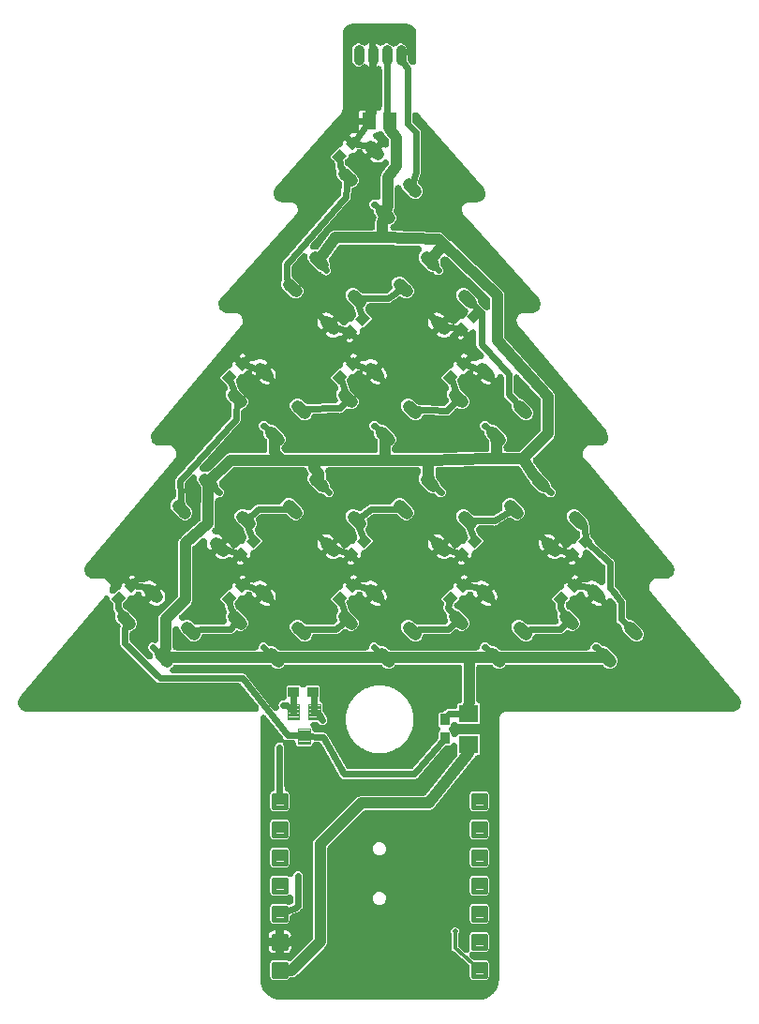
<source format=gtl>
G04 EAGLE Gerber RS-274X export*
G75*
%MOMM*%
%FSLAX34Y34*%
%LPD*%
%INTop Copper*%
%IPPOS*%
%AMOC8*
5,1,8,0,0,1.08239X$1,22.5*%
G01*
%ADD10R,1.300000X1.500000*%
%ADD11C,0.889000*%
%ADD12C,1.100000*%
%ADD13R,1.000000X0.900000*%
%ADD14R,0.900000X1.000000*%
%ADD15C,0.457200*%
%ADD16C,0.120000*%
%ADD17R,1.800000X1.600000*%
%ADD18C,0.609600*%
%ADD19C,0.502400*%
%ADD20C,1.016000*%
%ADD21C,0.304800*%

G36*
X390152Y2013D02*
X390152Y2013D01*
X390239Y2010D01*
X392578Y2194D01*
X392595Y2197D01*
X392612Y2197D01*
X392672Y2209D01*
X393065Y2273D01*
X393199Y2317D01*
X393281Y2334D01*
X397730Y3780D01*
X397856Y3832D01*
X397986Y3876D01*
X398057Y3916D01*
X398185Y3969D01*
X398530Y4185D01*
X398579Y4212D01*
X402364Y6962D01*
X402468Y7051D01*
X402578Y7133D01*
X402633Y7193D01*
X402738Y7283D01*
X403000Y7595D01*
X403038Y7636D01*
X405788Y11421D01*
X405859Y11538D01*
X405938Y11649D01*
X405972Y11724D01*
X406044Y11842D01*
X406197Y12219D01*
X406220Y12270D01*
X407666Y16719D01*
X407670Y16736D01*
X407677Y16752D01*
X407688Y16813D01*
X407780Y17199D01*
X407790Y17340D01*
X407806Y17422D01*
X407990Y19761D01*
X407989Y19913D01*
X407999Y20000D01*
X407999Y256876D01*
X409875Y260125D01*
X413124Y262001D01*
X618650Y262001D01*
X618889Y262020D01*
X618994Y262020D01*
X620106Y262147D01*
X620279Y262181D01*
X620453Y262207D01*
X620506Y262225D01*
X620590Y262242D01*
X621053Y262414D01*
X621077Y262428D01*
X621096Y262435D01*
X623096Y263409D01*
X623184Y263461D01*
X623276Y263504D01*
X623396Y263586D01*
X623521Y263660D01*
X623599Y263725D01*
X623683Y263783D01*
X623752Y263853D01*
X623899Y263976D01*
X624090Y264197D01*
X624161Y264269D01*
X625533Y266020D01*
X625589Y266105D01*
X625653Y266184D01*
X625725Y266311D01*
X625805Y266432D01*
X625846Y266525D01*
X625897Y266613D01*
X625928Y266708D01*
X626006Y266882D01*
X626081Y267164D01*
X626113Y267260D01*
X626580Y269435D01*
X626594Y269536D01*
X626616Y269635D01*
X626626Y269780D01*
X626645Y269924D01*
X626641Y270026D01*
X626648Y270128D01*
X626635Y270226D01*
X626629Y270417D01*
X626573Y270704D01*
X626560Y270804D01*
X626027Y272964D01*
X625972Y273131D01*
X625924Y273300D01*
X625898Y273350D01*
X625871Y273432D01*
X625641Y273868D01*
X625624Y273891D01*
X625615Y273908D01*
X625000Y274844D01*
X624853Y275033D01*
X624795Y275121D01*
X624402Y275592D01*
X546636Y368912D01*
X546635Y368912D01*
X545297Y370518D01*
X545204Y370630D01*
X543993Y372083D01*
X543471Y376124D01*
X545200Y379814D01*
X548638Y382001D01*
X558650Y382001D01*
X558889Y382020D01*
X558994Y382020D01*
X560106Y382147D01*
X560279Y382181D01*
X560453Y382207D01*
X560506Y382225D01*
X560590Y382242D01*
X561053Y382414D01*
X561077Y382428D01*
X561096Y382435D01*
X563096Y383409D01*
X563184Y383461D01*
X563276Y383504D01*
X563396Y383586D01*
X563521Y383660D01*
X563599Y383725D01*
X563683Y383783D01*
X563752Y383853D01*
X563899Y383976D01*
X564090Y384197D01*
X564161Y384269D01*
X565533Y386020D01*
X565589Y386105D01*
X565653Y386184D01*
X565725Y386311D01*
X565805Y386432D01*
X565846Y386525D01*
X565897Y386613D01*
X565928Y386708D01*
X566006Y386882D01*
X566081Y387164D01*
X566113Y387260D01*
X566580Y389435D01*
X566594Y389536D01*
X566616Y389635D01*
X566626Y389780D01*
X566645Y389924D01*
X566641Y390026D01*
X566648Y390128D01*
X566635Y390226D01*
X566629Y390417D01*
X566573Y390704D01*
X566560Y390804D01*
X566027Y392964D01*
X565972Y393131D01*
X565924Y393300D01*
X565898Y393350D01*
X565871Y393432D01*
X565641Y393868D01*
X565624Y393891D01*
X565615Y393908D01*
X565000Y394844D01*
X564853Y395033D01*
X564795Y395121D01*
X564087Y395970D01*
X564087Y395971D01*
X486636Y488912D01*
X486635Y488912D01*
X485297Y490518D01*
X485128Y490721D01*
X483993Y492083D01*
X483471Y496124D01*
X485200Y499814D01*
X488638Y502001D01*
X498650Y502001D01*
X498889Y502020D01*
X498994Y502020D01*
X500106Y502147D01*
X500279Y502181D01*
X500453Y502207D01*
X500506Y502225D01*
X500590Y502242D01*
X501053Y502414D01*
X501077Y502428D01*
X501096Y502435D01*
X503096Y503409D01*
X503184Y503461D01*
X503276Y503504D01*
X503396Y503586D01*
X503521Y503660D01*
X503599Y503725D01*
X503683Y503783D01*
X503752Y503853D01*
X503899Y503976D01*
X504090Y504197D01*
X504161Y504269D01*
X505533Y506020D01*
X505582Y506095D01*
X505609Y506128D01*
X505612Y506134D01*
X505653Y506184D01*
X505725Y506311D01*
X505805Y506432D01*
X505846Y506525D01*
X505897Y506613D01*
X505928Y506708D01*
X506006Y506882D01*
X506081Y507164D01*
X506113Y507260D01*
X506580Y509435D01*
X506594Y509536D01*
X506616Y509635D01*
X506626Y509780D01*
X506645Y509924D01*
X506641Y510026D01*
X506648Y510128D01*
X506635Y510226D01*
X506629Y510417D01*
X506573Y510704D01*
X506560Y510804D01*
X506027Y512964D01*
X505972Y513131D01*
X505924Y513300D01*
X505898Y513350D01*
X505871Y513432D01*
X505641Y513868D01*
X505624Y513891D01*
X505615Y513908D01*
X505000Y514844D01*
X504853Y515033D01*
X504795Y515121D01*
X504461Y515521D01*
X426636Y608912D01*
X426635Y608912D01*
X425297Y610518D01*
X425213Y610619D01*
X423993Y612083D01*
X423471Y616124D01*
X424961Y619305D01*
X425200Y619814D01*
X428638Y622001D01*
X437546Y622001D01*
X437791Y622021D01*
X437897Y622021D01*
X439027Y622152D01*
X439209Y622188D01*
X439391Y622216D01*
X439438Y622233D01*
X439511Y622248D01*
X439973Y622421D01*
X440007Y622440D01*
X440032Y622449D01*
X442057Y623455D01*
X442154Y623513D01*
X442256Y623563D01*
X442366Y623640D01*
X442480Y623709D01*
X442567Y623782D01*
X442659Y623848D01*
X442724Y623916D01*
X442856Y624028D01*
X443065Y624274D01*
X443130Y624342D01*
X444497Y626143D01*
X444558Y626238D01*
X444627Y626328D01*
X444691Y626446D01*
X444763Y626559D01*
X444807Y626663D01*
X444861Y626763D01*
X444889Y626853D01*
X444958Y627012D01*
X445036Y627325D01*
X445063Y627414D01*
X445487Y629635D01*
X445499Y629748D01*
X445521Y629859D01*
X445526Y629993D01*
X445540Y630126D01*
X445534Y630239D01*
X445538Y630352D01*
X445523Y630445D01*
X445513Y630618D01*
X445444Y630933D01*
X445429Y631026D01*
X444821Y633204D01*
X444758Y633377D01*
X444701Y633553D01*
X444677Y633596D01*
X444651Y633667D01*
X444408Y634096D01*
X444384Y634126D01*
X444371Y634149D01*
X443712Y635077D01*
X443554Y635265D01*
X443492Y635351D01*
X377422Y708763D01*
X376023Y710317D01*
X374925Y711537D01*
X374042Y714700D01*
X374658Y717925D01*
X376644Y720541D01*
X379585Y722001D01*
X387840Y722001D01*
X388084Y722020D01*
X388189Y722021D01*
X389315Y722150D01*
X389494Y722186D01*
X389674Y722214D01*
X389722Y722231D01*
X389799Y722246D01*
X390261Y722419D01*
X390292Y722437D01*
X390316Y722446D01*
X392335Y723443D01*
X392429Y723500D01*
X392529Y723547D01*
X392640Y723626D01*
X392758Y723696D01*
X392842Y723768D01*
X392932Y723831D01*
X392999Y723900D01*
X393135Y724015D01*
X393338Y724253D01*
X393405Y724323D01*
X394774Y726111D01*
X394834Y726204D01*
X394901Y726291D01*
X394967Y726411D01*
X395041Y726526D01*
X395085Y726627D01*
X395138Y726724D01*
X395167Y726815D01*
X395238Y726978D01*
X395315Y727282D01*
X395344Y727374D01*
X395779Y729583D01*
X395792Y729693D01*
X395814Y729801D01*
X395819Y729938D01*
X395835Y730074D01*
X395830Y730184D01*
X395834Y730294D01*
X395820Y730389D01*
X395811Y730566D01*
X395745Y730873D01*
X395731Y730968D01*
X395143Y733142D01*
X395081Y733314D01*
X395026Y733488D01*
X395002Y733533D01*
X394976Y733606D01*
X394736Y734038D01*
X394714Y734066D01*
X394702Y734088D01*
X394054Y735018D01*
X393899Y735206D01*
X393838Y735292D01*
X337385Y799273D01*
X336001Y800841D01*
X334771Y802236D01*
X334675Y802328D01*
X334586Y802427D01*
X334498Y802499D01*
X334416Y802578D01*
X334306Y802654D01*
X334202Y802737D01*
X334103Y802794D01*
X334010Y802858D01*
X333890Y802915D01*
X333774Y802981D01*
X333667Y803021D01*
X333564Y803070D01*
X333436Y803107D01*
X333311Y803153D01*
X333199Y803175D01*
X333090Y803206D01*
X332958Y803222D01*
X332827Y803248D01*
X332713Y803251D01*
X332600Y803265D01*
X332467Y803259D01*
X332334Y803263D01*
X332221Y803248D01*
X332107Y803243D01*
X331977Y803216D01*
X331845Y803199D01*
X331736Y803166D01*
X331624Y803142D01*
X331500Y803095D01*
X331372Y803056D01*
X331270Y803006D01*
X331164Y802965D01*
X331049Y802898D01*
X330929Y802839D01*
X330837Y802773D01*
X330738Y802716D01*
X330636Y802631D01*
X330527Y802554D01*
X330446Y802474D01*
X330358Y802401D01*
X330271Y802301D01*
X330176Y802207D01*
X330109Y802115D01*
X330034Y802029D01*
X329964Y801916D01*
X329886Y801808D01*
X329834Y801707D01*
X329774Y801610D01*
X329723Y801487D01*
X329663Y801368D01*
X329629Y801259D01*
X329586Y801154D01*
X329555Y801024D01*
X329515Y800897D01*
X329506Y800814D01*
X329473Y800674D01*
X329446Y800285D01*
X329439Y800220D01*
X329439Y795531D01*
X329448Y795417D01*
X329447Y795303D01*
X329468Y795172D01*
X329479Y795039D01*
X329506Y794929D01*
X329524Y794816D01*
X329565Y794689D01*
X329597Y794561D01*
X329642Y794456D01*
X329678Y794347D01*
X329740Y794229D01*
X329792Y794107D01*
X329853Y794011D01*
X329906Y793910D01*
X329965Y793836D01*
X330057Y793691D01*
X330273Y793449D01*
X330331Y793376D01*
X336401Y787306D01*
X337059Y785719D01*
X337059Y749800D01*
X337084Y749483D01*
X337087Y749388D01*
X337136Y749027D01*
X337135Y749025D01*
X337124Y748924D01*
X337073Y748637D01*
X337070Y748468D01*
X336921Y748109D01*
X336824Y747807D01*
X336790Y747718D01*
X334966Y740788D01*
X334964Y740776D01*
X334960Y740765D01*
X334921Y740532D01*
X334880Y740302D01*
X334880Y740290D01*
X334878Y740278D01*
X334876Y740043D01*
X334873Y739809D01*
X334875Y739797D01*
X334875Y739785D01*
X334911Y739553D01*
X334946Y739321D01*
X334949Y739310D01*
X334951Y739298D01*
X335025Y739075D01*
X335096Y738851D01*
X335102Y738840D01*
X335106Y738829D01*
X335213Y738623D01*
X335321Y738412D01*
X335328Y738402D01*
X335333Y738391D01*
X335363Y738354D01*
X335613Y738015D01*
X335709Y737921D01*
X335759Y737858D01*
X337913Y735704D01*
X338944Y733215D01*
X338944Y730521D01*
X337913Y728033D01*
X336009Y726128D01*
X333520Y725098D01*
X330827Y725098D01*
X328338Y726128D01*
X320069Y734397D01*
X319553Y735643D01*
X319488Y735770D01*
X319432Y735901D01*
X319376Y735989D01*
X319328Y736082D01*
X319243Y736197D01*
X319167Y736317D01*
X319097Y736395D01*
X319035Y736479D01*
X318933Y736578D01*
X318838Y736685D01*
X318757Y736751D01*
X318682Y736823D01*
X318565Y736905D01*
X318454Y736995D01*
X318364Y737046D01*
X318278Y737106D01*
X318150Y737168D01*
X318026Y737239D01*
X317928Y737275D01*
X317834Y737320D01*
X317697Y737361D01*
X317563Y737410D01*
X317461Y737430D01*
X317360Y737460D01*
X317219Y737478D01*
X317079Y737505D01*
X316975Y737508D01*
X316871Y737521D01*
X316728Y737516D01*
X316586Y737520D01*
X316482Y737507D01*
X316378Y737503D01*
X316238Y737475D01*
X316097Y737456D01*
X315997Y737426D01*
X315894Y737405D01*
X315761Y737355D01*
X315624Y737313D01*
X315531Y737268D01*
X315433Y737231D01*
X315309Y737159D01*
X315181Y737097D01*
X315096Y737036D01*
X315006Y736984D01*
X314895Y736894D01*
X314779Y736811D01*
X314705Y736738D01*
X314624Y736671D01*
X314529Y736564D01*
X314428Y736464D01*
X314367Y736380D01*
X314297Y736302D01*
X314221Y736181D01*
X314138Y736066D01*
X314091Y735972D01*
X314035Y735884D01*
X313979Y735752D01*
X313915Y735625D01*
X313884Y735526D01*
X313843Y735429D01*
X313810Y735291D01*
X313767Y735155D01*
X313758Y735077D01*
X313728Y734950D01*
X313695Y734517D01*
X313691Y734477D01*
X313691Y719270D01*
X313706Y719078D01*
X313705Y718979D01*
X313785Y718148D01*
X313767Y718092D01*
X313756Y717997D01*
X313718Y717824D01*
X313706Y717594D01*
X313380Y716806D01*
X313321Y716622D01*
X313281Y716531D01*
X312814Y715006D01*
X312799Y714935D01*
X312775Y714866D01*
X312746Y714695D01*
X312709Y714525D01*
X312705Y714452D01*
X312693Y714380D01*
X312692Y714206D01*
X312682Y714032D01*
X312690Y713959D01*
X312690Y713887D01*
X312717Y713715D01*
X312735Y713541D01*
X312755Y713471D01*
X312766Y713399D01*
X312821Y713234D01*
X312867Y713066D01*
X312898Y713000D01*
X312920Y712931D01*
X313001Y712776D01*
X313074Y712618D01*
X313115Y712558D01*
X313148Y712493D01*
X313214Y712410D01*
X313350Y712209D01*
X313508Y712042D01*
X313574Y711960D01*
X313872Y711662D01*
X314902Y709173D01*
X314902Y706480D01*
X313872Y703991D01*
X311967Y702087D01*
X311466Y701879D01*
X311384Y701837D01*
X311297Y701803D01*
X311165Y701725D01*
X311027Y701654D01*
X310953Y701599D01*
X310873Y701552D01*
X310755Y701453D01*
X310631Y701361D01*
X310566Y701295D01*
X310494Y701235D01*
X310394Y701119D01*
X310286Y701008D01*
X310233Y700932D01*
X310172Y700862D01*
X310092Y700730D01*
X310003Y700604D01*
X309963Y700521D01*
X309914Y700441D01*
X309856Y700298D01*
X309789Y700160D01*
X309763Y700070D01*
X309728Y699985D01*
X309693Y699835D01*
X309650Y699686D01*
X309638Y699594D01*
X309617Y699504D01*
X309607Y699350D01*
X309588Y699197D01*
X309592Y699104D01*
X309586Y699011D01*
X309601Y698858D01*
X309607Y698704D01*
X309625Y698613D01*
X309634Y698520D01*
X309674Y698372D01*
X309704Y698220D01*
X309737Y698134D01*
X309761Y698044D01*
X309824Y697903D01*
X309879Y697759D01*
X309925Y697678D01*
X309963Y697594D01*
X310048Y697465D01*
X310126Y697332D01*
X310185Y697260D01*
X310236Y697182D01*
X310340Y697069D01*
X310438Y696950D01*
X310508Y696888D01*
X310571Y696820D01*
X310692Y696725D01*
X310808Y696623D01*
X310887Y696574D01*
X310960Y696517D01*
X311095Y696443D01*
X311226Y696361D01*
X311311Y696325D01*
X311393Y696280D01*
X311538Y696229D01*
X311680Y696169D01*
X311770Y696148D01*
X311858Y696117D01*
X311959Y696102D01*
X312160Y696054D01*
X312430Y696033D01*
X312533Y696018D01*
X329680Y695458D01*
X353000Y694696D01*
X353106Y694701D01*
X353173Y694695D01*
X354255Y694722D01*
X354334Y694698D01*
X354446Y694684D01*
X355436Y694236D01*
X355537Y694199D01*
X355597Y694168D01*
X356606Y693779D01*
X356670Y693727D01*
X356768Y693671D01*
X357511Y692878D01*
X357590Y692806D01*
X357634Y692754D01*
X361223Y689335D01*
X361224Y689335D01*
X362500Y688120D01*
X362532Y688094D01*
X362551Y688072D01*
X363600Y687118D01*
X363751Y686933D01*
X363814Y686877D01*
X363850Y686834D01*
X409512Y643346D01*
X409682Y643208D01*
X409851Y643067D01*
X409858Y643063D01*
X410810Y642112D01*
X410843Y642083D01*
X410863Y642060D01*
X411753Y641212D01*
X412224Y640076D01*
X412244Y640037D01*
X412253Y640008D01*
X412751Y638884D01*
X412751Y637654D01*
X412754Y637611D01*
X412752Y637580D01*
X412786Y636179D01*
X412754Y635924D01*
X412757Y635843D01*
X412751Y635789D01*
X412751Y600506D01*
X412753Y600472D01*
X412751Y600438D01*
X412773Y600226D01*
X412791Y600015D01*
X412799Y599982D01*
X412802Y599948D01*
X412858Y599742D01*
X412909Y599536D01*
X412923Y599504D01*
X412932Y599472D01*
X413020Y599278D01*
X413104Y599082D01*
X413122Y599054D01*
X413136Y599023D01*
X413188Y598950D01*
X413369Y598666D01*
X413479Y598543D01*
X413533Y598468D01*
X456675Y550532D01*
X456746Y550465D01*
X456785Y550416D01*
X457569Y549632D01*
X457595Y549582D01*
X457652Y549505D01*
X458024Y548452D01*
X458065Y548362D01*
X458082Y548302D01*
X458506Y547278D01*
X458511Y547222D01*
X458534Y547129D01*
X458475Y546013D01*
X458478Y545915D01*
X458471Y545853D01*
X458471Y511817D01*
X457504Y509483D01*
X455289Y507267D01*
X439262Y491240D01*
X439236Y491210D01*
X439207Y491184D01*
X439077Y491023D01*
X438942Y490864D01*
X438922Y490831D01*
X438897Y490800D01*
X438795Y490620D01*
X438688Y490442D01*
X438673Y490405D01*
X438653Y490371D01*
X438581Y490176D01*
X438505Y489984D01*
X438496Y489945D01*
X438482Y489908D01*
X438443Y489704D01*
X438398Y489502D01*
X438396Y489463D01*
X438388Y489424D01*
X438382Y489217D01*
X438370Y489010D01*
X438374Y488970D01*
X438373Y488931D01*
X438400Y488725D01*
X438422Y488519D01*
X438433Y488481D01*
X438438Y488442D01*
X438498Y488243D01*
X438553Y488043D01*
X438569Y488007D01*
X438581Y487969D01*
X438625Y487886D01*
X438759Y487595D01*
X438856Y487450D01*
X438900Y487367D01*
X443638Y480432D01*
X443781Y480255D01*
X443840Y480168D01*
X446095Y477534D01*
X446201Y477429D01*
X446255Y477362D01*
X453972Y469645D01*
X455003Y467156D01*
X455003Y466701D01*
X455015Y466558D01*
X455016Y466415D01*
X455034Y466313D01*
X455043Y466209D01*
X455077Y466070D01*
X455102Y465929D01*
X455137Y465831D01*
X455162Y465730D01*
X455218Y465599D01*
X455265Y465464D01*
X455315Y465373D01*
X455356Y465277D01*
X455433Y465156D01*
X455501Y465031D01*
X455551Y464970D01*
X455621Y464861D01*
X455912Y464535D01*
X455937Y464506D01*
X458274Y462255D01*
X458962Y460681D01*
X458994Y458963D01*
X458367Y457364D01*
X457175Y456126D01*
X455601Y455438D01*
X453883Y455406D01*
X452284Y456033D01*
X450046Y458187D01*
X449980Y458241D01*
X449920Y458301D01*
X449790Y458397D01*
X449664Y458499D01*
X449591Y458542D01*
X449522Y458592D01*
X449377Y458665D01*
X449237Y458745D01*
X449157Y458776D01*
X449081Y458814D01*
X448927Y458863D01*
X448776Y458920D01*
X448692Y458937D01*
X448611Y458962D01*
X448507Y458974D01*
X448292Y459017D01*
X448038Y459027D01*
X447933Y459039D01*
X446885Y459039D01*
X444397Y460069D01*
X436128Y468338D01*
X435265Y470423D01*
X435201Y470547D01*
X435147Y470675D01*
X435102Y470741D01*
X435040Y470862D01*
X434947Y470988D01*
X434923Y471028D01*
X434859Y471107D01*
X434792Y471197D01*
X434764Y471239D01*
X434733Y471275D01*
X434668Y471339D01*
X434611Y471410D01*
X434532Y471475D01*
X434383Y471623D01*
X434169Y471775D01*
X433728Y472421D01*
X433585Y472598D01*
X433526Y472684D01*
X433025Y473269D01*
X433001Y473350D01*
X432953Y473441D01*
X432872Y473634D01*
X432731Y473860D01*
X432682Y473953D01*
X426815Y482541D01*
X426720Y482658D01*
X426633Y482781D01*
X426565Y482849D01*
X426504Y482924D01*
X426392Y483025D01*
X426286Y483132D01*
X426208Y483189D01*
X426136Y483253D01*
X426009Y483334D01*
X425887Y483422D01*
X425801Y483466D01*
X425720Y483517D01*
X425581Y483577D01*
X425447Y483645D01*
X425355Y483674D01*
X425266Y483711D01*
X425120Y483748D01*
X424976Y483793D01*
X424903Y483801D01*
X424787Y483830D01*
X424306Y483868D01*
X424299Y483869D01*
X406727Y483869D01*
X406595Y483859D01*
X406515Y483862D01*
X405539Y483794D01*
X405473Y483801D01*
X405357Y483830D01*
X404877Y483868D01*
X404869Y483869D01*
X398887Y483869D01*
X398846Y483866D01*
X398817Y483868D01*
X353270Y482833D01*
X353067Y482812D01*
X352862Y482797D01*
X352821Y482787D01*
X352780Y482782D01*
X352582Y482729D01*
X352383Y482680D01*
X352344Y482664D01*
X352304Y482653D01*
X352118Y482568D01*
X351929Y482488D01*
X351893Y482465D01*
X351855Y482448D01*
X351685Y482334D01*
X351511Y482225D01*
X351480Y482197D01*
X351445Y482173D01*
X351295Y482033D01*
X351142Y481898D01*
X351115Y481865D01*
X351085Y481836D01*
X350959Y481674D01*
X350830Y481515D01*
X350809Y481479D01*
X350783Y481446D01*
X350686Y481265D01*
X350584Y481088D01*
X350569Y481049D01*
X350549Y481011D01*
X350482Y480818D01*
X350410Y480626D01*
X350402Y480585D01*
X350388Y480545D01*
X350353Y480344D01*
X350313Y480142D01*
X350313Y480108D01*
X350304Y480059D01*
X350300Y479566D01*
X350310Y479503D01*
X350310Y479460D01*
X350938Y473633D01*
X350975Y473439D01*
X351005Y473244D01*
X351021Y473197D01*
X351030Y473148D01*
X351098Y472963D01*
X351160Y472775D01*
X351182Y472731D01*
X351199Y472685D01*
X351296Y472512D01*
X351387Y472337D01*
X351412Y472306D01*
X351441Y472255D01*
X351749Y471869D01*
X351790Y471833D01*
X351813Y471804D01*
X353972Y469645D01*
X355024Y467104D01*
X355033Y466962D01*
X355040Y466930D01*
X355043Y466897D01*
X355094Y466689D01*
X355141Y466481D01*
X355154Y466450D01*
X355162Y466418D01*
X355246Y466221D01*
X355326Y466023D01*
X355343Y465995D01*
X355356Y465964D01*
X355471Y465785D01*
X355582Y465602D01*
X355600Y465581D01*
X355621Y465548D01*
X355950Y465181D01*
X356008Y465134D01*
X356041Y465097D01*
X359093Y462421D01*
X359853Y460880D01*
X359966Y459165D01*
X359413Y457538D01*
X358281Y456247D01*
X356740Y455487D01*
X355025Y455374D01*
X353398Y455927D01*
X350712Y458283D01*
X350700Y458291D01*
X350690Y458301D01*
X350503Y458438D01*
X350316Y458577D01*
X350303Y458583D01*
X350291Y458592D01*
X350084Y458696D01*
X349877Y458803D01*
X349864Y458808D01*
X349851Y458814D01*
X349628Y458884D01*
X349408Y458956D01*
X349394Y458958D01*
X349380Y458962D01*
X349326Y458968D01*
X348921Y459031D01*
X348784Y459030D01*
X348703Y459039D01*
X346885Y459039D01*
X344397Y460069D01*
X336128Y468338D01*
X335098Y470827D01*
X335098Y473520D01*
X336128Y476009D01*
X336703Y476583D01*
X336722Y476606D01*
X336746Y476627D01*
X336883Y476795D01*
X337022Y476959D01*
X337038Y476985D01*
X337057Y477009D01*
X337165Y477197D01*
X337277Y477381D01*
X337288Y477410D01*
X337303Y477437D01*
X337380Y477639D01*
X337460Y477839D01*
X337466Y477870D01*
X337477Y477898D01*
X337520Y478109D01*
X337567Y478321D01*
X337568Y478352D01*
X337574Y478382D01*
X337575Y478467D01*
X337594Y478814D01*
X337577Y478974D01*
X337578Y479064D01*
X337490Y479878D01*
X337460Y480035D01*
X337439Y480193D01*
X337414Y480277D01*
X337397Y480363D01*
X337343Y480513D01*
X337297Y480666D01*
X337258Y480744D01*
X337228Y480826D01*
X337150Y480966D01*
X337080Y481109D01*
X337029Y481180D01*
X336986Y481256D01*
X336887Y481381D01*
X336794Y481511D01*
X336733Y481573D01*
X336678Y481642D01*
X336560Y481749D01*
X336448Y481862D01*
X336377Y481913D01*
X336312Y481972D01*
X336178Y482059D01*
X336049Y482152D01*
X335971Y482192D01*
X335897Y482239D01*
X335751Y482303D01*
X335608Y482375D01*
X335525Y482401D01*
X335445Y482436D01*
X335290Y482475D01*
X335138Y482523D01*
X335071Y482531D01*
X334966Y482557D01*
X334475Y482599D01*
X334466Y482599D01*
X334460Y482599D01*
X306636Y482599D01*
X306493Y482588D01*
X304789Y482599D01*
X304777Y482598D01*
X304768Y482599D01*
X254039Y482599D01*
X253859Y482585D01*
X253679Y482578D01*
X253614Y482565D01*
X253548Y482559D01*
X253373Y482516D01*
X253196Y482480D01*
X253133Y482457D01*
X253069Y482441D01*
X252903Y482369D01*
X252734Y482306D01*
X252677Y482272D01*
X252615Y482246D01*
X252463Y482149D01*
X252307Y482059D01*
X252255Y482017D01*
X252199Y481981D01*
X252065Y481861D01*
X251925Y481746D01*
X251881Y481697D01*
X251832Y481652D01*
X251718Y481512D01*
X251599Y481377D01*
X251563Y481320D01*
X251522Y481268D01*
X251432Y481112D01*
X251336Y480959D01*
X251311Y480898D01*
X251278Y480840D01*
X251215Y480670D01*
X251145Y480504D01*
X251129Y480440D01*
X251106Y480377D01*
X251071Y480200D01*
X251029Y480025D01*
X251024Y479958D01*
X251011Y479893D01*
X251006Y479713D01*
X250992Y479533D01*
X250998Y479466D01*
X250996Y479400D01*
X251019Y479221D01*
X251035Y479041D01*
X251050Y478991D01*
X251060Y478911D01*
X251203Y478439D01*
X251218Y478408D01*
X251224Y478386D01*
X251409Y477938D01*
X251409Y477880D01*
X251427Y477785D01*
X251441Y477608D01*
X251497Y477383D01*
X251415Y476536D01*
X251412Y476343D01*
X251401Y476244D01*
X251401Y473478D01*
X251410Y473364D01*
X251410Y473250D01*
X251430Y473119D01*
X251441Y472986D01*
X251468Y472876D01*
X251486Y472763D01*
X251528Y472636D01*
X251560Y472508D01*
X251605Y472403D01*
X251640Y472294D01*
X251702Y472176D01*
X251754Y472054D01*
X251815Y471958D01*
X251868Y471857D01*
X251927Y471783D01*
X252019Y471638D01*
X252236Y471396D01*
X252294Y471323D01*
X253972Y469645D01*
X255003Y467156D01*
X255003Y466147D01*
X255010Y466059D01*
X255008Y465970D01*
X255030Y465813D01*
X255043Y465656D01*
X255064Y465569D01*
X255077Y465481D01*
X255124Y465330D01*
X255162Y465177D01*
X255197Y465095D01*
X255223Y465010D01*
X255294Y464869D01*
X255356Y464723D01*
X255404Y464648D01*
X255444Y464569D01*
X255507Y464487D01*
X255621Y464307D01*
X255796Y464112D01*
X255860Y464029D01*
X257701Y462125D01*
X258332Y460527D01*
X258304Y458809D01*
X257620Y457233D01*
X256385Y456039D01*
X254787Y455408D01*
X253069Y455436D01*
X251493Y456120D01*
X249568Y458110D01*
X249463Y458202D01*
X249365Y458301D01*
X249278Y458365D01*
X249197Y458436D01*
X249079Y458510D01*
X248966Y458592D01*
X248870Y458640D01*
X248779Y458697D01*
X248650Y458751D01*
X248526Y458814D01*
X248423Y458846D01*
X248324Y458888D01*
X248189Y458920D01*
X248055Y458962D01*
X247975Y458971D01*
X247844Y459003D01*
X247427Y459033D01*
X247378Y459039D01*
X246885Y459039D01*
X244397Y460069D01*
X236128Y468338D01*
X235098Y470827D01*
X235098Y473520D01*
X235809Y475237D01*
X235875Y475444D01*
X235947Y475652D01*
X235951Y475680D01*
X235960Y475707D01*
X235993Y475923D01*
X236029Y476138D01*
X236029Y476166D01*
X236034Y476195D01*
X236031Y476413D01*
X236032Y476631D01*
X236028Y476659D01*
X236027Y476688D01*
X235989Y476903D01*
X235956Y477119D01*
X235947Y477146D01*
X235942Y477174D01*
X235869Y477380D01*
X235801Y477587D01*
X235788Y477612D01*
X235779Y477639D01*
X235674Y477832D01*
X235573Y478025D01*
X235559Y478043D01*
X235543Y478073D01*
X235240Y478462D01*
X235239Y478463D01*
X235214Y478525D01*
X235161Y478605D01*
X235080Y478763D01*
X234943Y478950D01*
X234694Y479764D01*
X234623Y479943D01*
X234595Y480039D01*
X234314Y480718D01*
X234214Y480913D01*
X234118Y481109D01*
X234102Y481132D01*
X234089Y481157D01*
X233959Y481333D01*
X233833Y481511D01*
X233813Y481531D01*
X233796Y481554D01*
X233639Y481707D01*
X233486Y481862D01*
X233463Y481879D01*
X233443Y481899D01*
X233264Y482024D01*
X233087Y482152D01*
X233062Y482165D01*
X233039Y482181D01*
X232842Y482276D01*
X232647Y482375D01*
X232620Y482383D01*
X232594Y482396D01*
X232385Y482457D01*
X232176Y482523D01*
X232153Y482526D01*
X232121Y482535D01*
X231631Y482596D01*
X231551Y482593D01*
X231499Y482599D01*
X212208Y482599D01*
X212135Y482593D01*
X212061Y482596D01*
X211957Y482579D01*
X211716Y482559D01*
X211492Y482504D01*
X211422Y482492D01*
X210719Y482577D01*
X210458Y482588D01*
X210354Y482599D01*
X168980Y482599D01*
X168870Y482590D01*
X168759Y482591D01*
X168624Y482570D01*
X168489Y482559D01*
X168381Y482533D01*
X168272Y482516D01*
X168142Y482473D01*
X168010Y482441D01*
X167908Y482397D01*
X167803Y482363D01*
X167682Y482300D01*
X167556Y482246D01*
X167463Y482187D01*
X167365Y482136D01*
X167290Y482076D01*
X167140Y481981D01*
X166905Y481771D01*
X166830Y481712D01*
X155634Y470566D01*
X155490Y470397D01*
X155343Y470231D01*
X155330Y470210D01*
X155313Y470191D01*
X155198Y470000D01*
X155080Y469813D01*
X155071Y469790D01*
X155058Y469769D01*
X154975Y469562D01*
X154889Y469358D01*
X154883Y469334D01*
X154874Y469311D01*
X154825Y469094D01*
X154773Y468879D01*
X154771Y468854D01*
X154766Y468830D01*
X154753Y468608D01*
X154736Y468387D01*
X154739Y468362D01*
X154737Y468337D01*
X154760Y468116D01*
X154779Y467895D01*
X154785Y467876D01*
X154788Y467846D01*
X154918Y467370D01*
X154953Y467293D01*
X154968Y467240D01*
X155003Y467156D01*
X155003Y466917D01*
X155016Y466753D01*
X155021Y466588D01*
X155036Y466507D01*
X155043Y466425D01*
X155083Y466265D01*
X155114Y466103D01*
X155142Y466026D01*
X155162Y465947D01*
X155227Y465795D01*
X155283Y465640D01*
X155324Y465569D01*
X155356Y465493D01*
X155445Y465354D01*
X155526Y465210D01*
X155567Y465162D01*
X155621Y465077D01*
X155950Y464709D01*
X155962Y464700D01*
X155968Y464692D01*
X158518Y462307D01*
X159228Y460743D01*
X159285Y459025D01*
X158681Y457417D01*
X157507Y456162D01*
X155943Y455452D01*
X154226Y455395D01*
X154212Y455393D01*
X154198Y455394D01*
X153968Y455365D01*
X153736Y455339D01*
X153722Y455335D01*
X153708Y455333D01*
X153486Y455268D01*
X153261Y455204D01*
X153248Y455198D01*
X153235Y455194D01*
X153026Y455094D01*
X152815Y454995D01*
X152803Y454987D01*
X152790Y454980D01*
X152601Y454848D01*
X152408Y454716D01*
X152397Y454706D01*
X152386Y454698D01*
X152219Y454536D01*
X152051Y454375D01*
X152042Y454364D01*
X152032Y454354D01*
X151895Y454168D01*
X151754Y453981D01*
X151747Y453969D01*
X151739Y453957D01*
X151632Y453749D01*
X151524Y453544D01*
X151520Y453531D01*
X151513Y453518D01*
X151442Y453297D01*
X151368Y453076D01*
X151366Y453062D01*
X151362Y453049D01*
X151355Y452995D01*
X151290Y452589D01*
X151290Y452452D01*
X151280Y452372D01*
X151142Y433335D01*
X151154Y433169D01*
X151158Y433003D01*
X151171Y432942D01*
X151178Y432843D01*
X151207Y432726D01*
X151135Y431656D01*
X151137Y431544D01*
X151129Y431475D01*
X151121Y430407D01*
X151091Y430315D01*
X151072Y430196D01*
X150596Y429235D01*
X150555Y429131D01*
X150521Y429070D01*
X150105Y428086D01*
X150042Y428013D01*
X149979Y427911D01*
X149592Y427572D01*
X149495Y427472D01*
X149391Y427379D01*
X149323Y427295D01*
X149248Y427218D01*
X149168Y427104D01*
X149081Y426995D01*
X149028Y426902D01*
X148966Y426813D01*
X148906Y426687D01*
X148837Y426566D01*
X148799Y426465D01*
X148753Y426368D01*
X148714Y426235D01*
X148665Y426104D01*
X148645Y425998D01*
X148614Y425895D01*
X148597Y425756D01*
X148570Y425620D01*
X148567Y425512D01*
X148554Y425405D01*
X148559Y425266D01*
X148555Y425126D01*
X148569Y425020D01*
X148573Y424912D01*
X148601Y424776D01*
X148620Y424637D01*
X148651Y424534D01*
X148672Y424429D01*
X148722Y424299D01*
X148762Y424165D01*
X148809Y424068D01*
X148848Y423968D01*
X148918Y423847D01*
X148979Y423722D01*
X149041Y423634D01*
X149095Y423541D01*
X149184Y423433D01*
X149264Y423320D01*
X149340Y423243D01*
X149408Y423160D01*
X149513Y423068D01*
X149611Y422969D01*
X149698Y422905D01*
X149779Y422834D01*
X149897Y422760D01*
X150010Y422678D01*
X150106Y422630D01*
X150197Y422573D01*
X150326Y422519D01*
X150450Y422456D01*
X150553Y422424D01*
X150652Y422382D01*
X150787Y422350D01*
X150921Y422308D01*
X151001Y422299D01*
X151132Y422267D01*
X151550Y422237D01*
X151599Y422231D01*
X152401Y422231D01*
X153651Y422033D01*
X154854Y421642D01*
X155982Y421068D01*
X157006Y420324D01*
X158481Y418849D01*
X152795Y413164D01*
X152795Y413163D01*
X147109Y407478D01*
X145635Y408952D01*
X144891Y409976D01*
X144316Y411104D01*
X143925Y412308D01*
X143727Y413558D01*
X143727Y414823D01*
X143811Y415354D01*
X143824Y415530D01*
X143846Y415704D01*
X143843Y415775D01*
X143849Y415846D01*
X143833Y416022D01*
X143827Y416197D01*
X143812Y416267D01*
X143806Y416338D01*
X143763Y416508D01*
X143728Y416681D01*
X143702Y416747D01*
X143685Y416816D01*
X143615Y416977D01*
X143552Y417142D01*
X143517Y417203D01*
X143488Y417268D01*
X143393Y417416D01*
X143305Y417568D01*
X143260Y417623D01*
X143221Y417683D01*
X143103Y417814D01*
X142992Y417950D01*
X142938Y417997D01*
X142891Y418049D01*
X142753Y418159D01*
X142621Y418275D01*
X142561Y418313D01*
X142505Y418357D01*
X142352Y418444D01*
X142203Y418537D01*
X142137Y418564D01*
X142075Y418599D01*
X141910Y418660D01*
X141748Y418728D01*
X141679Y418744D01*
X141612Y418768D01*
X141439Y418801D01*
X141268Y418842D01*
X141197Y418848D01*
X141127Y418861D01*
X140952Y418865D01*
X140776Y418878D01*
X140705Y418872D01*
X140634Y418874D01*
X140460Y418850D01*
X140285Y418834D01*
X140216Y418816D01*
X140145Y418807D01*
X139977Y418755D01*
X139807Y418711D01*
X139742Y418683D01*
X139674Y418662D01*
X139516Y418584D01*
X139355Y418513D01*
X139309Y418481D01*
X139232Y418443D01*
X138831Y418155D01*
X138811Y418136D01*
X138795Y418124D01*
X131851Y412049D01*
X131701Y411894D01*
X131548Y411743D01*
X131530Y411718D01*
X131508Y411695D01*
X131385Y411518D01*
X131258Y411344D01*
X131243Y411316D01*
X131225Y411290D01*
X131132Y411096D01*
X131035Y410904D01*
X131026Y410874D01*
X131012Y410845D01*
X130952Y410639D01*
X130887Y410433D01*
X130884Y410407D01*
X130874Y410372D01*
X130813Y409882D01*
X130816Y409806D01*
X130811Y409756D01*
X130811Y361957D01*
X129844Y359623D01*
X119524Y349303D01*
X119432Y349194D01*
X119332Y349092D01*
X119273Y349007D01*
X119205Y348927D01*
X119131Y348805D01*
X119050Y348688D01*
X119004Y348594D01*
X118950Y348504D01*
X118897Y348372D01*
X118835Y348244D01*
X118806Y348143D01*
X118767Y348046D01*
X118736Y347907D01*
X118696Y347770D01*
X118683Y347667D01*
X118660Y347565D01*
X118652Y347422D01*
X118635Y347281D01*
X118639Y347177D01*
X118633Y347072D01*
X118648Y346930D01*
X118653Y346788D01*
X118674Y346686D01*
X118685Y346582D01*
X118723Y346444D01*
X118751Y346304D01*
X118788Y346207D01*
X118816Y346106D01*
X118875Y345976D01*
X118925Y345843D01*
X118978Y345753D01*
X119021Y345657D01*
X119101Y345539D01*
X119172Y345416D01*
X119238Y345335D01*
X119297Y345248D01*
X119394Y345144D01*
X119485Y345034D01*
X119563Y344965D01*
X119635Y344889D01*
X119748Y344802D01*
X119854Y344708D01*
X119943Y344652D01*
X120026Y344588D01*
X120151Y344521D01*
X120272Y344445D01*
X120369Y344405D01*
X120461Y344355D01*
X120596Y344309D01*
X120727Y344254D01*
X120828Y344229D01*
X120927Y344195D01*
X121068Y344171D01*
X121206Y344138D01*
X121311Y344130D01*
X121414Y344113D01*
X121556Y344112D01*
X121698Y344101D01*
X121802Y344110D01*
X121907Y344110D01*
X122048Y344132D01*
X122190Y344144D01*
X122265Y344166D01*
X122394Y344186D01*
X122807Y344322D01*
X122845Y344333D01*
X124463Y345003D01*
X127156Y345003D01*
X129645Y343972D01*
X132492Y341125D01*
X132552Y341074D01*
X132606Y341016D01*
X132634Y340995D01*
X132646Y340983D01*
X132733Y340919D01*
X132739Y340915D01*
X132867Y340806D01*
X132936Y340765D01*
X132998Y340717D01*
X133146Y340638D01*
X133290Y340551D01*
X133364Y340522D01*
X133434Y340485D01*
X133593Y340430D01*
X133748Y340368D01*
X133825Y340351D01*
X133901Y340325D01*
X134066Y340298D01*
X134230Y340261D01*
X134309Y340257D01*
X134387Y340244D01*
X134492Y340247D01*
X134722Y340234D01*
X134964Y340259D01*
X135069Y340262D01*
X138171Y340697D01*
X138215Y340707D01*
X138259Y340710D01*
X138354Y340738D01*
X138653Y340805D01*
X138812Y340869D01*
X139187Y340869D01*
X139519Y340896D01*
X139609Y340898D01*
X139956Y340947D01*
X139961Y340945D01*
X140059Y340934D01*
X140360Y340881D01*
X140543Y340880D01*
X140639Y340869D01*
X158946Y340869D01*
X159126Y340883D01*
X159306Y340890D01*
X159371Y340903D01*
X159438Y340909D01*
X159613Y340952D01*
X159790Y340988D01*
X159852Y341011D01*
X159916Y341027D01*
X160082Y341099D01*
X160251Y341162D01*
X160309Y341196D01*
X160370Y341222D01*
X160522Y341319D01*
X160678Y341409D01*
X160730Y341451D01*
X160786Y341487D01*
X160920Y341607D01*
X161060Y341722D01*
X161104Y341771D01*
X161154Y341816D01*
X161267Y341956D01*
X161387Y342091D01*
X161422Y342148D01*
X161464Y342200D01*
X161553Y342356D01*
X161649Y342509D01*
X161675Y342570D01*
X161708Y342628D01*
X161771Y342798D01*
X161841Y342964D01*
X161856Y343028D01*
X161879Y343091D01*
X161914Y343268D01*
X161956Y343443D01*
X161961Y343510D01*
X161974Y343575D01*
X161980Y343755D01*
X161993Y343935D01*
X161987Y344002D01*
X161989Y344068D01*
X161966Y344247D01*
X161950Y344427D01*
X161935Y344477D01*
X161925Y344557D01*
X161782Y345029D01*
X161768Y345060D01*
X161761Y345082D01*
X161056Y346785D01*
X161056Y349478D01*
X161562Y350701D01*
X161575Y350740D01*
X161593Y350777D01*
X161651Y350975D01*
X161714Y351171D01*
X161720Y351211D01*
X161731Y351251D01*
X161757Y351455D01*
X161787Y351659D01*
X161787Y351700D01*
X161792Y351740D01*
X161784Y351946D01*
X161781Y352152D01*
X161774Y352192D01*
X161772Y352233D01*
X161731Y352434D01*
X161695Y352638D01*
X161682Y352676D01*
X161674Y352717D01*
X161637Y352805D01*
X161532Y353103D01*
X161448Y353258D01*
X161411Y353346D01*
X161355Y353449D01*
X161337Y353475D01*
X161328Y353495D01*
X160911Y354216D01*
X160817Y355045D01*
X160810Y355077D01*
X160810Y355099D01*
X160457Y357765D01*
X160423Y357922D01*
X160398Y358081D01*
X160371Y358163D01*
X160353Y358248D01*
X160294Y358397D01*
X160244Y358549D01*
X160204Y358626D01*
X160172Y358707D01*
X160090Y358845D01*
X160016Y358987D01*
X159974Y359039D01*
X159920Y359131D01*
X159603Y359508D01*
X159595Y359515D01*
X159591Y359520D01*
X156001Y363110D01*
X156001Y364162D01*
X163822Y371983D01*
X163857Y371982D01*
X164026Y372004D01*
X164197Y372018D01*
X164271Y372036D01*
X164346Y372046D01*
X164510Y372095D01*
X164675Y372136D01*
X164745Y372166D01*
X164818Y372189D01*
X164972Y372264D01*
X165129Y372331D01*
X165193Y372372D01*
X165262Y372405D01*
X165401Y372504D01*
X165545Y372596D01*
X165602Y372647D01*
X165664Y372691D01*
X165785Y372811D01*
X165913Y372925D01*
X165961Y372984D01*
X166015Y373038D01*
X166115Y373176D01*
X166223Y373309D01*
X166260Y373375D01*
X166305Y373436D01*
X166382Y373589D01*
X166467Y373737D01*
X166493Y373809D01*
X166528Y373877D01*
X166579Y374040D01*
X166638Y374200D01*
X166653Y374275D01*
X166676Y374347D01*
X166688Y374452D01*
X166733Y374684D01*
X166740Y374920D01*
X166752Y375025D01*
X166752Y375991D01*
X166925Y376638D01*
X167260Y377217D01*
X168877Y378834D01*
X173855Y373856D01*
X173913Y373806D01*
X173966Y373751D01*
X174101Y373647D01*
X174231Y373536D01*
X174297Y373497D01*
X174357Y373451D01*
X174507Y373370D01*
X174654Y373282D01*
X174724Y373253D01*
X174792Y373217D01*
X174953Y373162D01*
X175112Y373099D01*
X175186Y373082D01*
X175258Y373057D01*
X175427Y373029D01*
X175594Y372992D01*
X175670Y372988D01*
X175745Y372975D01*
X175916Y372974D01*
X176086Y372964D01*
X176087Y372964D01*
X176163Y372972D01*
X176238Y372972D01*
X176239Y372972D01*
X176408Y372998D01*
X176577Y373016D01*
X176651Y373037D01*
X176726Y373048D01*
X176889Y373102D01*
X177053Y373147D01*
X177122Y373179D01*
X177195Y373203D01*
X177346Y373282D01*
X177502Y373353D01*
X177565Y373395D01*
X177632Y373431D01*
X177715Y373496D01*
X177911Y373628D01*
X178083Y373790D01*
X178166Y373856D01*
X183498Y379189D01*
X183550Y379145D01*
X183607Y379084D01*
X183737Y378985D01*
X183862Y378880D01*
X183933Y378837D01*
X184000Y378786D01*
X184145Y378709D01*
X184284Y378625D01*
X184362Y378594D01*
X184436Y378555D01*
X184591Y378503D01*
X184742Y378442D01*
X184824Y378424D01*
X184904Y378397D01*
X185064Y378371D01*
X185224Y378335D01*
X185308Y378331D01*
X185390Y378317D01*
X185553Y378317D01*
X185717Y378308D01*
X185800Y378317D01*
X185884Y378317D01*
X186045Y378343D01*
X186207Y378360D01*
X186288Y378382D01*
X186371Y378396D01*
X186525Y378447D01*
X186683Y378491D01*
X186759Y378526D01*
X186839Y378552D01*
X186929Y378604D01*
X187131Y378696D01*
X187340Y378837D01*
X187432Y378889D01*
X187654Y379050D01*
X188782Y379625D01*
X189986Y380016D01*
X191235Y380214D01*
X192501Y380214D01*
X193751Y380016D01*
X194955Y379625D01*
X196083Y379050D01*
X197107Y378306D01*
X198581Y376832D01*
X192896Y371146D01*
X192895Y371146D01*
X187210Y365461D01*
X185735Y366935D01*
X184991Y367959D01*
X184507Y368909D01*
X184475Y368961D01*
X184450Y369016D01*
X184346Y369170D01*
X184248Y369329D01*
X184208Y369375D01*
X184174Y369426D01*
X184047Y369561D01*
X183925Y369702D01*
X183878Y369741D01*
X183837Y369785D01*
X183689Y369899D01*
X183546Y370017D01*
X183494Y370048D01*
X183445Y370085D01*
X183281Y370174D01*
X183121Y370268D01*
X183064Y370290D01*
X183010Y370319D01*
X182835Y370379D01*
X182661Y370446D01*
X182601Y370459D01*
X182544Y370479D01*
X182360Y370510D01*
X182178Y370548D01*
X182118Y370551D01*
X182057Y370561D01*
X181871Y370562D01*
X181686Y370571D01*
X181625Y370564D01*
X181564Y370564D01*
X181380Y370535D01*
X181196Y370514D01*
X181137Y370497D01*
X181077Y370488D01*
X180900Y370429D01*
X180721Y370378D01*
X180666Y370352D01*
X180608Y370333D01*
X180443Y370247D01*
X180275Y370168D01*
X180225Y370134D01*
X180171Y370106D01*
X180089Y370040D01*
X179868Y369889D01*
X179718Y369744D01*
X179637Y369680D01*
X177217Y367260D01*
X176638Y366925D01*
X175991Y366752D01*
X175025Y366752D01*
X174949Y366746D01*
X174873Y366748D01*
X174704Y366726D01*
X174533Y366712D01*
X174459Y366694D01*
X174384Y366684D01*
X174220Y366635D01*
X174055Y366593D01*
X173985Y366563D01*
X173912Y366541D01*
X173758Y366466D01*
X173601Y366399D01*
X173537Y366358D01*
X173468Y366325D01*
X173329Y366226D01*
X173185Y366134D01*
X173128Y366083D01*
X173066Y366039D01*
X172945Y365919D01*
X172817Y365805D01*
X172769Y365746D01*
X172715Y365692D01*
X172615Y365554D01*
X172507Y365421D01*
X172470Y365355D01*
X172425Y365294D01*
X172348Y365141D01*
X172263Y364993D01*
X172237Y364921D01*
X172202Y364853D01*
X172151Y364690D01*
X172092Y364530D01*
X172077Y364455D01*
X172054Y364383D01*
X172042Y364278D01*
X171997Y364046D01*
X171990Y363829D01*
X169854Y361693D01*
X169810Y361641D01*
X169761Y361595D01*
X169651Y361454D01*
X169535Y361317D01*
X169500Y361259D01*
X169458Y361206D01*
X169372Y361048D01*
X169280Y360895D01*
X169255Y360832D01*
X169223Y360772D01*
X169163Y360603D01*
X169097Y360437D01*
X169082Y360370D01*
X169060Y360306D01*
X169029Y360130D01*
X168990Y359955D01*
X168986Y359887D01*
X168975Y359820D01*
X168977Y359715D01*
X168963Y359462D01*
X168986Y359243D01*
X168988Y359139D01*
X169198Y357552D01*
X169246Y357328D01*
X169292Y357103D01*
X169298Y357090D01*
X169302Y357070D01*
X169483Y356610D01*
X169531Y356529D01*
X169554Y356473D01*
X170284Y355159D01*
X170388Y355003D01*
X170485Y354843D01*
X170524Y354798D01*
X170557Y354748D01*
X170685Y354611D01*
X170807Y354469D01*
X170853Y354431D01*
X170893Y354387D01*
X171041Y354272D01*
X171185Y354152D01*
X171227Y354129D01*
X171283Y354085D01*
X171645Y353889D01*
X179931Y345603D01*
X180961Y343115D01*
X180961Y340421D01*
X179931Y337932D01*
X178026Y336028D01*
X175537Y334997D01*
X172844Y334997D01*
X172470Y335152D01*
X172262Y335219D01*
X172055Y335290D01*
X172027Y335294D01*
X172000Y335303D01*
X171784Y335336D01*
X171569Y335372D01*
X171541Y335373D01*
X171513Y335377D01*
X171294Y335374D01*
X171076Y335375D01*
X171048Y335371D01*
X171019Y335371D01*
X170803Y335333D01*
X170588Y335299D01*
X170561Y335290D01*
X170533Y335285D01*
X170327Y335213D01*
X170120Y335144D01*
X170095Y335131D01*
X170068Y335122D01*
X169876Y335017D01*
X169682Y334917D01*
X169664Y334902D01*
X169634Y334886D01*
X169245Y334583D01*
X169190Y334524D01*
X169149Y334491D01*
X168604Y333946D01*
X168284Y333570D01*
X168275Y333554D01*
X168266Y333545D01*
X168138Y333363D01*
X168101Y333339D01*
X167707Y333042D01*
X167631Y332963D01*
X167578Y332920D01*
X167546Y332889D01*
X167341Y332804D01*
X166902Y332579D01*
X166887Y332568D01*
X166875Y332562D01*
X166687Y332443D01*
X166643Y332435D01*
X166166Y332311D01*
X166066Y332267D01*
X166000Y332248D01*
X165959Y332231D01*
X165736Y332231D01*
X165245Y332191D01*
X165227Y332187D01*
X165214Y332186D01*
X164994Y332148D01*
X164951Y332158D01*
X164463Y332226D01*
X164353Y332224D01*
X164285Y332231D01*
X141688Y332231D01*
X141470Y332214D01*
X141253Y332200D01*
X141225Y332194D01*
X141197Y332191D01*
X140984Y332139D01*
X140772Y332090D01*
X140745Y332079D01*
X140718Y332073D01*
X140517Y331986D01*
X140315Y331904D01*
X140291Y331889D01*
X140264Y331878D01*
X140080Y331761D01*
X139894Y331647D01*
X139872Y331628D01*
X139848Y331613D01*
X139686Y331468D01*
X139520Y331325D01*
X139502Y331303D01*
X139481Y331284D01*
X139344Y331115D01*
X139203Y330947D01*
X139192Y330926D01*
X139171Y330900D01*
X138927Y330472D01*
X138899Y330396D01*
X138873Y330350D01*
X137913Y328033D01*
X136009Y326128D01*
X133520Y325098D01*
X130827Y325098D01*
X128338Y326128D01*
X120069Y334397D01*
X118893Y337236D01*
X118828Y337363D01*
X118772Y337494D01*
X118716Y337582D01*
X118668Y337675D01*
X118584Y337790D01*
X118507Y337910D01*
X118437Y337988D01*
X118375Y338072D01*
X118273Y338172D01*
X118178Y338278D01*
X118097Y338344D01*
X118022Y338417D01*
X117905Y338499D01*
X117794Y338588D01*
X117704Y338640D01*
X117618Y338700D01*
X117490Y338762D01*
X117366Y338832D01*
X117268Y338869D01*
X117174Y338914D01*
X117037Y338954D01*
X116903Y339004D01*
X116801Y339024D01*
X116700Y339053D01*
X116559Y339071D01*
X116419Y339098D01*
X116315Y339102D01*
X116211Y339115D01*
X116068Y339109D01*
X115926Y339114D01*
X115822Y339100D01*
X115718Y339096D01*
X115578Y339068D01*
X115437Y339049D01*
X115337Y339019D01*
X115234Y338999D01*
X115101Y338948D01*
X114964Y338907D01*
X114871Y338861D01*
X114773Y338824D01*
X114649Y338753D01*
X114521Y338690D01*
X114436Y338630D01*
X114346Y338577D01*
X114235Y338487D01*
X114119Y338405D01*
X114045Y338331D01*
X113964Y338265D01*
X113869Y338158D01*
X113768Y338058D01*
X113707Y337973D01*
X113637Y337895D01*
X113561Y337774D01*
X113478Y337659D01*
X113431Y337566D01*
X113375Y337477D01*
X113319Y337346D01*
X113255Y337219D01*
X113224Y337119D01*
X113183Y337023D01*
X113150Y336884D01*
X113107Y336748D01*
X113098Y336670D01*
X113068Y336543D01*
X113035Y336110D01*
X113031Y336070D01*
X113031Y320999D01*
X113071Y320507D01*
X113089Y320434D01*
X113094Y320384D01*
X113216Y319791D01*
X113219Y319778D01*
X113221Y319765D01*
X113289Y319541D01*
X113354Y319318D01*
X113360Y319306D01*
X113364Y319293D01*
X113466Y319084D01*
X113567Y318873D01*
X113575Y318862D01*
X113581Y318850D01*
X113715Y318660D01*
X113849Y318468D01*
X113858Y318458D01*
X113866Y318448D01*
X114030Y318281D01*
X114193Y318114D01*
X114203Y318106D01*
X114213Y318097D01*
X114401Y317960D01*
X114589Y317820D01*
X114601Y317814D01*
X114611Y317806D01*
X114820Y317701D01*
X115028Y317594D01*
X115040Y317590D01*
X115052Y317584D01*
X115275Y317514D01*
X115497Y317442D01*
X115510Y317440D01*
X115522Y317436D01*
X115573Y317430D01*
X115984Y317367D01*
X116120Y317368D01*
X116200Y317359D01*
X187634Y317359D01*
X187710Y317366D01*
X187786Y317363D01*
X187955Y317385D01*
X188126Y317399D01*
X188200Y317418D01*
X188275Y317428D01*
X188439Y317477D01*
X188605Y317518D01*
X188674Y317548D01*
X188748Y317570D01*
X188901Y317645D01*
X189058Y317712D01*
X189122Y317753D01*
X189191Y317787D01*
X189330Y317886D01*
X189474Y317978D01*
X189531Y318028D01*
X189593Y318072D01*
X189714Y318192D01*
X189842Y318306D01*
X189890Y318366D01*
X189944Y318419D01*
X190045Y318557D01*
X190152Y318690D01*
X190189Y318756D01*
X190234Y318818D01*
X190311Y318970D01*
X190396Y319119D01*
X190422Y319190D01*
X190457Y319258D01*
X190508Y319421D01*
X190567Y319581D01*
X190582Y319656D01*
X190605Y319729D01*
X190617Y319834D01*
X190662Y320066D01*
X190669Y320302D01*
X190681Y320407D01*
X190681Y320859D01*
X191339Y322446D01*
X192554Y323661D01*
X194141Y324319D01*
X195859Y324319D01*
X197446Y323661D01*
X199254Y321854D01*
X199341Y321780D01*
X199421Y321699D01*
X199528Y321620D01*
X199630Y321534D01*
X199728Y321475D01*
X199820Y321408D01*
X199938Y321348D01*
X200052Y321280D01*
X200159Y321237D01*
X200260Y321186D01*
X200387Y321146D01*
X200510Y321097D01*
X200622Y321072D01*
X200731Y321038D01*
X200824Y321027D01*
X200992Y320990D01*
X201316Y320972D01*
X201409Y320961D01*
X203115Y320961D01*
X205603Y319931D01*
X207282Y318252D01*
X207369Y318178D01*
X207449Y318097D01*
X207556Y318018D01*
X207658Y317932D01*
X207756Y317873D01*
X207848Y317806D01*
X207966Y317746D01*
X208080Y317678D01*
X208186Y317635D01*
X208288Y317584D01*
X208415Y317544D01*
X208538Y317495D01*
X208650Y317470D01*
X208759Y317436D01*
X208852Y317425D01*
X209020Y317388D01*
X209344Y317370D01*
X209436Y317359D01*
X287634Y317359D01*
X287710Y317366D01*
X287786Y317363D01*
X287955Y317385D01*
X288126Y317399D01*
X288200Y317418D01*
X288275Y317428D01*
X288439Y317477D01*
X288605Y317518D01*
X288674Y317548D01*
X288748Y317570D01*
X288901Y317645D01*
X289058Y317712D01*
X289122Y317753D01*
X289191Y317787D01*
X289330Y317886D01*
X289474Y317978D01*
X289531Y318028D01*
X289593Y318072D01*
X289714Y318192D01*
X289842Y318306D01*
X289890Y318366D01*
X289944Y318419D01*
X290045Y318557D01*
X290152Y318690D01*
X290189Y318756D01*
X290234Y318818D01*
X290311Y318970D01*
X290396Y319119D01*
X290422Y319190D01*
X290457Y319258D01*
X290508Y319421D01*
X290567Y319581D01*
X290582Y319656D01*
X290605Y319729D01*
X290617Y319834D01*
X290662Y320066D01*
X290669Y320302D01*
X290681Y320407D01*
X290681Y320859D01*
X291339Y322446D01*
X292554Y323661D01*
X294141Y324319D01*
X295859Y324319D01*
X297446Y323661D01*
X299254Y321854D01*
X299341Y321780D01*
X299421Y321699D01*
X299528Y321620D01*
X299630Y321534D01*
X299728Y321475D01*
X299820Y321408D01*
X299938Y321348D01*
X300052Y321280D01*
X300159Y321237D01*
X300260Y321186D01*
X300387Y321146D01*
X300510Y321097D01*
X300622Y321072D01*
X300731Y321038D01*
X300824Y321027D01*
X300992Y320990D01*
X301316Y320972D01*
X301409Y320961D01*
X303115Y320961D01*
X305603Y319931D01*
X307282Y318252D01*
X307369Y318178D01*
X307449Y318097D01*
X307556Y318018D01*
X307658Y317932D01*
X307756Y317873D01*
X307848Y317806D01*
X307966Y317746D01*
X308080Y317678D01*
X308186Y317635D01*
X308288Y317584D01*
X308415Y317544D01*
X308538Y317495D01*
X308650Y317470D01*
X308759Y317436D01*
X308852Y317425D01*
X309020Y317388D01*
X309344Y317370D01*
X309436Y317359D01*
X387634Y317359D01*
X387710Y317366D01*
X387786Y317363D01*
X387955Y317385D01*
X388126Y317399D01*
X388200Y317418D01*
X388275Y317428D01*
X388439Y317477D01*
X388605Y317518D01*
X388674Y317548D01*
X388748Y317570D01*
X388901Y317645D01*
X389058Y317712D01*
X389122Y317753D01*
X389191Y317787D01*
X389330Y317886D01*
X389474Y317978D01*
X389531Y318028D01*
X389593Y318072D01*
X389714Y318192D01*
X389842Y318306D01*
X389890Y318366D01*
X389944Y318419D01*
X390045Y318557D01*
X390152Y318690D01*
X390189Y318756D01*
X390234Y318818D01*
X390311Y318970D01*
X390396Y319119D01*
X390422Y319190D01*
X390457Y319258D01*
X390508Y319421D01*
X390567Y319581D01*
X390582Y319656D01*
X390605Y319729D01*
X390617Y319834D01*
X390662Y320066D01*
X390669Y320302D01*
X390681Y320407D01*
X390681Y320859D01*
X391339Y322446D01*
X392554Y323661D01*
X394141Y324319D01*
X396817Y324319D01*
X398405Y323661D01*
X400212Y321854D01*
X400299Y321780D01*
X400379Y321699D01*
X400487Y321620D01*
X400588Y321534D01*
X400686Y321475D01*
X400778Y321408D01*
X400897Y321348D01*
X401011Y321280D01*
X401117Y321237D01*
X401219Y321186D01*
X401345Y321146D01*
X401469Y321097D01*
X401580Y321072D01*
X401689Y321038D01*
X401783Y321027D01*
X401950Y320990D01*
X402275Y320972D01*
X402367Y320961D01*
X403115Y320961D01*
X405603Y319931D01*
X407282Y318252D01*
X407369Y318178D01*
X407449Y318097D01*
X407556Y318018D01*
X407658Y317932D01*
X407756Y317873D01*
X407848Y317806D01*
X407966Y317746D01*
X408080Y317678D01*
X408186Y317635D01*
X408288Y317584D01*
X408415Y317544D01*
X408538Y317495D01*
X408650Y317470D01*
X408759Y317436D01*
X408852Y317425D01*
X409020Y317388D01*
X409344Y317370D01*
X409436Y317359D01*
X487634Y317359D01*
X487710Y317366D01*
X487786Y317363D01*
X487955Y317385D01*
X488126Y317399D01*
X488200Y317418D01*
X488275Y317428D01*
X488439Y317477D01*
X488605Y317518D01*
X488674Y317548D01*
X488748Y317570D01*
X488901Y317645D01*
X489058Y317712D01*
X489122Y317753D01*
X489191Y317787D01*
X489330Y317886D01*
X489474Y317978D01*
X489531Y318028D01*
X489593Y318072D01*
X489714Y318192D01*
X489842Y318306D01*
X489890Y318366D01*
X489944Y318419D01*
X490045Y318557D01*
X490152Y318690D01*
X490189Y318756D01*
X490234Y318818D01*
X490311Y318970D01*
X490396Y319119D01*
X490422Y319190D01*
X490457Y319258D01*
X490508Y319421D01*
X490567Y319581D01*
X490582Y319656D01*
X490605Y319729D01*
X490617Y319834D01*
X490662Y320066D01*
X490669Y320302D01*
X490681Y320407D01*
X490681Y320859D01*
X491339Y322446D01*
X492554Y323661D01*
X494141Y324319D01*
X496817Y324319D01*
X498405Y323661D01*
X500212Y321854D01*
X500299Y321780D01*
X500379Y321699D01*
X500487Y321620D01*
X500588Y321534D01*
X500686Y321475D01*
X500778Y321408D01*
X500897Y321348D01*
X501011Y321280D01*
X501117Y321237D01*
X501219Y321186D01*
X501345Y321146D01*
X501469Y321097D01*
X501580Y321072D01*
X501689Y321038D01*
X501783Y321027D01*
X501950Y320990D01*
X502275Y320972D01*
X502367Y320961D01*
X503115Y320961D01*
X505603Y319931D01*
X513872Y311662D01*
X514902Y309173D01*
X514902Y306480D01*
X513872Y303991D01*
X511967Y302087D01*
X509479Y301056D01*
X506785Y301056D01*
X504296Y302087D01*
X502618Y303765D01*
X502531Y303839D01*
X502450Y303921D01*
X502343Y303999D01*
X502242Y304085D01*
X502144Y304144D01*
X502052Y304211D01*
X501933Y304271D01*
X501819Y304339D01*
X501713Y304382D01*
X501611Y304433D01*
X501484Y304473D01*
X501361Y304522D01*
X501250Y304547D01*
X501141Y304582D01*
X501047Y304592D01*
X500879Y304629D01*
X500555Y304647D01*
X500463Y304658D01*
X415800Y304658D01*
X415687Y304649D01*
X415572Y304649D01*
X415441Y304629D01*
X415309Y304618D01*
X415198Y304590D01*
X415085Y304573D01*
X414959Y304531D01*
X414830Y304499D01*
X414725Y304454D01*
X414616Y304418D01*
X414499Y304357D01*
X414376Y304305D01*
X414280Y304243D01*
X414179Y304191D01*
X414105Y304132D01*
X413960Y304040D01*
X413718Y303823D01*
X413646Y303765D01*
X411967Y302087D01*
X409479Y301056D01*
X406785Y301056D01*
X404296Y302087D01*
X402618Y303765D01*
X402531Y303839D01*
X402450Y303921D01*
X402343Y303999D01*
X402242Y304085D01*
X402144Y304144D01*
X402052Y304211D01*
X401933Y304271D01*
X401819Y304339D01*
X401713Y304382D01*
X401611Y304433D01*
X401484Y304473D01*
X401361Y304522D01*
X401250Y304547D01*
X401141Y304582D01*
X401047Y304592D01*
X400879Y304629D01*
X400555Y304647D01*
X400463Y304658D01*
X390398Y304658D01*
X390322Y304652D01*
X390246Y304654D01*
X390077Y304632D01*
X389906Y304618D01*
X389832Y304600D01*
X389757Y304590D01*
X389593Y304540D01*
X389427Y304499D01*
X389358Y304469D01*
X389284Y304447D01*
X389131Y304372D01*
X388974Y304305D01*
X388910Y304264D01*
X388841Y304230D01*
X388702Y304131D01*
X388558Y304040D01*
X388501Y303989D01*
X388439Y303945D01*
X388318Y303825D01*
X388190Y303711D01*
X388142Y303652D01*
X388088Y303598D01*
X387987Y303460D01*
X387880Y303327D01*
X387843Y303261D01*
X387798Y303199D01*
X387721Y303047D01*
X387636Y302898D01*
X387610Y302827D01*
X387575Y302759D01*
X387524Y302596D01*
X387465Y302436D01*
X387450Y302361D01*
X387427Y302288D01*
X387415Y302183D01*
X387370Y301952D01*
X387363Y301715D01*
X387351Y301611D01*
X387351Y279891D01*
X387369Y279670D01*
X387382Y279468D01*
X387351Y278093D01*
X387354Y278053D01*
X387351Y278025D01*
X387351Y276596D01*
X387317Y276370D01*
X387318Y276284D01*
X387310Y276228D01*
X387227Y272466D01*
X387233Y272356D01*
X387230Y272246D01*
X387248Y272110D01*
X387256Y271973D01*
X387280Y271866D01*
X387294Y271757D01*
X387334Y271625D01*
X387364Y271492D01*
X387405Y271390D01*
X387437Y271284D01*
X387497Y271161D01*
X387548Y271034D01*
X387605Y270940D01*
X387654Y270841D01*
X387733Y270730D01*
X387804Y270612D01*
X387875Y270529D01*
X387939Y270439D01*
X388036Y270341D01*
X388125Y270237D01*
X388209Y270166D01*
X388286Y270088D01*
X388397Y270007D01*
X388501Y269919D01*
X388596Y269862D01*
X388685Y269798D01*
X388807Y269736D01*
X388925Y269665D01*
X389027Y269625D01*
X389125Y269575D01*
X389256Y269534D01*
X389383Y269484D01*
X389491Y269460D01*
X389596Y269427D01*
X389691Y269416D01*
X389865Y269378D01*
X390112Y269365D01*
X390871Y268606D01*
X390871Y251554D01*
X390126Y250809D01*
X371074Y250809D01*
X369763Y252120D01*
X369734Y252145D01*
X369708Y252173D01*
X369546Y252304D01*
X369387Y252440D01*
X369354Y252459D01*
X369324Y252483D01*
X369143Y252586D01*
X368964Y252694D01*
X368929Y252708D01*
X368896Y252727D01*
X368700Y252800D01*
X368506Y252877D01*
X368469Y252886D01*
X368433Y252899D01*
X368228Y252939D01*
X368024Y252984D01*
X367986Y252986D01*
X367949Y252994D01*
X367741Y253000D01*
X367532Y253012D01*
X367494Y253008D01*
X367456Y253009D01*
X367249Y252982D01*
X367041Y252960D01*
X367005Y252950D01*
X366967Y252945D01*
X366767Y252884D01*
X366566Y252829D01*
X366531Y252813D01*
X366494Y252802D01*
X366307Y252710D01*
X366117Y252623D01*
X366086Y252602D01*
X366051Y252585D01*
X365881Y252465D01*
X365708Y252348D01*
X365680Y252322D01*
X365649Y252300D01*
X365501Y252153D01*
X365348Y252010D01*
X365325Y251980D01*
X365298Y251953D01*
X365175Y251785D01*
X365048Y251619D01*
X365030Y251585D01*
X365008Y251554D01*
X364914Y251368D01*
X364815Y251184D01*
X364802Y251148D01*
X364785Y251114D01*
X364723Y250915D01*
X364655Y250717D01*
X364649Y250680D01*
X364637Y250643D01*
X364627Y250551D01*
X364572Y250231D01*
X364571Y250059D01*
X364561Y249965D01*
X364561Y249284D01*
X363742Y248465D01*
X363692Y248407D01*
X363637Y248354D01*
X363533Y248219D01*
X363422Y248089D01*
X363383Y248023D01*
X363337Y247963D01*
X363256Y247813D01*
X363168Y247666D01*
X363139Y247595D01*
X363103Y247528D01*
X363048Y247367D01*
X362985Y247208D01*
X362968Y247134D01*
X362943Y247062D01*
X362915Y246893D01*
X362878Y246726D01*
X362874Y246650D01*
X362861Y246575D01*
X362860Y246404D01*
X362850Y246234D01*
X362858Y246158D01*
X362858Y246082D01*
X362884Y245913D01*
X362902Y245743D01*
X362923Y245670D01*
X362934Y245595D01*
X362988Y245432D01*
X363033Y245268D01*
X363065Y245198D01*
X363089Y245126D01*
X363168Y244974D01*
X363239Y244819D01*
X363281Y244756D01*
X363317Y244688D01*
X363382Y244606D01*
X363514Y244410D01*
X363676Y244238D01*
X363742Y244155D01*
X364561Y243336D01*
X364561Y242195D01*
X364564Y242157D01*
X364562Y242118D01*
X364584Y241911D01*
X364601Y241703D01*
X364610Y241666D01*
X364614Y241628D01*
X364669Y241426D01*
X364719Y241224D01*
X364734Y241189D01*
X364745Y241152D01*
X364832Y240962D01*
X364914Y240771D01*
X364934Y240738D01*
X364950Y240704D01*
X365067Y240531D01*
X365179Y240355D01*
X365204Y240326D01*
X365226Y240294D01*
X365369Y240142D01*
X365508Y239987D01*
X365537Y239963D01*
X365563Y239935D01*
X365729Y239808D01*
X365892Y239677D01*
X365925Y239658D01*
X365955Y239635D01*
X366139Y239536D01*
X366320Y239433D01*
X366356Y239419D01*
X366390Y239401D01*
X366587Y239334D01*
X366783Y239261D01*
X366820Y239254D01*
X366856Y239241D01*
X367063Y239206D01*
X367267Y239166D01*
X367305Y239165D01*
X367343Y239159D01*
X367552Y239158D01*
X367760Y239151D01*
X367798Y239156D01*
X367836Y239156D01*
X368043Y239188D01*
X368249Y239215D01*
X368286Y239226D01*
X368323Y239232D01*
X368522Y239298D01*
X368721Y239358D01*
X368756Y239375D01*
X368792Y239387D01*
X368977Y239483D01*
X369165Y239575D01*
X369196Y239597D01*
X369230Y239615D01*
X369302Y239673D01*
X369567Y239860D01*
X369689Y239981D01*
X369763Y240040D01*
X371074Y241351D01*
X390126Y241351D01*
X390871Y240606D01*
X390871Y223554D01*
X390126Y222809D01*
X388959Y222809D01*
X388928Y222807D01*
X388897Y222809D01*
X388682Y222787D01*
X388467Y222769D01*
X388437Y222762D01*
X388406Y222759D01*
X388198Y222703D01*
X387988Y222651D01*
X387960Y222638D01*
X387930Y222630D01*
X387733Y222541D01*
X387535Y222456D01*
X387509Y222439D01*
X387480Y222427D01*
X387301Y222307D01*
X387119Y222191D01*
X387096Y222170D01*
X387070Y222153D01*
X387009Y222093D01*
X386751Y221862D01*
X386650Y221737D01*
X386585Y221673D01*
X386536Y221612D01*
X386472Y221518D01*
X386400Y221430D01*
X386356Y221347D01*
X386259Y221204D01*
X386163Y220997D01*
X385562Y220380D01*
X385442Y220235D01*
X385372Y220165D01*
X350487Y176822D01*
X350435Y176746D01*
X350375Y176675D01*
X350326Y176585D01*
X350209Y176414D01*
X350100Y176179D01*
X349543Y175621D01*
X349398Y175451D01*
X349323Y175377D01*
X348837Y174773D01*
X348764Y174735D01*
X348684Y174671D01*
X348512Y174558D01*
X348320Y174382D01*
X347592Y174080D01*
X347393Y173978D01*
X347296Y173939D01*
X346616Y173567D01*
X346534Y173559D01*
X346436Y173531D01*
X346232Y173492D01*
X345989Y173403D01*
X345200Y173403D01*
X344977Y173385D01*
X344873Y173385D01*
X344102Y173302D01*
X344023Y173327D01*
X343922Y173338D01*
X343719Y173380D01*
X343449Y173391D01*
X343345Y173403D01*
X287787Y173403D01*
X287673Y173394D01*
X287559Y173395D01*
X287427Y173374D01*
X287295Y173363D01*
X287184Y173336D01*
X287071Y173318D01*
X286945Y173276D01*
X286816Y173244D01*
X286711Y173199D01*
X286603Y173164D01*
X286485Y173102D01*
X286363Y173050D01*
X286266Y172989D01*
X286165Y172936D01*
X286092Y172877D01*
X285947Y172785D01*
X285704Y172568D01*
X285632Y172511D01*
X253623Y140502D01*
X253549Y140415D01*
X253468Y140335D01*
X253390Y140227D01*
X253304Y140126D01*
X253245Y140028D01*
X253178Y139936D01*
X253118Y139817D01*
X253049Y139703D01*
X253007Y139597D01*
X252955Y139495D01*
X252915Y139369D01*
X252866Y139245D01*
X252841Y139134D01*
X252807Y139025D01*
X252797Y138931D01*
X252759Y138764D01*
X252741Y138439D01*
X252731Y138347D01*
X252731Y53107D01*
X251764Y50773D01*
X249549Y48558D01*
X249549Y48557D01*
X226234Y25243D01*
X226095Y25079D01*
X225952Y24918D01*
X225939Y24896D01*
X225934Y24890D01*
X224976Y23983D01*
X224943Y23946D01*
X224916Y23924D01*
X224049Y23058D01*
X222905Y22621D01*
X222860Y22599D01*
X222827Y22590D01*
X221695Y22121D01*
X220471Y22154D01*
X220421Y22152D01*
X220387Y22155D01*
X220146Y22155D01*
X220032Y22146D01*
X219918Y22147D01*
X219786Y22126D01*
X219654Y22116D01*
X219543Y22088D01*
X219430Y22070D01*
X219304Y22029D01*
X219175Y21997D01*
X219070Y21952D01*
X218962Y21916D01*
X218844Y21855D01*
X218722Y21802D01*
X218626Y21741D01*
X218524Y21688D01*
X218451Y21630D01*
X218306Y21537D01*
X218063Y21321D01*
X217991Y21263D01*
X217179Y20451D01*
X215871Y19909D01*
X203789Y19909D01*
X202481Y20451D01*
X201481Y21451D01*
X200939Y22759D01*
X200939Y34841D01*
X201481Y36149D01*
X202481Y37149D01*
X203789Y37691D01*
X215871Y37691D01*
X217418Y37050D01*
X217626Y36983D01*
X217833Y36912D01*
X217861Y36907D01*
X217888Y36899D01*
X218103Y36866D01*
X218319Y36830D01*
X218348Y36829D01*
X218376Y36825D01*
X218594Y36828D01*
X218813Y36827D01*
X218841Y36831D01*
X218869Y36831D01*
X219084Y36869D01*
X219300Y36903D01*
X219327Y36912D01*
X219355Y36917D01*
X219560Y36989D01*
X219768Y37057D01*
X219794Y37071D01*
X219821Y37080D01*
X220012Y37184D01*
X220206Y37285D01*
X220224Y37300D01*
X220254Y37316D01*
X220643Y37619D01*
X220698Y37678D01*
X220739Y37711D01*
X239137Y56108D01*
X239211Y56195D01*
X239292Y56275D01*
X239370Y56383D01*
X239456Y56484D01*
X239515Y56582D01*
X239582Y56674D01*
X239642Y56792D01*
X239711Y56907D01*
X239753Y57013D01*
X239805Y57115D01*
X239845Y57241D01*
X239894Y57365D01*
X239919Y57476D01*
X239953Y57585D01*
X239963Y57679D01*
X240001Y57846D01*
X240019Y58171D01*
X240029Y58263D01*
X240029Y143503D01*
X240996Y145837D01*
X280296Y185138D01*
X282631Y186105D01*
X340194Y186105D01*
X340225Y186107D01*
X340257Y186105D01*
X340471Y186127D01*
X340686Y186144D01*
X340716Y186152D01*
X340747Y186155D01*
X340955Y186211D01*
X341165Y186263D01*
X341193Y186276D01*
X341224Y186284D01*
X341420Y186373D01*
X341618Y186458D01*
X341644Y186475D01*
X341673Y186487D01*
X341853Y186607D01*
X342034Y186723D01*
X342057Y186744D01*
X342083Y186761D01*
X342145Y186822D01*
X342402Y187052D01*
X342504Y187177D01*
X342568Y187241D01*
X369656Y220896D01*
X369766Y221059D01*
X369882Y221218D01*
X369905Y221263D01*
X369933Y221305D01*
X370016Y221483D01*
X370105Y221659D01*
X370120Y221706D01*
X370141Y221752D01*
X370194Y221942D01*
X370253Y222129D01*
X370257Y222170D01*
X370274Y222227D01*
X370328Y222717D01*
X370325Y222771D01*
X370329Y222807D01*
X370329Y230695D01*
X370326Y230733D01*
X370328Y230772D01*
X370306Y230979D01*
X370289Y231187D01*
X370280Y231224D01*
X370276Y231262D01*
X370221Y231463D01*
X370171Y231666D01*
X370156Y231701D01*
X370145Y231738D01*
X370058Y231928D01*
X369976Y232119D01*
X369956Y232152D01*
X369940Y232186D01*
X369823Y232359D01*
X369711Y232535D01*
X369686Y232564D01*
X369664Y232596D01*
X369521Y232748D01*
X369382Y232903D01*
X369353Y232927D01*
X369327Y232955D01*
X369161Y233082D01*
X368998Y233213D01*
X368965Y233232D01*
X368935Y233255D01*
X368751Y233354D01*
X368570Y233457D01*
X368534Y233471D01*
X368500Y233489D01*
X368303Y233556D01*
X368107Y233629D01*
X368070Y233636D01*
X368034Y233649D01*
X367827Y233684D01*
X367623Y233724D01*
X367585Y233725D01*
X367547Y233731D01*
X367338Y233732D01*
X367130Y233739D01*
X367092Y233734D01*
X367054Y233734D01*
X366847Y233702D01*
X366641Y233675D01*
X366604Y233664D01*
X366567Y233658D01*
X366368Y233592D01*
X366169Y233532D01*
X366134Y233515D01*
X366098Y233503D01*
X365913Y233407D01*
X365725Y233315D01*
X365694Y233293D01*
X365660Y233275D01*
X365588Y233217D01*
X365323Y233030D01*
X365201Y232909D01*
X365127Y232850D01*
X363816Y231539D01*
X360551Y231539D01*
X360312Y231520D01*
X360073Y231501D01*
X360066Y231500D01*
X360060Y231499D01*
X359825Y231441D01*
X359594Y231385D01*
X359588Y231382D01*
X359581Y231381D01*
X359358Y231285D01*
X359139Y231192D01*
X359134Y231189D01*
X359127Y231186D01*
X358925Y231057D01*
X358722Y230929D01*
X358718Y230925D01*
X358711Y230921D01*
X358344Y230592D01*
X358275Y230508D01*
X358226Y230461D01*
X335619Y203767D01*
X335543Y203661D01*
X335459Y203561D01*
X335418Y203486D01*
X335332Y203366D01*
X335291Y203284D01*
X334849Y202842D01*
X334744Y202718D01*
X334678Y202656D01*
X334271Y202175D01*
X334161Y202107D01*
X334092Y202046D01*
X333514Y201807D01*
X333370Y201733D01*
X333286Y201701D01*
X332724Y201412D01*
X332597Y201391D01*
X332510Y201361D01*
X331885Y201361D01*
X331724Y201348D01*
X331633Y201351D01*
X331004Y201299D01*
X330878Y201328D01*
X330499Y201353D01*
X330429Y201361D01*
X268076Y201361D01*
X267815Y201340D01*
X267710Y201339D01*
X267281Y201287D01*
X267196Y201297D01*
X266958Y201343D01*
X266806Y201347D01*
X266390Y201520D01*
X266140Y201600D01*
X266042Y201640D01*
X265627Y201756D01*
X265552Y201797D01*
X265349Y201931D01*
X265211Y201993D01*
X264892Y202312D01*
X264811Y202381D01*
X264810Y202382D01*
X264808Y202383D01*
X264692Y202482D01*
X264617Y202555D01*
X264277Y202822D01*
X264224Y202889D01*
X264088Y203089D01*
X263984Y203200D01*
X263812Y203616D01*
X263692Y203850D01*
X263651Y203947D01*
X247237Y233065D01*
X247126Y233229D01*
X247020Y233397D01*
X246988Y233434D01*
X246961Y233474D01*
X246825Y233618D01*
X246694Y233767D01*
X246656Y233798D01*
X246622Y233833D01*
X246465Y233953D01*
X246311Y234079D01*
X246269Y234103D01*
X246230Y234132D01*
X246055Y234226D01*
X245884Y234325D01*
X245838Y234342D01*
X245795Y234365D01*
X245607Y234429D01*
X245422Y234498D01*
X245383Y234505D01*
X245328Y234524D01*
X244842Y234605D01*
X244786Y234605D01*
X244749Y234612D01*
X242035Y234760D01*
X241875Y234756D01*
X241716Y234761D01*
X241629Y234750D01*
X241542Y234747D01*
X241385Y234718D01*
X241227Y234697D01*
X241143Y234671D01*
X241057Y234655D01*
X240907Y234600D01*
X240754Y234554D01*
X240676Y234516D01*
X240594Y234486D01*
X240455Y234408D01*
X240311Y234337D01*
X240240Y234287D01*
X240164Y234244D01*
X240039Y234144D01*
X239909Y234052D01*
X239847Y233990D01*
X239778Y233936D01*
X239671Y233817D01*
X239558Y233705D01*
X239506Y233634D01*
X239448Y233569D01*
X239362Y233435D01*
X239268Y233306D01*
X239228Y233228D01*
X239181Y233155D01*
X239117Y233008D01*
X239045Y232866D01*
X239019Y232783D01*
X238984Y232702D01*
X238945Y232548D01*
X238897Y232395D01*
X238889Y232328D01*
X238863Y232224D01*
X238845Y232009D01*
X237725Y230889D01*
X225375Y230889D01*
X224279Y231985D01*
X224279Y233314D01*
X224273Y233390D01*
X224275Y233466D01*
X224253Y233635D01*
X224239Y233806D01*
X224221Y233880D01*
X224211Y233955D01*
X224162Y234119D01*
X224121Y234285D01*
X224091Y234354D01*
X224069Y234428D01*
X223993Y234581D01*
X223926Y234738D01*
X223885Y234802D01*
X223852Y234871D01*
X223753Y235010D01*
X223661Y235154D01*
X223610Y235211D01*
X223566Y235273D01*
X223446Y235394D01*
X223332Y235522D01*
X223273Y235570D01*
X223219Y235624D01*
X223081Y235725D01*
X222948Y235832D01*
X222882Y235869D01*
X222821Y235914D01*
X222668Y235991D01*
X222520Y236076D01*
X222448Y236102D01*
X222380Y236137D01*
X222217Y236188D01*
X222057Y236247D01*
X221982Y236262D01*
X221910Y236285D01*
X221805Y236297D01*
X221573Y236342D01*
X221337Y236349D01*
X221232Y236361D01*
X217563Y236361D01*
X217485Y236355D01*
X217406Y236357D01*
X217302Y236340D01*
X217072Y236321D01*
X216930Y236286D01*
X216465Y236341D01*
X216215Y236349D01*
X216110Y236361D01*
X215893Y236361D01*
X215713Y236347D01*
X215533Y236340D01*
X215468Y236327D01*
X215402Y236321D01*
X215226Y236278D01*
X215050Y236242D01*
X214987Y236219D01*
X214923Y236203D01*
X214757Y236131D01*
X214588Y236068D01*
X214531Y236034D01*
X214469Y236008D01*
X214317Y235911D01*
X214161Y235821D01*
X214109Y235779D01*
X214053Y235743D01*
X213919Y235623D01*
X213779Y235508D01*
X213735Y235459D01*
X213686Y235414D01*
X213572Y235274D01*
X213453Y235139D01*
X213417Y235082D01*
X213376Y235030D01*
X213286Y234874D01*
X213190Y234721D01*
X213164Y234660D01*
X213132Y234602D01*
X213069Y234432D01*
X212999Y234266D01*
X212983Y234202D01*
X212960Y234139D01*
X212925Y233962D01*
X212883Y233787D01*
X212878Y233720D01*
X212865Y233655D01*
X212860Y233475D01*
X212846Y233295D01*
X212852Y233228D01*
X212850Y233162D01*
X212873Y232983D01*
X212889Y232803D01*
X212904Y232753D01*
X212914Y232673D01*
X213057Y232201D01*
X213072Y232170D01*
X213078Y232148D01*
X213869Y230239D01*
X213869Y197892D01*
X213871Y197861D01*
X213869Y197830D01*
X213891Y197615D01*
X213909Y197400D01*
X213916Y197370D01*
X213919Y197339D01*
X213939Y197273D01*
X213939Y196260D01*
X213941Y196235D01*
X213940Y196217D01*
X213986Y192865D01*
X214005Y192668D01*
X214018Y192472D01*
X214029Y192424D01*
X214033Y192374D01*
X214083Y192183D01*
X214127Y191991D01*
X214146Y191945D01*
X214159Y191897D01*
X214239Y191717D01*
X214313Y191534D01*
X214339Y191492D01*
X214359Y191446D01*
X214468Y191281D01*
X214571Y191113D01*
X214603Y191076D01*
X214630Y191034D01*
X214764Y190889D01*
X214892Y190739D01*
X214931Y190707D01*
X214964Y190671D01*
X215119Y190549D01*
X215270Y190422D01*
X215306Y190403D01*
X215352Y190366D01*
X215784Y190128D01*
X215835Y190110D01*
X215867Y190092D01*
X217179Y189549D01*
X218179Y188549D01*
X218721Y187241D01*
X218721Y175159D01*
X218179Y173851D01*
X217179Y172851D01*
X215871Y172309D01*
X203789Y172309D01*
X202481Y172851D01*
X201481Y173851D01*
X200939Y175159D01*
X200939Y187241D01*
X201481Y188549D01*
X202481Y189549D01*
X203468Y189958D01*
X203683Y190068D01*
X203895Y190176D01*
X203901Y190180D01*
X203907Y190183D01*
X204101Y190326D01*
X204293Y190467D01*
X204298Y190472D01*
X204304Y190476D01*
X204473Y190649D01*
X204639Y190818D01*
X204643Y190824D01*
X204648Y190829D01*
X204786Y191026D01*
X204924Y191221D01*
X204927Y191227D01*
X204931Y191233D01*
X205034Y191446D01*
X205140Y191664D01*
X205142Y191671D01*
X205145Y191678D01*
X205213Y191907D01*
X205282Y192137D01*
X205283Y192143D01*
X205285Y192151D01*
X205346Y192640D01*
X205342Y192748D01*
X205349Y192816D01*
X205324Y194634D01*
X205301Y194867D01*
X205281Y195102D01*
X205278Y195112D01*
X205277Y195125D01*
X205231Y195298D01*
X205231Y230239D01*
X205889Y231826D01*
X207104Y233041D01*
X208691Y233699D01*
X210197Y233699D01*
X210377Y233713D01*
X210557Y233720D01*
X210622Y233733D01*
X210688Y233739D01*
X210864Y233782D01*
X211040Y233818D01*
X211103Y233841D01*
X211167Y233857D01*
X211333Y233929D01*
X211502Y233992D01*
X211559Y234026D01*
X211621Y234052D01*
X211773Y234149D01*
X211929Y234239D01*
X211981Y234281D01*
X212037Y234317D01*
X212171Y234437D01*
X212311Y234552D01*
X212355Y234601D01*
X212404Y234646D01*
X212518Y234786D01*
X212637Y234921D01*
X212673Y234978D01*
X212714Y235030D01*
X212804Y235186D01*
X212900Y235339D01*
X212926Y235401D01*
X212958Y235458D01*
X213021Y235628D01*
X213091Y235794D01*
X213107Y235858D01*
X213130Y235921D01*
X213165Y236098D01*
X213207Y236273D01*
X213212Y236340D01*
X213225Y236405D01*
X213230Y236585D01*
X213244Y236765D01*
X213238Y236832D01*
X213240Y236898D01*
X213217Y237077D01*
X213201Y237257D01*
X213186Y237307D01*
X213176Y237387D01*
X213033Y237859D01*
X213018Y237890D01*
X213012Y237912D01*
X212942Y238082D01*
X212906Y238152D01*
X212877Y238226D01*
X212822Y238315D01*
X212717Y238521D01*
X212573Y238716D01*
X212517Y238805D01*
X197439Y257883D01*
X197292Y258041D01*
X197148Y258201D01*
X197124Y258221D01*
X197102Y258244D01*
X196932Y258376D01*
X196764Y258511D01*
X196737Y258527D01*
X196712Y258546D01*
X196523Y258649D01*
X196336Y258755D01*
X196306Y258766D01*
X196279Y258781D01*
X196076Y258852D01*
X195873Y258927D01*
X195842Y258933D01*
X195813Y258943D01*
X195600Y258980D01*
X195389Y259022D01*
X195358Y259023D01*
X195327Y259028D01*
X195111Y259030D01*
X194896Y259037D01*
X194865Y259033D01*
X194833Y259033D01*
X194620Y259001D01*
X194407Y258973D01*
X194377Y258964D01*
X194346Y258959D01*
X194141Y258892D01*
X193934Y258830D01*
X193906Y258816D01*
X193876Y258807D01*
X193684Y258708D01*
X193491Y258613D01*
X193466Y258595D01*
X193438Y258581D01*
X193264Y258452D01*
X193089Y258328D01*
X193067Y258306D01*
X193042Y258287D01*
X192891Y258132D01*
X192738Y257981D01*
X192720Y257956D01*
X192698Y257933D01*
X192574Y257756D01*
X192448Y257582D01*
X192434Y257554D01*
X192416Y257529D01*
X192322Y257334D01*
X192225Y257142D01*
X192216Y257112D01*
X192202Y257084D01*
X192142Y256877D01*
X192077Y256671D01*
X192074Y256646D01*
X192064Y256610D01*
X192003Y256121D01*
X192006Y256044D01*
X192001Y255994D01*
X192001Y20000D01*
X192013Y19848D01*
X192010Y19761D01*
X192194Y17422D01*
X192197Y17405D01*
X192197Y17388D01*
X192209Y17328D01*
X192273Y16935D01*
X192317Y16801D01*
X192334Y16719D01*
X193780Y12270D01*
X193832Y12144D01*
X193876Y12014D01*
X193916Y11943D01*
X193969Y11815D01*
X194185Y11470D01*
X194212Y11421D01*
X196962Y7636D01*
X197051Y7532D01*
X197133Y7422D01*
X197193Y7367D01*
X197283Y7262D01*
X197595Y7000D01*
X197636Y6962D01*
X201421Y4212D01*
X201538Y4141D01*
X201649Y4062D01*
X201724Y4028D01*
X201842Y3956D01*
X202219Y3803D01*
X202270Y3780D01*
X206719Y2334D01*
X206736Y2330D01*
X206752Y2323D01*
X206813Y2312D01*
X207199Y2220D01*
X207340Y2210D01*
X207422Y2194D01*
X209761Y2010D01*
X209913Y2011D01*
X210000Y2001D01*
X390000Y2001D01*
X390152Y2013D01*
G37*
G36*
X92218Y309086D02*
X92218Y309086D01*
X92361Y309092D01*
X92463Y309112D01*
X92566Y309123D01*
X92704Y309161D01*
X92844Y309190D01*
X92941Y309227D01*
X93042Y309254D01*
X93172Y309314D01*
X93305Y309364D01*
X93396Y309416D01*
X93490Y309460D01*
X93609Y309540D01*
X93733Y309611D01*
X93813Y309677D01*
X93900Y309735D01*
X94004Y309833D01*
X94114Y309924D01*
X94183Y310002D01*
X94259Y310073D01*
X94346Y310186D01*
X94441Y310294D01*
X94496Y310382D01*
X94559Y310464D01*
X94627Y310590D01*
X94703Y310711D01*
X94743Y310807D01*
X94793Y310899D01*
X94839Y311034D01*
X94894Y311166D01*
X94919Y311267D01*
X94953Y311366D01*
X94977Y311507D01*
X95010Y311646D01*
X95018Y311749D01*
X95035Y311852D01*
X95036Y311995D01*
X95047Y312138D01*
X95038Y312241D01*
X95038Y312346D01*
X95016Y312487D01*
X95004Y312629D01*
X94995Y312659D01*
X94988Y312747D01*
X94988Y312861D01*
X94968Y312993D01*
X94957Y313125D01*
X94930Y313236D01*
X94912Y313349D01*
X94870Y313475D01*
X94838Y313604D01*
X94793Y313709D01*
X94758Y313817D01*
X94696Y313935D01*
X94644Y314057D01*
X94583Y314153D01*
X94530Y314255D01*
X94471Y314328D01*
X94379Y314473D01*
X94162Y314715D01*
X94104Y314788D01*
X91339Y317554D01*
X90681Y319141D01*
X90681Y320859D01*
X91339Y322446D01*
X92554Y323661D01*
X94141Y324319D01*
X95859Y324319D01*
X96116Y324212D01*
X96288Y324157D01*
X96457Y324094D01*
X96522Y324081D01*
X96585Y324061D01*
X96764Y324034D01*
X96941Y324000D01*
X97007Y323997D01*
X97073Y323988D01*
X97254Y323990D01*
X97434Y323984D01*
X97500Y323993D01*
X97567Y323994D01*
X97744Y324025D01*
X97923Y324049D01*
X97987Y324068D01*
X98052Y324079D01*
X98222Y324139D01*
X98396Y324191D01*
X98455Y324220D01*
X98518Y324242D01*
X98677Y324329D01*
X98839Y324408D01*
X98893Y324446D01*
X98951Y324478D01*
X99094Y324589D01*
X99241Y324693D01*
X99288Y324740D01*
X99341Y324781D01*
X99464Y324913D01*
X99592Y325040D01*
X99631Y325094D01*
X99676Y325143D01*
X99776Y325293D01*
X99882Y325439D01*
X99912Y325498D01*
X99949Y325554D01*
X100023Y325718D01*
X100105Y325879D01*
X100125Y325943D01*
X100152Y326003D01*
X100199Y326177D01*
X100253Y326350D01*
X100259Y326402D01*
X100280Y326480D01*
X100329Y326971D01*
X100327Y327004D01*
X100329Y327028D01*
X100329Y346703D01*
X101296Y349037D01*
X107046Y354787D01*
X107051Y354793D01*
X107057Y354798D01*
X107212Y354982D01*
X107365Y355163D01*
X107369Y355170D01*
X107374Y355175D01*
X107498Y355383D01*
X107620Y355586D01*
X107623Y355593D01*
X107627Y355599D01*
X107715Y355824D01*
X107803Y356044D01*
X107805Y356051D01*
X107807Y356058D01*
X107837Y356196D01*
X108041Y356263D01*
X108270Y356337D01*
X108276Y356340D01*
X108284Y356343D01*
X108496Y356453D01*
X108708Y356562D01*
X108714Y356567D01*
X108721Y356570D01*
X108747Y356591D01*
X109105Y356856D01*
X109174Y356932D01*
X109254Y356996D01*
X117217Y364958D01*
X117291Y365045D01*
X117372Y365125D01*
X117450Y365233D01*
X117536Y365334D01*
X117595Y365432D01*
X117662Y365524D01*
X117722Y365643D01*
X117791Y365757D01*
X117833Y365863D01*
X117885Y365965D01*
X117925Y366091D01*
X117974Y366215D01*
X117999Y366326D01*
X118033Y366435D01*
X118043Y366529D01*
X118081Y366696D01*
X118099Y367020D01*
X118109Y367113D01*
X118109Y412474D01*
X118097Y412629D01*
X118093Y412784D01*
X118079Y412852D01*
X118069Y412966D01*
X118034Y413107D01*
X118103Y414130D01*
X118101Y414257D01*
X118109Y414333D01*
X118109Y415338D01*
X118118Y415384D01*
X118152Y415491D01*
X118174Y415635D01*
X118629Y416555D01*
X118675Y416672D01*
X118712Y416739D01*
X119097Y417668D01*
X119122Y417707D01*
X119196Y417793D01*
X119271Y417918D01*
X120042Y418593D01*
X120130Y418684D01*
X120190Y418732D01*
X120901Y419442D01*
X120939Y419469D01*
X121040Y419521D01*
X121437Y419814D01*
X121440Y419816D01*
X121442Y419818D01*
X137420Y433798D01*
X137562Y433945D01*
X137708Y434087D01*
X137734Y434122D01*
X137763Y434152D01*
X137880Y434319D01*
X138002Y434484D01*
X138021Y434522D01*
X138045Y434557D01*
X138133Y434740D01*
X138227Y434923D01*
X138240Y434963D01*
X138259Y435002D01*
X138316Y435197D01*
X138379Y435392D01*
X138383Y435427D01*
X138397Y435475D01*
X138458Y435965D01*
X138455Y436028D01*
X138460Y436069D01*
X138667Y464515D01*
X138658Y464640D01*
X138658Y464765D01*
X138639Y464886D01*
X138630Y465007D01*
X138601Y465129D01*
X138582Y465253D01*
X138544Y465368D01*
X138515Y465487D01*
X138467Y465602D01*
X138428Y465721D01*
X138371Y465829D01*
X138324Y465942D01*
X138257Y466048D01*
X138200Y466159D01*
X138144Y466228D01*
X138062Y466360D01*
X137824Y466630D01*
X137774Y466692D01*
X136128Y468338D01*
X135098Y470827D01*
X135098Y472887D01*
X135089Y472997D01*
X135090Y473108D01*
X135069Y473243D01*
X135058Y473379D01*
X135031Y473486D01*
X135014Y473595D01*
X134972Y473725D01*
X134939Y473858D01*
X134895Y473959D01*
X134861Y474064D01*
X134798Y474185D01*
X134744Y474311D01*
X134685Y474404D01*
X134634Y474503D01*
X134553Y474612D01*
X134479Y474727D01*
X134406Y474809D01*
X134340Y474898D01*
X134241Y474993D01*
X134151Y475095D01*
X134065Y475164D01*
X133985Y475241D01*
X133873Y475319D01*
X133767Y475405D01*
X133671Y475459D01*
X133580Y475523D01*
X133456Y475581D01*
X133338Y475649D01*
X133234Y475687D01*
X133134Y475735D01*
X133003Y475773D01*
X132875Y475820D01*
X132767Y475842D01*
X132661Y475873D01*
X132525Y475889D01*
X132391Y475915D01*
X132281Y475919D01*
X132171Y475932D01*
X132034Y475926D01*
X131898Y475930D01*
X131789Y475916D01*
X131678Y475911D01*
X131544Y475884D01*
X131409Y475866D01*
X131303Y475834D01*
X131195Y475812D01*
X131067Y475763D01*
X130937Y475724D01*
X130837Y475675D01*
X130734Y475635D01*
X130616Y475567D01*
X130494Y475507D01*
X130403Y475443D01*
X130308Y475387D01*
X130236Y475324D01*
X130091Y475221D01*
X129867Y475000D01*
X129796Y474937D01*
X124679Y469309D01*
X124593Y469197D01*
X124500Y469092D01*
X124443Y469002D01*
X124378Y468918D01*
X124311Y468794D01*
X124236Y468675D01*
X124194Y468577D01*
X124144Y468484D01*
X124098Y468351D01*
X124043Y468221D01*
X124017Y468118D01*
X123983Y468018D01*
X123959Y467879D01*
X123925Y467742D01*
X123922Y467663D01*
X123899Y467532D01*
X123895Y467106D01*
X123893Y467061D01*
X124895Y451708D01*
X124897Y451694D01*
X124897Y451679D01*
X124934Y451449D01*
X124967Y451220D01*
X124972Y451206D01*
X124974Y451192D01*
X125047Y450971D01*
X125117Y450750D01*
X125124Y450737D01*
X125128Y450723D01*
X125236Y450517D01*
X125340Y450311D01*
X125349Y450299D01*
X125356Y450285D01*
X125391Y450242D01*
X125632Y449913D01*
X125730Y449816D01*
X125781Y449752D01*
X129931Y445603D01*
X130961Y443115D01*
X130961Y440421D01*
X129931Y437932D01*
X128026Y436028D01*
X125537Y434997D01*
X122844Y434997D01*
X120355Y436028D01*
X112087Y444296D01*
X111056Y446785D01*
X111056Y449479D01*
X112087Y451967D01*
X113991Y453872D01*
X114026Y453886D01*
X114089Y453918D01*
X114156Y453943D01*
X114308Y454031D01*
X114465Y454111D01*
X114522Y454153D01*
X114584Y454189D01*
X114720Y454300D01*
X114862Y454404D01*
X114911Y454455D01*
X114967Y454500D01*
X115084Y454631D01*
X115206Y454757D01*
X115247Y454815D01*
X115294Y454869D01*
X115388Y455017D01*
X115489Y455161D01*
X115520Y455225D01*
X115558Y455285D01*
X115627Y455447D01*
X115703Y455606D01*
X115723Y455674D01*
X115751Y455739D01*
X115793Y455910D01*
X115843Y456079D01*
X115852Y456149D01*
X115869Y456219D01*
X115874Y456324D01*
X115904Y456568D01*
X115896Y456795D01*
X115901Y456900D01*
X115162Y468224D01*
X115128Y468451D01*
X115124Y468481D01*
X115069Y469630D01*
X115065Y469661D01*
X115066Y469684D01*
X115012Y470515D01*
X115294Y471300D01*
X115302Y471331D01*
X115312Y471351D01*
X115580Y472140D01*
X116141Y472757D01*
X116160Y472782D01*
X116177Y472797D01*
X116922Y473647D01*
X117017Y473727D01*
X117079Y473799D01*
X117125Y473839D01*
X165191Y526712D01*
X165327Y526888D01*
X165465Y527062D01*
X165477Y527084D01*
X165492Y527103D01*
X165598Y527299D01*
X165706Y527493D01*
X165715Y527516D01*
X165726Y527537D01*
X165799Y527748D01*
X165875Y527957D01*
X165878Y527976D01*
X165887Y528003D01*
X165971Y528490D01*
X165972Y528575D01*
X165980Y528630D01*
X166410Y538576D01*
X166404Y538756D01*
X166405Y538936D01*
X166394Y539002D01*
X166392Y539069D01*
X166356Y539245D01*
X166328Y539423D01*
X166307Y539487D01*
X166294Y539553D01*
X166230Y539721D01*
X166174Y539892D01*
X166143Y539951D01*
X166119Y540014D01*
X166029Y540169D01*
X165946Y540329D01*
X165913Y540371D01*
X165872Y540441D01*
X165560Y540823D01*
X165535Y540844D01*
X165521Y540862D01*
X162087Y544296D01*
X161056Y546785D01*
X161056Y549479D01*
X162100Y552000D01*
X162185Y552089D01*
X162235Y552162D01*
X162293Y552229D01*
X162374Y552365D01*
X162464Y552496D01*
X162502Y552576D01*
X162547Y552652D01*
X162606Y552799D01*
X162673Y552943D01*
X162697Y553028D01*
X162730Y553110D01*
X162765Y553265D01*
X162808Y553417D01*
X162818Y553505D01*
X162837Y553592D01*
X162846Y553750D01*
X162864Y553907D01*
X162860Y553996D01*
X162865Y554084D01*
X162848Y554242D01*
X162841Y554400D01*
X162824Y554466D01*
X162813Y554575D01*
X162682Y555051D01*
X162679Y555057D01*
X162678Y555062D01*
X162109Y556606D01*
X162079Y556670D01*
X162057Y556736D01*
X161976Y556893D01*
X161901Y557054D01*
X161862Y557112D01*
X161829Y557174D01*
X161764Y557256D01*
X161624Y557462D01*
X161469Y557625D01*
X161404Y557707D01*
X156001Y563110D01*
X156001Y564162D01*
X163822Y571983D01*
X163857Y571982D01*
X164026Y572004D01*
X164197Y572018D01*
X164271Y572036D01*
X164346Y572046D01*
X164510Y572095D01*
X164675Y572136D01*
X164745Y572166D01*
X164818Y572189D01*
X164972Y572264D01*
X165129Y572331D01*
X165193Y572372D01*
X165262Y572405D01*
X165401Y572504D01*
X165545Y572596D01*
X165602Y572647D01*
X165664Y572691D01*
X165785Y572811D01*
X165913Y572925D01*
X165961Y572984D01*
X166015Y573038D01*
X166115Y573176D01*
X166223Y573309D01*
X166260Y573375D01*
X166305Y573436D01*
X166382Y573589D01*
X166467Y573737D01*
X166493Y573809D01*
X166528Y573877D01*
X166579Y574040D01*
X166638Y574200D01*
X166653Y574275D01*
X166676Y574347D01*
X166688Y574452D01*
X166733Y574684D01*
X166740Y574920D01*
X166752Y575025D01*
X166752Y575991D01*
X166925Y576638D01*
X167260Y577217D01*
X168877Y578834D01*
X173855Y573856D01*
X173913Y573806D01*
X173966Y573751D01*
X174101Y573647D01*
X174231Y573536D01*
X174297Y573497D01*
X174357Y573451D01*
X174507Y573370D01*
X174654Y573282D01*
X174724Y573253D01*
X174792Y573217D01*
X174953Y573162D01*
X175112Y573099D01*
X175186Y573082D01*
X175258Y573057D01*
X175427Y573029D01*
X175594Y572992D01*
X175670Y572988D01*
X175745Y572975D01*
X175916Y572974D01*
X176086Y572964D01*
X176087Y572964D01*
X176163Y572972D01*
X176238Y572972D01*
X176239Y572972D01*
X176408Y572998D01*
X176577Y573016D01*
X176651Y573037D01*
X176726Y573048D01*
X176889Y573102D01*
X177053Y573147D01*
X177122Y573179D01*
X177195Y573203D01*
X177346Y573282D01*
X177502Y573353D01*
X177565Y573395D01*
X177632Y573431D01*
X177715Y573496D01*
X177911Y573628D01*
X178083Y573790D01*
X178166Y573856D01*
X183498Y579189D01*
X183549Y579145D01*
X183607Y579084D01*
X183737Y578985D01*
X183862Y578880D01*
X183933Y578837D01*
X184000Y578786D01*
X184144Y578709D01*
X184284Y578625D01*
X184362Y578594D01*
X184436Y578555D01*
X184591Y578503D01*
X184742Y578442D01*
X184824Y578424D01*
X184904Y578397D01*
X185064Y578371D01*
X185224Y578335D01*
X185308Y578331D01*
X185390Y578317D01*
X185553Y578317D01*
X185716Y578308D01*
X185800Y578317D01*
X185884Y578316D01*
X186045Y578343D01*
X186207Y578360D01*
X186288Y578382D01*
X186371Y578396D01*
X186525Y578447D01*
X186683Y578491D01*
X186759Y578526D01*
X186838Y578552D01*
X186929Y578604D01*
X187131Y578696D01*
X187340Y578837D01*
X187432Y578889D01*
X187654Y579050D01*
X188782Y579625D01*
X189986Y580016D01*
X191235Y580214D01*
X192501Y580214D01*
X193751Y580016D01*
X194955Y579625D01*
X196083Y579050D01*
X197107Y578306D01*
X198581Y576832D01*
X192896Y571146D01*
X192895Y571146D01*
X187210Y565461D01*
X185735Y566935D01*
X184991Y567959D01*
X184507Y568909D01*
X184475Y568961D01*
X184450Y569016D01*
X184346Y569170D01*
X184248Y569329D01*
X184208Y569375D01*
X184174Y569426D01*
X184047Y569561D01*
X183925Y569702D01*
X183878Y569741D01*
X183837Y569785D01*
X183689Y569899D01*
X183546Y570017D01*
X183494Y570048D01*
X183445Y570085D01*
X183281Y570174D01*
X183121Y570268D01*
X183064Y570290D01*
X183010Y570319D01*
X182835Y570379D01*
X182661Y570446D01*
X182601Y570459D01*
X182544Y570479D01*
X182360Y570510D01*
X182178Y570548D01*
X182118Y570551D01*
X182057Y570561D01*
X181871Y570562D01*
X181686Y570571D01*
X181625Y570564D01*
X181564Y570564D01*
X181380Y570535D01*
X181196Y570514D01*
X181137Y570497D01*
X181077Y570488D01*
X180900Y570429D01*
X180721Y570378D01*
X180666Y570352D01*
X180608Y570333D01*
X180443Y570247D01*
X180275Y570168D01*
X180225Y570134D01*
X180171Y570106D01*
X180089Y570040D01*
X179868Y569889D01*
X179718Y569744D01*
X179637Y569680D01*
X177217Y567260D01*
X176638Y566925D01*
X175991Y566752D01*
X175025Y566752D01*
X174949Y566746D01*
X174873Y566748D01*
X174704Y566726D01*
X174533Y566712D01*
X174459Y566694D01*
X174384Y566684D01*
X174220Y566635D01*
X174055Y566593D01*
X173985Y566563D01*
X173912Y566541D01*
X173758Y566466D01*
X173601Y566399D01*
X173537Y566358D01*
X173468Y566325D01*
X173329Y566226D01*
X173185Y566134D01*
X173128Y566083D01*
X173066Y566039D01*
X172945Y565919D01*
X172817Y565805D01*
X172769Y565746D01*
X172715Y565692D01*
X172615Y565554D01*
X172507Y565421D01*
X172470Y565355D01*
X172425Y565294D01*
X172348Y565141D01*
X172263Y564993D01*
X172237Y564921D01*
X172202Y564853D01*
X172151Y564690D01*
X172092Y564530D01*
X172077Y564455D01*
X172054Y564383D01*
X172042Y564278D01*
X171997Y564046D01*
X171990Y563829D01*
X170930Y562769D01*
X170827Y562648D01*
X170718Y562534D01*
X170668Y562460D01*
X170610Y562393D01*
X170529Y562257D01*
X170439Y562127D01*
X170401Y562046D01*
X170356Y561970D01*
X170297Y561823D01*
X170230Y561680D01*
X170206Y561595D01*
X170173Y561512D01*
X170138Y561357D01*
X170095Y561205D01*
X170085Y561117D01*
X170066Y561031D01*
X170057Y560872D01*
X170039Y560715D01*
X170043Y560627D01*
X170038Y560538D01*
X170055Y560380D01*
X170063Y560222D01*
X170079Y560156D01*
X170090Y560047D01*
X170221Y559572D01*
X170224Y559565D01*
X170225Y559560D01*
X172477Y553453D01*
X172506Y553390D01*
X172528Y553323D01*
X172610Y553166D01*
X172684Y553006D01*
X172723Y552948D01*
X172756Y552886D01*
X172822Y552803D01*
X172961Y552597D01*
X173116Y552434D01*
X173181Y552353D01*
X179931Y545603D01*
X180961Y543115D01*
X180961Y540421D01*
X179931Y537932D01*
X178026Y536028D01*
X176684Y535472D01*
X176548Y535402D01*
X176408Y535341D01*
X176329Y535290D01*
X176245Y535247D01*
X176122Y535156D01*
X175994Y535073D01*
X175924Y535010D01*
X175848Y534954D01*
X175741Y534845D01*
X175628Y534742D01*
X175569Y534668D01*
X175504Y534601D01*
X175416Y534476D01*
X175321Y534356D01*
X175275Y534274D01*
X175221Y534197D01*
X175154Y534059D01*
X175080Y533926D01*
X175047Y533837D01*
X175007Y533752D01*
X174963Y533606D01*
X174911Y533462D01*
X174900Y533391D01*
X174867Y533279D01*
X174806Y532789D01*
X174806Y532788D01*
X174509Y525928D01*
X174516Y525748D01*
X174510Y525651D01*
X174538Y525059D01*
X174538Y525057D01*
X174494Y524897D01*
X174484Y524791D01*
X174236Y524260D01*
X174173Y524091D01*
X174131Y524004D01*
X173930Y523447D01*
X173929Y523444D01*
X173828Y523313D01*
X173777Y523219D01*
X173346Y522823D01*
X173223Y522691D01*
X173151Y522627D01*
X138072Y484041D01*
X137942Y483873D01*
X137809Y483708D01*
X137792Y483678D01*
X137771Y483650D01*
X137670Y483463D01*
X137565Y483279D01*
X137553Y483247D01*
X137537Y483216D01*
X137467Y483016D01*
X137394Y482816D01*
X137387Y482783D01*
X137376Y482750D01*
X137340Y482541D01*
X137299Y482332D01*
X137298Y482298D01*
X137292Y482264D01*
X137290Y482051D01*
X137283Y481839D01*
X137288Y481805D01*
X137288Y481770D01*
X137320Y481560D01*
X137348Y481350D01*
X137358Y481317D01*
X137363Y481283D01*
X137429Y481081D01*
X137490Y480878D01*
X137506Y480847D01*
X137516Y480814D01*
X137614Y480625D01*
X137707Y480435D01*
X137727Y480407D01*
X137743Y480376D01*
X137870Y480206D01*
X137993Y480032D01*
X138017Y480008D01*
X138038Y479980D01*
X138190Y479832D01*
X138339Y479681D01*
X138367Y479661D01*
X138392Y479637D01*
X138567Y479516D01*
X138738Y479391D01*
X138769Y479375D01*
X138797Y479356D01*
X138990Y479264D01*
X139179Y479169D01*
X139212Y479158D01*
X139243Y479143D01*
X139447Y479084D01*
X139649Y479020D01*
X139677Y479017D01*
X139717Y479006D01*
X140206Y478946D01*
X140279Y478949D01*
X140327Y478944D01*
X143215Y478944D01*
X143338Y478893D01*
X143542Y478827D01*
X143746Y478757D01*
X143777Y478752D01*
X143808Y478742D01*
X144020Y478710D01*
X144232Y478673D01*
X144264Y478673D01*
X144295Y478668D01*
X144510Y478671D01*
X144725Y478669D01*
X144757Y478674D01*
X144789Y478674D01*
X145000Y478712D01*
X145213Y478745D01*
X145243Y478755D01*
X145274Y478760D01*
X145477Y478831D01*
X145682Y478898D01*
X145710Y478913D01*
X145740Y478923D01*
X145928Y479026D01*
X146120Y479125D01*
X146140Y479141D01*
X146173Y479159D01*
X146563Y479462D01*
X146615Y479518D01*
X146654Y479549D01*
X160610Y493442D01*
X160613Y493445D01*
X160615Y493447D01*
X161508Y494339D01*
X162669Y494817D01*
X162673Y494819D01*
X162676Y494820D01*
X163844Y495304D01*
X165101Y495301D01*
X165105Y495301D01*
X165108Y495301D01*
X195552Y495301D01*
X195628Y495307D01*
X195704Y495305D01*
X195873Y495327D01*
X196043Y495341D01*
X196117Y495359D01*
X196193Y495369D01*
X196357Y495418D01*
X196522Y495459D01*
X196592Y495489D01*
X196665Y495511D01*
X196819Y495587D01*
X196976Y495654D01*
X197040Y495695D01*
X197108Y495728D01*
X197248Y495827D01*
X197392Y495919D01*
X197448Y495970D01*
X197511Y496014D01*
X197632Y496134D01*
X197760Y496248D01*
X197807Y496307D01*
X197862Y496361D01*
X197962Y496499D01*
X198070Y496632D01*
X198107Y496698D01*
X198152Y496759D01*
X198229Y496912D01*
X198314Y497060D01*
X198340Y497132D01*
X198374Y497200D01*
X198426Y497363D01*
X198485Y497523D01*
X198500Y497598D01*
X198523Y497670D01*
X198534Y497775D01*
X198580Y498007D01*
X198587Y498243D01*
X198599Y498348D01*
X198599Y506522D01*
X198590Y506636D01*
X198590Y506750D01*
X198570Y506881D01*
X198559Y507014D01*
X198532Y507124D01*
X198514Y507237D01*
X198472Y507363D01*
X198440Y507492D01*
X198395Y507597D01*
X198360Y507706D01*
X198298Y507824D01*
X198246Y507946D01*
X198185Y508042D01*
X198132Y508143D01*
X198073Y508217D01*
X197981Y508362D01*
X197764Y508604D01*
X197706Y508677D01*
X196028Y510355D01*
X194997Y512844D01*
X194997Y513291D01*
X194979Y513508D01*
X194966Y513726D01*
X194959Y513754D01*
X194957Y513782D01*
X194905Y513994D01*
X194856Y514207D01*
X194845Y514234D01*
X194838Y514261D01*
X194752Y514462D01*
X194670Y514664D01*
X194655Y514688D01*
X194644Y514715D01*
X194527Y514898D01*
X194413Y515085D01*
X194394Y515107D01*
X194379Y515131D01*
X194234Y515293D01*
X194091Y515459D01*
X194069Y515477D01*
X194050Y515498D01*
X193880Y515636D01*
X193713Y515776D01*
X193692Y515787D01*
X193666Y515808D01*
X193237Y516052D01*
X193162Y516080D01*
X193116Y516106D01*
X192554Y516339D01*
X191339Y517554D01*
X190681Y519141D01*
X190681Y520859D01*
X191339Y522446D01*
X192554Y523661D01*
X194141Y524319D01*
X196817Y524319D01*
X198405Y523661D01*
X200212Y521854D01*
X200299Y521780D01*
X200379Y521699D01*
X200487Y521620D01*
X200588Y521534D01*
X200686Y521475D01*
X200778Y521408D01*
X200897Y521348D01*
X201011Y521280D01*
X201117Y521237D01*
X201219Y521186D01*
X201345Y521146D01*
X201469Y521097D01*
X201580Y521072D01*
X201689Y521038D01*
X201783Y521027D01*
X201950Y520990D01*
X202275Y520972D01*
X202367Y520961D01*
X203115Y520961D01*
X205603Y519931D01*
X213872Y511662D01*
X214902Y509173D01*
X214902Y506480D01*
X213872Y503991D01*
X212193Y502313D01*
X212119Y502226D01*
X212038Y502145D01*
X211960Y502038D01*
X211874Y501937D01*
X211815Y501839D01*
X211747Y501747D01*
X211688Y501628D01*
X211619Y501514D01*
X211576Y501408D01*
X211525Y501306D01*
X211485Y501179D01*
X211436Y501056D01*
X211411Y500945D01*
X211377Y500836D01*
X211366Y500742D01*
X211329Y500574D01*
X211311Y500250D01*
X211300Y500158D01*
X211300Y499808D01*
X211315Y499631D01*
X211321Y499453D01*
X211335Y499385D01*
X211340Y499316D01*
X211383Y499144D01*
X211418Y498969D01*
X211442Y498904D01*
X211459Y498837D01*
X211529Y498674D01*
X211592Y498508D01*
X211621Y498461D01*
X211654Y498384D01*
X211919Y497968D01*
X211939Y497945D01*
X211950Y497927D01*
X213095Y496467D01*
X213129Y496430D01*
X213159Y496389D01*
X213297Y496249D01*
X213430Y496105D01*
X213470Y496074D01*
X213505Y496038D01*
X213664Y495923D01*
X213819Y495802D01*
X213863Y495777D01*
X213904Y495748D01*
X214079Y495659D01*
X214252Y495565D01*
X214299Y495548D01*
X214344Y495525D01*
X214532Y495466D01*
X214717Y495401D01*
X214767Y495392D01*
X214815Y495377D01*
X214916Y495366D01*
X215203Y495315D01*
X215394Y495312D01*
X215493Y495301D01*
X295466Y495301D01*
X295531Y495306D01*
X295597Y495304D01*
X295777Y495326D01*
X295957Y495341D01*
X296021Y495357D01*
X296087Y495365D01*
X296260Y495416D01*
X296436Y495459D01*
X296497Y495485D01*
X296560Y495504D01*
X296723Y495582D01*
X296890Y495654D01*
X296945Y495689D01*
X297004Y495718D01*
X297153Y495822D01*
X297306Y495919D01*
X297355Y495963D01*
X297409Y496001D01*
X297539Y496127D01*
X297673Y496248D01*
X297715Y496299D01*
X297762Y496345D01*
X297870Y496491D01*
X297983Y496632D01*
X298016Y496689D01*
X298055Y496742D01*
X298138Y496903D01*
X298227Y497060D01*
X298250Y497122D01*
X298280Y497181D01*
X298336Y497353D01*
X298399Y497523D01*
X298412Y497588D01*
X298432Y497650D01*
X298444Y497755D01*
X298494Y498007D01*
X298500Y498224D01*
X298513Y498327D01*
X298568Y506532D01*
X298559Y506656D01*
X298560Y506780D01*
X298541Y506901D01*
X298532Y507024D01*
X298503Y507145D01*
X298483Y507268D01*
X298445Y507384D01*
X298416Y507503D01*
X298368Y507618D01*
X298329Y507736D01*
X298273Y507845D01*
X298225Y507958D01*
X298159Y508063D01*
X298101Y508174D01*
X298046Y508243D01*
X297963Y508376D01*
X297726Y508644D01*
X297676Y508707D01*
X296028Y510355D01*
X294997Y512844D01*
X294997Y513291D01*
X294979Y513508D01*
X294966Y513726D01*
X294959Y513754D01*
X294957Y513782D01*
X294905Y513994D01*
X294856Y514207D01*
X294845Y514234D01*
X294838Y514261D01*
X294752Y514462D01*
X294670Y514664D01*
X294655Y514688D01*
X294644Y514715D01*
X294527Y514898D01*
X294413Y515085D01*
X294394Y515107D01*
X294379Y515131D01*
X294234Y515293D01*
X294091Y515459D01*
X294069Y515477D01*
X294050Y515498D01*
X293880Y515636D01*
X293713Y515776D01*
X293692Y515787D01*
X293666Y515808D01*
X293237Y516052D01*
X293162Y516080D01*
X293116Y516106D01*
X292554Y516339D01*
X291339Y517554D01*
X290681Y519141D01*
X290681Y520859D01*
X291339Y522446D01*
X292554Y523661D01*
X294141Y524319D01*
X296817Y524319D01*
X298405Y523661D01*
X300212Y521854D01*
X300299Y521780D01*
X300379Y521699D01*
X300487Y521620D01*
X300588Y521534D01*
X300686Y521475D01*
X300778Y521408D01*
X300897Y521348D01*
X301011Y521280D01*
X301117Y521237D01*
X301219Y521186D01*
X301345Y521146D01*
X301469Y521097D01*
X301580Y521072D01*
X301689Y521038D01*
X301783Y521027D01*
X301950Y520990D01*
X302275Y520972D01*
X302367Y520961D01*
X303115Y520961D01*
X305603Y519931D01*
X313872Y511662D01*
X314902Y509173D01*
X314902Y506480D01*
X313872Y503991D01*
X312119Y502239D01*
X312052Y502160D01*
X311977Y502087D01*
X311892Y501972D01*
X311800Y501863D01*
X311746Y501774D01*
X311684Y501690D01*
X311619Y501563D01*
X311545Y501440D01*
X311506Y501344D01*
X311459Y501251D01*
X311415Y501115D01*
X311362Y500982D01*
X311339Y500881D01*
X311308Y500782D01*
X311296Y500684D01*
X311255Y500500D01*
X311238Y500204D01*
X311227Y500105D01*
X311215Y498369D01*
X311221Y498282D01*
X311219Y498196D01*
X311239Y498037D01*
X311251Y497877D01*
X311272Y497793D01*
X311283Y497707D01*
X311329Y497553D01*
X311367Y497397D01*
X311400Y497317D01*
X311425Y497234D01*
X311496Y497090D01*
X311558Y496942D01*
X311604Y496869D01*
X311642Y496791D01*
X311735Y496660D01*
X311821Y496525D01*
X311878Y496460D01*
X311928Y496389D01*
X312041Y496275D01*
X312147Y496154D01*
X312214Y496100D01*
X312275Y496038D01*
X312404Y495944D01*
X312528Y495842D01*
X312603Y495799D01*
X312673Y495748D01*
X312817Y495675D01*
X312956Y495595D01*
X313037Y495564D01*
X313114Y495525D01*
X313267Y495477D01*
X313417Y495420D01*
X313502Y495403D01*
X313584Y495377D01*
X313688Y495365D01*
X313900Y495322D01*
X314157Y495313D01*
X314262Y495301D01*
X342395Y495301D01*
X342617Y495319D01*
X342722Y495318D01*
X343503Y495402D01*
X343535Y495393D01*
X343622Y495385D01*
X343770Y495355D01*
X344139Y495339D01*
X344215Y495332D01*
X396397Y496518D01*
X396543Y496533D01*
X396691Y496539D01*
X396788Y496559D01*
X396887Y496569D01*
X397029Y496608D01*
X397174Y496637D01*
X397267Y496673D01*
X397363Y496699D01*
X397497Y496760D01*
X397635Y496813D01*
X397722Y496862D01*
X397812Y496904D01*
X397934Y496986D01*
X398062Y497060D01*
X398139Y497123D01*
X398222Y497178D01*
X398330Y497279D01*
X398444Y497373D01*
X398510Y497447D01*
X398582Y497515D01*
X398673Y497632D01*
X398770Y497743D01*
X398823Y497827D01*
X398883Y497906D01*
X398954Y498036D01*
X399032Y498161D01*
X399070Y498253D01*
X399118Y498340D01*
X399166Y498480D01*
X399223Y498616D01*
X399246Y498712D01*
X399279Y498806D01*
X399304Y498952D01*
X399338Y499095D01*
X399341Y499171D01*
X399362Y499293D01*
X399366Y499755D01*
X399367Y499777D01*
X398904Y506422D01*
X398902Y506430D01*
X398902Y506438D01*
X398865Y506674D01*
X398829Y506910D01*
X398827Y506917D01*
X398826Y506925D01*
X398752Y507150D01*
X398678Y507379D01*
X398674Y507386D01*
X398672Y507394D01*
X398561Y507606D01*
X398452Y507818D01*
X398447Y507824D01*
X398444Y507831D01*
X398422Y507858D01*
X398159Y508215D01*
X398067Y508304D01*
X398018Y508365D01*
X396028Y510355D01*
X394997Y512844D01*
X394997Y513291D01*
X394979Y513508D01*
X394966Y513726D01*
X394959Y513754D01*
X394957Y513782D01*
X394905Y513994D01*
X394856Y514207D01*
X394845Y514234D01*
X394838Y514261D01*
X394752Y514462D01*
X394670Y514664D01*
X394655Y514688D01*
X394644Y514715D01*
X394527Y514898D01*
X394413Y515085D01*
X394394Y515107D01*
X394379Y515131D01*
X394234Y515293D01*
X394091Y515459D01*
X394069Y515477D01*
X394050Y515498D01*
X393880Y515636D01*
X393713Y515776D01*
X393692Y515787D01*
X393666Y515808D01*
X393237Y516052D01*
X393162Y516080D01*
X393116Y516106D01*
X392554Y516339D01*
X391339Y517554D01*
X390681Y519141D01*
X390681Y520859D01*
X391339Y522446D01*
X392554Y523661D01*
X394141Y524319D01*
X396817Y524319D01*
X398405Y523661D01*
X400048Y522018D01*
X400212Y521854D01*
X400299Y521780D01*
X400379Y521699D01*
X400487Y521620D01*
X400588Y521534D01*
X400686Y521475D01*
X400778Y521408D01*
X400897Y521348D01*
X401011Y521280D01*
X401117Y521237D01*
X401219Y521186D01*
X401345Y521146D01*
X401469Y521097D01*
X401580Y521072D01*
X401689Y521038D01*
X401783Y521027D01*
X401950Y520990D01*
X402275Y520972D01*
X402367Y520961D01*
X403115Y520961D01*
X405603Y519931D01*
X413872Y511662D01*
X414902Y509173D01*
X414902Y506480D01*
X413872Y503991D01*
X412922Y503042D01*
X412780Y502875D01*
X412634Y502709D01*
X412620Y502686D01*
X412603Y502666D01*
X412489Y502478D01*
X412372Y502291D01*
X412362Y502266D01*
X412348Y502243D01*
X412266Y502039D01*
X412181Y501836D01*
X412175Y501810D01*
X412165Y501785D01*
X412117Y501571D01*
X412066Y501356D01*
X412065Y501334D01*
X412058Y501303D01*
X412030Y500811D01*
X412039Y500729D01*
X412037Y500675D01*
X412125Y499406D01*
X412158Y499191D01*
X412186Y498977D01*
X412195Y498948D01*
X412199Y498918D01*
X412266Y498712D01*
X412329Y498504D01*
X412342Y498477D01*
X412351Y498449D01*
X412451Y498256D01*
X412546Y498061D01*
X412563Y498037D01*
X412577Y498010D01*
X412706Y497835D01*
X412831Y497659D01*
X412852Y497638D01*
X412870Y497613D01*
X413026Y497462D01*
X413178Y497308D01*
X413202Y497290D01*
X413224Y497269D01*
X413402Y497145D01*
X413577Y497018D01*
X413603Y497004D01*
X413628Y496987D01*
X413823Y496893D01*
X414017Y496795D01*
X414046Y496786D01*
X414073Y496773D01*
X414280Y496712D01*
X414487Y496647D01*
X414512Y496644D01*
X414546Y496634D01*
X415036Y496573D01*
X415114Y496576D01*
X415165Y496571D01*
X425367Y496571D01*
X425481Y496580D01*
X425595Y496579D01*
X425727Y496600D01*
X425859Y496611D01*
X425970Y496638D01*
X426083Y496656D01*
X426209Y496697D01*
X426338Y496729D01*
X426443Y496774D01*
X426551Y496810D01*
X426669Y496872D01*
X426791Y496924D01*
X426887Y496985D01*
X426989Y497038D01*
X427062Y497097D01*
X427207Y497189D01*
X427449Y497405D01*
X427522Y497463D01*
X444877Y514818D01*
X444951Y514905D01*
X445032Y514985D01*
X445110Y515093D01*
X445196Y515194D01*
X445255Y515292D01*
X445322Y515384D01*
X445382Y515503D01*
X445451Y515617D01*
X445483Y515696D01*
X445484Y515698D01*
X445488Y515710D01*
X445493Y515723D01*
X445545Y515825D01*
X445585Y515951D01*
X445634Y516075D01*
X445649Y516145D01*
X445655Y516161D01*
X445663Y516201D01*
X445693Y516295D01*
X445703Y516389D01*
X445741Y516556D01*
X445744Y516613D01*
X445750Y516645D01*
X445756Y516823D01*
X445759Y516881D01*
X445769Y516973D01*
X445769Y542494D01*
X445767Y542528D01*
X445769Y542562D01*
X445747Y542774D01*
X445729Y542985D01*
X445721Y543018D01*
X445718Y543052D01*
X445662Y543258D01*
X445611Y543464D01*
X445597Y543495D01*
X445588Y543528D01*
X445500Y543722D01*
X445416Y543918D01*
X445398Y543946D01*
X445384Y543977D01*
X445332Y544050D01*
X445151Y544334D01*
X445041Y544457D01*
X444987Y544532D01*
X426191Y565417D01*
X426105Y565498D01*
X426026Y565586D01*
X425926Y565667D01*
X425832Y565755D01*
X425734Y565822D01*
X425642Y565896D01*
X425531Y565960D01*
X425424Y566032D01*
X425316Y566081D01*
X425214Y566140D01*
X425093Y566185D01*
X424976Y566239D01*
X424862Y566270D01*
X424751Y566312D01*
X424625Y566336D01*
X424501Y566371D01*
X424383Y566384D01*
X424267Y566406D01*
X424138Y566410D01*
X424010Y566424D01*
X423892Y566418D01*
X423774Y566422D01*
X423646Y566405D01*
X423518Y566398D01*
X423402Y566373D01*
X423285Y566357D01*
X423161Y566320D01*
X423036Y566292D01*
X422926Y566249D01*
X422812Y566215D01*
X422697Y566158D01*
X422577Y566111D01*
X422476Y566050D01*
X422369Y565998D01*
X422264Y565923D01*
X422154Y565857D01*
X422063Y565781D01*
X421967Y565712D01*
X421875Y565622D01*
X421777Y565539D01*
X421700Y565449D01*
X421616Y565366D01*
X421540Y565261D01*
X421457Y565163D01*
X421395Y565062D01*
X421326Y564967D01*
X421268Y564852D01*
X421201Y564742D01*
X421157Y564632D01*
X421103Y564526D01*
X421065Y564404D01*
X421016Y564284D01*
X420991Y564169D01*
X420955Y564056D01*
X420945Y563964D01*
X420908Y563803D01*
X420889Y563466D01*
X420879Y563378D01*
X420879Y551501D01*
X420882Y551455D01*
X420880Y551408D01*
X420902Y551209D01*
X420919Y551009D01*
X420930Y550964D01*
X420935Y550918D01*
X420989Y550725D01*
X421037Y550530D01*
X421056Y550488D01*
X421068Y550443D01*
X421153Y550261D01*
X421232Y550077D01*
X421257Y550038D01*
X421276Y549996D01*
X421335Y549915D01*
X421497Y549661D01*
X421620Y549523D01*
X421678Y549444D01*
X424834Y545993D01*
X424967Y545870D01*
X425095Y545740D01*
X425148Y545702D01*
X425195Y545658D01*
X425347Y545557D01*
X425494Y545450D01*
X425552Y545420D01*
X425606Y545384D01*
X425772Y545309D01*
X425934Y545228D01*
X425996Y545208D01*
X426056Y545181D01*
X426231Y545134D01*
X426405Y545079D01*
X426456Y545073D01*
X426532Y545053D01*
X427023Y545004D01*
X427058Y545006D01*
X427082Y545003D01*
X427156Y545003D01*
X429645Y543972D01*
X437913Y535704D01*
X438944Y533215D01*
X438944Y530521D01*
X437913Y528033D01*
X436009Y526128D01*
X433520Y525098D01*
X430827Y525098D01*
X428338Y526128D01*
X420069Y534397D01*
X419039Y536885D01*
X419039Y538348D01*
X419035Y538395D01*
X419037Y538441D01*
X419035Y538464D01*
X419035Y538469D01*
X419030Y538505D01*
X419015Y538640D01*
X418999Y538840D01*
X418988Y538885D01*
X418982Y538931D01*
X418928Y539124D01*
X418880Y539319D01*
X418862Y539362D01*
X418849Y539406D01*
X418764Y539588D01*
X418686Y539772D01*
X418661Y539811D01*
X418641Y539854D01*
X418583Y539934D01*
X418420Y540188D01*
X418297Y540326D01*
X418240Y540405D01*
X413484Y545604D01*
X413424Y545660D01*
X413390Y545702D01*
X412828Y546264D01*
X412556Y547012D01*
X412522Y547087D01*
X412507Y547139D01*
X412203Y547874D01*
X412238Y548668D01*
X412235Y548751D01*
X412241Y548804D01*
X412241Y563577D01*
X412238Y563617D01*
X412240Y563657D01*
X412218Y563863D01*
X412201Y564069D01*
X412192Y564108D01*
X412187Y564148D01*
X412132Y564347D01*
X412083Y564548D01*
X412067Y564585D01*
X412056Y564623D01*
X411970Y564811D01*
X411888Y565001D01*
X411867Y565035D01*
X411850Y565071D01*
X411795Y565148D01*
X411623Y565417D01*
X411539Y565511D01*
X411538Y565513D01*
X411506Y565549D01*
X411451Y565625D01*
X411375Y565708D01*
X411300Y565779D01*
X411294Y565785D01*
X411287Y565791D01*
X411207Y565879D01*
X411108Y565959D01*
X411015Y566046D01*
X410916Y566112D01*
X410822Y566187D01*
X410711Y566250D01*
X410606Y566321D01*
X410497Y566370D01*
X410392Y566429D01*
X410273Y566473D01*
X410157Y566526D01*
X410041Y566557D01*
X409929Y566599D01*
X409804Y566622D01*
X409681Y566656D01*
X409562Y566668D01*
X409444Y566691D01*
X409317Y566694D01*
X409191Y566707D01*
X409071Y566701D01*
X408951Y566704D01*
X408825Y566686D01*
X408698Y566679D01*
X408581Y566653D01*
X408462Y566637D01*
X408341Y566600D01*
X408217Y566572D01*
X408105Y566527D01*
X407990Y566492D01*
X407877Y566436D01*
X407759Y566388D01*
X407656Y566326D01*
X407548Y566273D01*
X407445Y566199D01*
X407336Y566133D01*
X407245Y566055D01*
X407148Y565985D01*
X407058Y565896D01*
X406961Y565813D01*
X406883Y565722D01*
X406798Y565637D01*
X406724Y565534D01*
X406642Y565437D01*
X406580Y565334D01*
X406510Y565237D01*
X406453Y565123D01*
X406388Y565014D01*
X406343Y564903D01*
X406290Y564795D01*
X406266Y564707D01*
X406205Y564556D01*
X406132Y564222D01*
X406108Y564138D01*
X406075Y563926D01*
X405684Y562723D01*
X405665Y562686D01*
X397205Y571146D01*
X397147Y571195D01*
X397095Y571251D01*
X396960Y571355D01*
X396829Y571465D01*
X396764Y571505D01*
X396704Y571551D01*
X396553Y571632D01*
X396407Y571720D01*
X396336Y571748D01*
X396269Y571784D01*
X396107Y571840D01*
X395949Y571903D01*
X395874Y571920D01*
X395802Y571944D01*
X395634Y571973D01*
X395467Y572010D01*
X395391Y572014D01*
X395316Y572027D01*
X395145Y572028D01*
X394975Y572038D01*
X394974Y572038D01*
X394898Y572030D01*
X394823Y572030D01*
X394822Y572030D01*
X394653Y572003D01*
X394483Y571985D01*
X394410Y571965D01*
X394335Y571953D01*
X394172Y571900D01*
X394008Y571855D01*
X393938Y571823D01*
X393866Y571799D01*
X393714Y571720D01*
X393559Y571649D01*
X393496Y571606D01*
X393428Y571571D01*
X393346Y571506D01*
X393150Y571374D01*
X392977Y571212D01*
X392895Y571146D01*
X387210Y565461D01*
X385735Y566935D01*
X384991Y567959D01*
X384507Y568909D01*
X384475Y568961D01*
X384450Y569016D01*
X384346Y569170D01*
X384248Y569329D01*
X384208Y569375D01*
X384174Y569426D01*
X384047Y569561D01*
X383925Y569702D01*
X383878Y569741D01*
X383837Y569785D01*
X383689Y569899D01*
X383546Y570017D01*
X383494Y570048D01*
X383445Y570085D01*
X383281Y570174D01*
X383121Y570268D01*
X383064Y570290D01*
X383010Y570319D01*
X382835Y570379D01*
X382661Y570446D01*
X382601Y570459D01*
X382544Y570479D01*
X382360Y570510D01*
X382178Y570548D01*
X382118Y570551D01*
X382057Y570561D01*
X381871Y570562D01*
X381686Y570571D01*
X381625Y570564D01*
X381564Y570564D01*
X381380Y570535D01*
X381196Y570514D01*
X381137Y570497D01*
X381077Y570488D01*
X380900Y570429D01*
X380721Y570378D01*
X380666Y570352D01*
X380608Y570333D01*
X380443Y570247D01*
X380275Y570168D01*
X380225Y570134D01*
X380171Y570106D01*
X380089Y570040D01*
X379868Y569889D01*
X379718Y569744D01*
X379637Y569680D01*
X377217Y567260D01*
X376638Y566925D01*
X375991Y566752D01*
X375025Y566752D01*
X374949Y566746D01*
X374873Y566748D01*
X374704Y566726D01*
X374533Y566712D01*
X374459Y566694D01*
X374384Y566684D01*
X374220Y566635D01*
X374055Y566593D01*
X373985Y566563D01*
X373912Y566541D01*
X373758Y566466D01*
X373601Y566399D01*
X373537Y566358D01*
X373468Y566325D01*
X373329Y566226D01*
X373185Y566134D01*
X373128Y566083D01*
X373066Y566039D01*
X372945Y565919D01*
X372817Y565805D01*
X372769Y565746D01*
X372715Y565692D01*
X372615Y565554D01*
X372507Y565421D01*
X372470Y565355D01*
X372425Y565294D01*
X372348Y565141D01*
X372263Y564993D01*
X372237Y564921D01*
X372202Y564853D01*
X372151Y564690D01*
X372092Y564530D01*
X372077Y564455D01*
X372054Y564383D01*
X372042Y564278D01*
X371997Y564046D01*
X371990Y563829D01*
X370930Y562769D01*
X370827Y562648D01*
X370718Y562534D01*
X370668Y562460D01*
X370610Y562393D01*
X370529Y562257D01*
X370439Y562127D01*
X370401Y562046D01*
X370356Y561970D01*
X370297Y561823D01*
X370230Y561680D01*
X370206Y561595D01*
X370173Y561512D01*
X370138Y561357D01*
X370095Y561205D01*
X370085Y561117D01*
X370066Y561031D01*
X370057Y560872D01*
X370039Y560715D01*
X370043Y560627D01*
X370038Y560538D01*
X370055Y560380D01*
X370063Y560222D01*
X370079Y560156D01*
X370090Y560047D01*
X370221Y559572D01*
X370224Y559565D01*
X370225Y559560D01*
X372477Y553453D01*
X372506Y553390D01*
X372528Y553323D01*
X372610Y553166D01*
X372684Y553006D01*
X372723Y552948D01*
X372756Y552886D01*
X372822Y552803D01*
X372961Y552597D01*
X373116Y552434D01*
X373181Y552353D01*
X379931Y545603D01*
X380961Y543115D01*
X380961Y540421D01*
X379931Y537932D01*
X378026Y536028D01*
X375537Y534997D01*
X372844Y534997D01*
X371235Y535664D01*
X371181Y535681D01*
X371129Y535705D01*
X370946Y535757D01*
X370765Y535815D01*
X370709Y535823D01*
X370654Y535839D01*
X370465Y535860D01*
X370277Y535888D01*
X370220Y535888D01*
X370164Y535894D01*
X369974Y535885D01*
X369784Y535882D01*
X369728Y535872D01*
X369671Y535870D01*
X369485Y535830D01*
X369298Y535797D01*
X369245Y535778D01*
X369189Y535766D01*
X369012Y535696D01*
X368832Y535634D01*
X368783Y535607D01*
X368730Y535586D01*
X368566Y535489D01*
X368399Y535398D01*
X368354Y535363D01*
X368306Y535334D01*
X368228Y535265D01*
X368010Y535095D01*
X367872Y534947D01*
X367797Y534880D01*
X364603Y531309D01*
X364548Y531235D01*
X364485Y531167D01*
X364430Y531080D01*
X364305Y530915D01*
X364243Y530797D01*
X363866Y530458D01*
X363712Y530294D01*
X363634Y530225D01*
X363303Y529854D01*
X363257Y529822D01*
X363079Y529717D01*
X362975Y529632D01*
X362498Y529462D01*
X362293Y529371D01*
X362194Y529336D01*
X361746Y529120D01*
X361692Y529108D01*
X361487Y529080D01*
X361359Y529040D01*
X360852Y529066D01*
X360628Y529060D01*
X360524Y529066D01*
X360028Y529038D01*
X359972Y529047D01*
X359772Y529100D01*
X359503Y529125D01*
X359400Y529142D01*
X340967Y530102D01*
X340916Y530101D01*
X340865Y530106D01*
X340669Y530093D01*
X340473Y530088D01*
X340423Y530078D01*
X340372Y530075D01*
X340181Y530031D01*
X339989Y529994D01*
X339941Y529976D01*
X339891Y529965D01*
X339710Y529891D01*
X339526Y529823D01*
X339482Y529798D01*
X339435Y529779D01*
X339267Y529677D01*
X339097Y529580D01*
X339057Y529548D01*
X339014Y529522D01*
X338865Y529394D01*
X338713Y529271D01*
X338678Y529233D01*
X338640Y529200D01*
X338514Y529050D01*
X338383Y528904D01*
X338355Y528861D01*
X338323Y528822D01*
X338274Y528733D01*
X338117Y528489D01*
X338041Y528312D01*
X337993Y528225D01*
X337913Y528033D01*
X336009Y526128D01*
X333520Y525098D01*
X330827Y525098D01*
X328338Y526128D01*
X320069Y534397D01*
X319039Y536885D01*
X319039Y539579D01*
X320069Y542068D01*
X321974Y543972D01*
X324463Y545003D01*
X327156Y545003D01*
X329645Y543972D01*
X333703Y539914D01*
X333730Y539891D01*
X333753Y539865D01*
X333917Y539732D01*
X334079Y539594D01*
X334109Y539576D01*
X334136Y539554D01*
X334320Y539449D01*
X334501Y539340D01*
X334534Y539327D01*
X334564Y539310D01*
X334763Y539235D01*
X334960Y539157D01*
X334994Y539149D01*
X335026Y539137D01*
X335115Y539122D01*
X335441Y539050D01*
X335608Y539041D01*
X335699Y539025D01*
X357382Y537896D01*
X357414Y537897D01*
X357445Y537894D01*
X357660Y537904D01*
X357875Y537911D01*
X357906Y537917D01*
X357938Y537918D01*
X358149Y537963D01*
X358360Y538004D01*
X358389Y538015D01*
X358420Y538022D01*
X358621Y538101D01*
X358823Y538175D01*
X358850Y538190D01*
X358879Y538202D01*
X359065Y538312D01*
X359252Y538418D01*
X359276Y538438D01*
X359303Y538454D01*
X359368Y538511D01*
X359636Y538727D01*
X359744Y538848D01*
X359812Y538908D01*
X361615Y540924D01*
X361696Y541031D01*
X361784Y541131D01*
X361845Y541227D01*
X361913Y541318D01*
X361976Y541436D01*
X362047Y541549D01*
X362091Y541653D01*
X362144Y541754D01*
X362186Y541880D01*
X362238Y542003D01*
X362265Y542114D01*
X362301Y542221D01*
X362323Y542353D01*
X362354Y542483D01*
X362363Y542596D01*
X362381Y542708D01*
X362381Y542842D01*
X362391Y542975D01*
X362381Y543088D01*
X362381Y543201D01*
X362359Y543333D01*
X362348Y543466D01*
X362325Y543547D01*
X362302Y543688D01*
X362177Y544060D01*
X362159Y544122D01*
X361056Y546785D01*
X361056Y549479D01*
X362100Y552000D01*
X362185Y552089D01*
X362235Y552162D01*
X362293Y552229D01*
X362374Y552365D01*
X362464Y552496D01*
X362502Y552576D01*
X362547Y552652D01*
X362606Y552799D01*
X362673Y552943D01*
X362697Y553028D01*
X362730Y553110D01*
X362765Y553265D01*
X362808Y553417D01*
X362818Y553505D01*
X362837Y553592D01*
X362846Y553750D01*
X362864Y553907D01*
X362860Y553996D01*
X362865Y554084D01*
X362848Y554242D01*
X362841Y554400D01*
X362824Y554466D01*
X362813Y554575D01*
X362682Y555051D01*
X362679Y555057D01*
X362678Y555062D01*
X362109Y556606D01*
X362079Y556670D01*
X362057Y556736D01*
X361976Y556893D01*
X361901Y557054D01*
X361862Y557112D01*
X361829Y557174D01*
X361764Y557256D01*
X361624Y557462D01*
X361469Y557625D01*
X361404Y557707D01*
X356001Y563110D01*
X356001Y564162D01*
X363822Y571983D01*
X363857Y571982D01*
X364026Y572004D01*
X364197Y572018D01*
X364271Y572036D01*
X364346Y572046D01*
X364510Y572095D01*
X364675Y572136D01*
X364745Y572166D01*
X364818Y572189D01*
X364972Y572264D01*
X365129Y572331D01*
X365193Y572372D01*
X365262Y572405D01*
X365401Y572504D01*
X365545Y572596D01*
X365602Y572647D01*
X365664Y572691D01*
X365785Y572811D01*
X365913Y572925D01*
X365961Y572984D01*
X366015Y573038D01*
X366115Y573176D01*
X366223Y573309D01*
X366260Y573375D01*
X366305Y573436D01*
X366382Y573589D01*
X366467Y573737D01*
X366493Y573809D01*
X366528Y573877D01*
X366579Y574040D01*
X366638Y574200D01*
X366653Y574275D01*
X366676Y574347D01*
X366688Y574452D01*
X366733Y574684D01*
X366740Y574920D01*
X366752Y575025D01*
X366752Y575991D01*
X366925Y576638D01*
X367260Y577217D01*
X368877Y578834D01*
X373855Y573856D01*
X373913Y573806D01*
X373966Y573751D01*
X374101Y573647D01*
X374231Y573536D01*
X374297Y573497D01*
X374357Y573451D01*
X374507Y573370D01*
X374654Y573282D01*
X374724Y573253D01*
X374792Y573217D01*
X374953Y573162D01*
X375112Y573099D01*
X375186Y573082D01*
X375258Y573057D01*
X375427Y573029D01*
X375594Y572992D01*
X375670Y572988D01*
X375745Y572975D01*
X375916Y572974D01*
X376086Y572964D01*
X376087Y572964D01*
X376163Y572972D01*
X376238Y572972D01*
X376239Y572972D01*
X376408Y572998D01*
X376577Y573016D01*
X376651Y573037D01*
X376726Y573048D01*
X376889Y573102D01*
X377053Y573147D01*
X377122Y573179D01*
X377195Y573203D01*
X377346Y573282D01*
X377502Y573353D01*
X377565Y573395D01*
X377632Y573431D01*
X377715Y573496D01*
X377911Y573628D01*
X378083Y573790D01*
X378166Y573856D01*
X383498Y579189D01*
X383550Y579145D01*
X383607Y579084D01*
X383737Y578985D01*
X383862Y578880D01*
X383933Y578837D01*
X384000Y578786D01*
X384145Y578709D01*
X384284Y578625D01*
X384362Y578594D01*
X384436Y578555D01*
X384591Y578503D01*
X384742Y578442D01*
X384824Y578424D01*
X384904Y578397D01*
X385064Y578371D01*
X385224Y578335D01*
X385308Y578331D01*
X385390Y578317D01*
X385553Y578317D01*
X385717Y578308D01*
X385800Y578317D01*
X385884Y578317D01*
X386045Y578343D01*
X386207Y578360D01*
X386288Y578382D01*
X386371Y578396D01*
X386525Y578447D01*
X386683Y578491D01*
X386759Y578526D01*
X386839Y578552D01*
X386929Y578604D01*
X387131Y578696D01*
X387340Y578837D01*
X387432Y578889D01*
X387654Y579050D01*
X388782Y579625D01*
X389986Y580016D01*
X391235Y580214D01*
X391343Y580214D01*
X391553Y580231D01*
X391763Y580243D01*
X391799Y580251D01*
X391835Y580254D01*
X392038Y580305D01*
X392244Y580350D01*
X392278Y580364D01*
X392313Y580373D01*
X392507Y580456D01*
X392702Y580534D01*
X392733Y580553D01*
X392767Y580567D01*
X392945Y580680D01*
X393125Y580789D01*
X393152Y580813D01*
X393183Y580832D01*
X393340Y580972D01*
X393500Y581109D01*
X393524Y581137D01*
X393551Y581161D01*
X393683Y581325D01*
X393819Y581485D01*
X393838Y581517D01*
X393861Y581545D01*
X393965Y581728D01*
X394073Y581908D01*
X394087Y581942D01*
X394105Y581974D01*
X394178Y582171D01*
X394256Y582367D01*
X394264Y582402D01*
X394276Y582436D01*
X394317Y582643D01*
X394362Y582848D01*
X394364Y582885D01*
X394371Y582920D01*
X394378Y583130D01*
X394389Y583341D01*
X394385Y583377D01*
X394386Y583413D01*
X394359Y583621D01*
X394336Y583831D01*
X394327Y583866D01*
X394322Y583903D01*
X394261Y584104D01*
X394205Y584307D01*
X394190Y584340D01*
X394179Y584375D01*
X394087Y584564D01*
X393999Y584755D01*
X393982Y584779D01*
X393963Y584818D01*
X393677Y585220D01*
X393628Y585270D01*
X393600Y585308D01*
X388744Y590664D01*
X388678Y590725D01*
X388641Y590771D01*
X388083Y591329D01*
X387817Y592072D01*
X387780Y592155D01*
X387763Y592211D01*
X387461Y592941D01*
X387500Y593729D01*
X387497Y593820D01*
X387503Y593878D01*
X387503Y604089D01*
X387500Y604127D01*
X387502Y604166D01*
X387480Y604373D01*
X387463Y604581D01*
X387454Y604618D01*
X387450Y604656D01*
X387395Y604858D01*
X387345Y605060D01*
X387330Y605095D01*
X387319Y605132D01*
X387232Y605322D01*
X387150Y605513D01*
X387130Y605546D01*
X387114Y605580D01*
X386997Y605753D01*
X386885Y605929D01*
X386860Y605958D01*
X386838Y605990D01*
X386695Y606142D01*
X386556Y606297D01*
X386527Y606321D01*
X386501Y606349D01*
X386334Y606476D01*
X386172Y606607D01*
X386140Y606626D01*
X386109Y606649D01*
X385925Y606748D01*
X385744Y606851D01*
X385708Y606865D01*
X385674Y606883D01*
X385477Y606950D01*
X385281Y607023D01*
X385244Y607030D01*
X385208Y607043D01*
X385001Y607078D01*
X384797Y607118D01*
X384759Y607119D01*
X384721Y607125D01*
X384512Y607126D01*
X384304Y607133D01*
X384266Y607128D01*
X384228Y607128D01*
X384021Y607096D01*
X383815Y607068D01*
X383778Y607057D01*
X383741Y607052D01*
X383542Y606986D01*
X383343Y606926D01*
X383308Y606909D01*
X383272Y606897D01*
X383087Y606801D01*
X382899Y606709D01*
X382868Y606687D01*
X382834Y606669D01*
X382762Y606611D01*
X382497Y606424D01*
X382375Y606303D01*
X382301Y606244D01*
X380643Y604586D01*
X375665Y609564D01*
X375607Y609613D01*
X375554Y609669D01*
X375419Y609773D01*
X375289Y609884D01*
X375223Y609923D01*
X375163Y609969D01*
X375013Y610050D01*
X374866Y610138D01*
X374795Y610167D01*
X374728Y610203D01*
X374566Y610258D01*
X374408Y610321D01*
X374334Y610338D01*
X374262Y610363D01*
X374093Y610391D01*
X373926Y610428D01*
X373850Y610432D01*
X373775Y610445D01*
X373604Y610446D01*
X373434Y610456D01*
X373433Y610456D01*
X373357Y610448D01*
X373281Y610448D01*
X373112Y610422D01*
X372943Y610404D01*
X372869Y610383D01*
X372794Y610372D01*
X372631Y610318D01*
X372467Y610273D01*
X372398Y610241D01*
X372325Y610217D01*
X372174Y610138D01*
X372018Y610067D01*
X371955Y610025D01*
X371888Y609989D01*
X371805Y609924D01*
X371609Y609792D01*
X371437Y609630D01*
X371354Y609564D01*
X364357Y602566D01*
X364344Y602560D01*
X364262Y602494D01*
X364066Y602363D01*
X363893Y602200D01*
X363811Y602135D01*
X363370Y601694D01*
X362346Y600950D01*
X361218Y600375D01*
X360014Y599984D01*
X358765Y599786D01*
X357499Y599786D01*
X356249Y599984D01*
X355045Y600375D01*
X353917Y600950D01*
X352893Y601694D01*
X351419Y603168D01*
X357104Y608854D01*
X357105Y608854D01*
X362790Y614539D01*
X364287Y613043D01*
X364292Y613036D01*
X364331Y612979D01*
X364453Y612850D01*
X364569Y612714D01*
X364621Y612670D01*
X364668Y612620D01*
X364810Y612511D01*
X364946Y612397D01*
X365005Y612362D01*
X365060Y612320D01*
X365217Y612235D01*
X365370Y612144D01*
X365434Y612119D01*
X365495Y612086D01*
X365663Y612029D01*
X365829Y611963D01*
X365896Y611949D01*
X365961Y611926D01*
X366137Y611897D01*
X366311Y611859D01*
X366380Y611855D01*
X366448Y611844D01*
X366626Y611843D01*
X366804Y611834D01*
X366872Y611841D01*
X366941Y611841D01*
X367117Y611869D01*
X367294Y611888D01*
X367360Y611907D01*
X367428Y611917D01*
X367598Y611973D01*
X367769Y612021D01*
X367832Y612050D01*
X367897Y612072D01*
X368055Y612154D01*
X368217Y612229D01*
X368274Y612268D01*
X368334Y612300D01*
X368417Y612365D01*
X368625Y612507D01*
X368786Y612660D01*
X368868Y612725D01*
X372303Y616160D01*
X372882Y616495D01*
X373529Y616668D01*
X374495Y616668D01*
X374571Y616674D01*
X374647Y616672D01*
X374816Y616694D01*
X374987Y616708D01*
X375061Y616726D01*
X375136Y616736D01*
X375300Y616785D01*
X375465Y616826D01*
X375535Y616856D01*
X375608Y616879D01*
X375762Y616954D01*
X375919Y617021D01*
X375983Y617062D01*
X376052Y617095D01*
X376191Y617194D01*
X376335Y617286D01*
X376392Y617337D01*
X376454Y617381D01*
X376575Y617501D01*
X376703Y617615D01*
X376751Y617674D01*
X376805Y617728D01*
X376905Y617866D01*
X377013Y617999D01*
X377050Y618065D01*
X377095Y618126D01*
X377172Y618279D01*
X377257Y618427D01*
X377283Y618499D01*
X377318Y618567D01*
X377369Y618730D01*
X377428Y618890D01*
X377443Y618965D01*
X377466Y619037D01*
X377478Y619142D01*
X377523Y619374D01*
X377530Y619591D01*
X379164Y621226D01*
X379281Y621363D01*
X379404Y621495D01*
X379441Y621551D01*
X379484Y621601D01*
X379577Y621756D01*
X379677Y621907D01*
X379704Y621967D01*
X379739Y622024D01*
X379806Y622192D01*
X379880Y622356D01*
X379897Y622421D01*
X379922Y622482D01*
X379961Y622658D01*
X380007Y622833D01*
X380014Y622899D01*
X380028Y622964D01*
X380039Y623144D01*
X380056Y623324D01*
X380052Y623390D01*
X380056Y623456D01*
X380037Y623636D01*
X380026Y623816D01*
X380011Y623881D01*
X380004Y623947D01*
X379956Y624121D01*
X379916Y624297D01*
X379891Y624358D01*
X379873Y624423D01*
X379798Y624587D01*
X379730Y624754D01*
X379695Y624811D01*
X379667Y624871D01*
X379567Y625021D01*
X379472Y625175D01*
X379429Y625225D01*
X379392Y625280D01*
X379268Y625412D01*
X379151Y625549D01*
X379100Y625591D01*
X379054Y625640D01*
X378911Y625750D01*
X378773Y625866D01*
X378726Y625891D01*
X378663Y625940D01*
X378368Y626098D01*
X370069Y634397D01*
X369039Y636885D01*
X369039Y639579D01*
X370069Y642068D01*
X371974Y643972D01*
X374463Y645003D01*
X377156Y645003D01*
X379645Y643972D01*
X387913Y635704D01*
X388944Y633215D01*
X388944Y632374D01*
X388955Y632245D01*
X388955Y632115D01*
X388975Y632000D01*
X388984Y631883D01*
X389015Y631756D01*
X389037Y631628D01*
X389075Y631518D01*
X389103Y631404D01*
X389154Y631284D01*
X389196Y631161D01*
X389251Y631058D01*
X389297Y630950D01*
X389367Y630841D01*
X389428Y630726D01*
X389482Y630660D01*
X389562Y630534D01*
X389814Y630253D01*
X389859Y630197D01*
X393826Y626311D01*
X393951Y626207D01*
X394847Y625311D01*
X394876Y625286D01*
X394902Y625258D01*
X395064Y625126D01*
X395223Y624991D01*
X395256Y624972D01*
X395286Y624948D01*
X395467Y624845D01*
X395646Y624737D01*
X395681Y624723D01*
X395714Y624704D01*
X395910Y624631D01*
X396104Y624554D01*
X396141Y624545D01*
X396177Y624532D01*
X396381Y624492D01*
X396585Y624447D01*
X396624Y624445D01*
X396661Y624438D01*
X396869Y624431D01*
X397078Y624419D01*
X397116Y624423D01*
X397154Y624422D01*
X397360Y624449D01*
X397569Y624471D01*
X397605Y624482D01*
X397643Y624487D01*
X397843Y624547D01*
X398044Y624602D01*
X398079Y624618D01*
X398116Y624629D01*
X398304Y624721D01*
X398493Y624808D01*
X398524Y624829D01*
X398559Y624846D01*
X398729Y624967D01*
X398902Y625083D01*
X398930Y625109D01*
X398961Y625131D01*
X399109Y625278D01*
X399262Y625421D01*
X399285Y625451D01*
X399312Y625478D01*
X399435Y625647D01*
X399562Y625812D01*
X399580Y625846D01*
X399602Y625877D01*
X399696Y626063D01*
X399795Y626247D01*
X399807Y626283D01*
X399825Y626317D01*
X399888Y626517D01*
X399955Y626714D01*
X399961Y626751D01*
X399973Y626788D01*
X399983Y626881D01*
X400038Y627200D01*
X400039Y627372D01*
X400049Y627466D01*
X400049Y633512D01*
X400037Y633663D01*
X400034Y633814D01*
X400017Y633909D01*
X400009Y634004D01*
X399973Y634151D01*
X399946Y634300D01*
X399914Y634390D01*
X399891Y634483D01*
X399831Y634622D01*
X399780Y634764D01*
X399734Y634848D01*
X399696Y634936D01*
X399615Y635064D01*
X399542Y635196D01*
X399495Y635252D01*
X399431Y635352D01*
X399106Y635715D01*
X399104Y635719D01*
X360781Y672216D01*
X360695Y672286D01*
X360615Y672364D01*
X360503Y672441D01*
X360398Y672527D01*
X360301Y672582D01*
X360210Y672645D01*
X360087Y672703D01*
X359969Y672771D01*
X359865Y672810D01*
X359764Y672857D01*
X359634Y672895D01*
X359507Y672943D01*
X359398Y672964D01*
X359291Y672995D01*
X359156Y673011D01*
X359023Y673038D01*
X358911Y673041D01*
X358801Y673055D01*
X358665Y673049D01*
X358529Y673053D01*
X358419Y673039D01*
X358308Y673034D01*
X358175Y673007D01*
X358040Y672989D01*
X357934Y672957D01*
X357825Y672935D01*
X357698Y672886D01*
X357568Y672847D01*
X357468Y672798D01*
X357364Y672758D01*
X357247Y672690D01*
X357125Y672630D01*
X357034Y672566D01*
X356938Y672510D01*
X356866Y672447D01*
X356722Y672345D01*
X356497Y672123D01*
X356425Y672060D01*
X355353Y670881D01*
X355264Y670765D01*
X355167Y670655D01*
X355113Y670570D01*
X355052Y670490D01*
X354982Y670361D01*
X354905Y670238D01*
X354865Y670145D01*
X354818Y670056D01*
X354770Y669918D01*
X354713Y669783D01*
X354689Y669685D01*
X354656Y669590D01*
X354632Y669446D01*
X354597Y669303D01*
X354590Y669203D01*
X354573Y669104D01*
X354571Y668957D01*
X354560Y668811D01*
X354569Y668711D01*
X354568Y668611D01*
X354591Y668466D01*
X354603Y668320D01*
X354625Y668247D01*
X354644Y668123D01*
X354785Y667690D01*
X354792Y667665D01*
X355003Y667156D01*
X355003Y665849D01*
X355008Y665789D01*
X355005Y665728D01*
X355028Y665543D01*
X355043Y665358D01*
X355058Y665299D01*
X355065Y665238D01*
X355117Y665060D01*
X355162Y664879D01*
X355186Y664823D01*
X355203Y664764D01*
X355283Y664596D01*
X355356Y664425D01*
X355389Y664374D01*
X355415Y664319D01*
X355477Y664235D01*
X355621Y664009D01*
X355760Y663854D01*
X355821Y663771D01*
X356805Y662717D01*
X357406Y661107D01*
X357346Y659390D01*
X356633Y657827D01*
X355377Y656655D01*
X353767Y656054D01*
X352050Y656114D01*
X350487Y656827D01*
X349328Y658069D01*
X349204Y658182D01*
X349087Y658301D01*
X349023Y658348D01*
X348964Y658402D01*
X348824Y658493D01*
X348688Y658592D01*
X348617Y658628D01*
X348550Y658671D01*
X348397Y658739D01*
X348248Y658814D01*
X348172Y658838D01*
X348099Y658870D01*
X347937Y658912D01*
X347777Y658962D01*
X347715Y658969D01*
X347621Y658994D01*
X347130Y659039D01*
X347112Y659037D01*
X347099Y659039D01*
X346885Y659039D01*
X344397Y660069D01*
X336128Y668338D01*
X335098Y670827D01*
X335098Y673520D01*
X336128Y676009D01*
X337481Y677362D01*
X337634Y677541D01*
X337787Y677719D01*
X337793Y677729D01*
X337801Y677738D01*
X337921Y677938D01*
X338045Y678139D01*
X338049Y678150D01*
X338055Y678160D01*
X338142Y678378D01*
X338232Y678596D01*
X338234Y678607D01*
X338239Y678618D01*
X338290Y678849D01*
X338342Y679077D01*
X338343Y679088D01*
X338345Y679100D01*
X338359Y679338D01*
X338373Y679569D01*
X338372Y679581D01*
X338373Y679593D01*
X338348Y679827D01*
X338325Y680060D01*
X338322Y680071D01*
X338321Y680083D01*
X338259Y680308D01*
X338198Y680537D01*
X338193Y680548D01*
X338190Y680559D01*
X338092Y680772D01*
X337996Y680987D01*
X337989Y680997D01*
X337984Y681007D01*
X337853Y681203D01*
X337724Y681398D01*
X337716Y681407D01*
X337709Y681417D01*
X337548Y681588D01*
X337389Y681760D01*
X337379Y681768D01*
X337371Y681776D01*
X337185Y681919D01*
X336999Y682064D01*
X336989Y682069D01*
X336980Y682076D01*
X336773Y682187D01*
X336567Y682300D01*
X336555Y682304D01*
X336545Y682310D01*
X336325Y682385D01*
X336101Y682464D01*
X336091Y682465D01*
X336078Y682470D01*
X335592Y682552D01*
X335490Y682553D01*
X335426Y682562D01*
X325529Y682886D01*
X325528Y682886D01*
X302206Y683648D01*
X302147Y683645D01*
X302107Y683649D01*
X264847Y683649D01*
X264726Y683639D01*
X264604Y683640D01*
X264480Y683619D01*
X264355Y683609D01*
X264237Y683580D01*
X264117Y683561D01*
X263998Y683521D01*
X263876Y683491D01*
X263765Y683443D01*
X263649Y683404D01*
X263538Y683346D01*
X263423Y683296D01*
X263321Y683231D01*
X263213Y683174D01*
X263113Y683098D01*
X263007Y683031D01*
X262916Y682950D01*
X262819Y682877D01*
X262759Y682809D01*
X262639Y682702D01*
X262421Y682432D01*
X262364Y682369D01*
X254706Y671608D01*
X254598Y671426D01*
X254486Y671248D01*
X254472Y671215D01*
X254454Y671184D01*
X254376Y670987D01*
X254295Y670793D01*
X254286Y670758D01*
X254273Y670725D01*
X254228Y670518D01*
X254179Y670313D01*
X254176Y670278D01*
X254169Y670243D01*
X254158Y670032D01*
X254142Y669821D01*
X254145Y669786D01*
X254143Y669750D01*
X254167Y669540D01*
X254185Y669330D01*
X254193Y669302D01*
X254198Y669260D01*
X254331Y668785D01*
X254361Y668720D01*
X254374Y668675D01*
X255003Y667156D01*
X255003Y663885D01*
X255014Y663744D01*
X255016Y663603D01*
X255034Y663499D01*
X255043Y663393D01*
X255077Y663256D01*
X255101Y663117D01*
X255136Y663017D01*
X255162Y662914D01*
X255217Y662785D01*
X255264Y662652D01*
X255304Y662583D01*
X255356Y662461D01*
X255417Y662365D01*
X255857Y660629D01*
X255610Y658928D01*
X254731Y657452D01*
X253354Y656425D01*
X251689Y656003D01*
X249988Y656250D01*
X248512Y657129D01*
X247679Y658245D01*
X247528Y658417D01*
X247378Y658592D01*
X247364Y658603D01*
X247353Y658616D01*
X247177Y658760D01*
X247000Y658909D01*
X246987Y658916D01*
X246972Y658928D01*
X246545Y659176D01*
X246456Y659209D01*
X246403Y659239D01*
X244397Y660069D01*
X236128Y668338D01*
X235098Y670827D01*
X235098Y672752D01*
X235086Y672890D01*
X235085Y673030D01*
X235066Y673136D01*
X235058Y673243D01*
X235024Y673379D01*
X235000Y673516D01*
X234965Y673618D01*
X234939Y673722D01*
X234884Y673850D01*
X234838Y673982D01*
X234787Y674077D01*
X234744Y674176D01*
X234670Y674293D01*
X234603Y674416D01*
X234537Y674501D01*
X234479Y674592D01*
X234387Y674695D01*
X234301Y674806D01*
X234222Y674879D01*
X234151Y674959D01*
X234042Y675047D01*
X233940Y675142D01*
X233850Y675202D01*
X233767Y675269D01*
X233646Y675338D01*
X233529Y675416D01*
X233431Y675460D01*
X233338Y675513D01*
X233207Y675562D01*
X233080Y675620D01*
X232976Y675648D01*
X232875Y675685D01*
X232738Y675712D01*
X232604Y675748D01*
X232497Y675759D01*
X232391Y675780D01*
X232252Y675784D01*
X232113Y675798D01*
X232006Y675792D01*
X231898Y675795D01*
X231760Y675777D01*
X231621Y675768D01*
X231516Y675745D01*
X231409Y675731D01*
X231275Y675690D01*
X231139Y675660D01*
X231040Y675619D01*
X230937Y675588D01*
X230812Y675527D01*
X230682Y675474D01*
X230590Y675418D01*
X230494Y675371D01*
X230380Y675291D01*
X230261Y675218D01*
X230201Y675164D01*
X230091Y675086D01*
X229793Y674791D01*
X229757Y674758D01*
X220973Y664719D01*
X220965Y664709D01*
X220956Y664700D01*
X220818Y664511D01*
X220679Y664323D01*
X220673Y664311D01*
X220666Y664301D01*
X220560Y664093D01*
X220453Y663884D01*
X220449Y663872D01*
X220443Y663861D01*
X220373Y663637D01*
X220301Y663415D01*
X220299Y663402D01*
X220295Y663390D01*
X220290Y663341D01*
X220226Y662927D01*
X220228Y662792D01*
X220219Y662712D01*
X220219Y656506D01*
X220236Y656287D01*
X220250Y656070D01*
X220256Y656042D01*
X220259Y656014D01*
X220311Y655801D01*
X220360Y655589D01*
X220371Y655563D01*
X220377Y655535D01*
X220464Y655334D01*
X220546Y655132D01*
X220561Y655108D01*
X220572Y655082D01*
X220689Y654897D01*
X220803Y654711D01*
X220822Y654689D01*
X220837Y654666D01*
X220983Y654502D01*
X221125Y654337D01*
X221147Y654319D01*
X221166Y654298D01*
X221335Y654161D01*
X221503Y654020D01*
X221524Y654009D01*
X221531Y654003D01*
X229931Y645603D01*
X230961Y643115D01*
X230961Y640421D01*
X229931Y637932D01*
X228026Y636028D01*
X225537Y634997D01*
X222844Y634997D01*
X220355Y636028D01*
X212087Y644296D01*
X211056Y646785D01*
X211056Y649479D01*
X211349Y650187D01*
X211352Y650196D01*
X211357Y650205D01*
X211429Y650433D01*
X211501Y650656D01*
X211502Y650666D01*
X211505Y650675D01*
X211509Y650716D01*
X211574Y651144D01*
X211572Y651275D01*
X211581Y651353D01*
X211581Y652095D01*
X211541Y652587D01*
X211531Y652628D01*
X211529Y652657D01*
X211497Y652828D01*
X211516Y652919D01*
X211578Y653408D01*
X211575Y653492D01*
X211581Y653546D01*
X211581Y665235D01*
X211571Y665361D01*
X211575Y665437D01*
X211527Y666143D01*
X211540Y666194D01*
X211545Y666252D01*
X211816Y666906D01*
X211855Y667027D01*
X211887Y667096D01*
X212114Y667766D01*
X212145Y667808D01*
X212172Y667860D01*
X212673Y668360D01*
X212755Y668457D01*
X212811Y668509D01*
X264427Y727497D01*
X264495Y727589D01*
X264571Y727675D01*
X264641Y727787D01*
X264720Y727894D01*
X264773Y727995D01*
X264834Y728092D01*
X264886Y728215D01*
X264946Y728332D01*
X264982Y728441D01*
X265026Y728547D01*
X265046Y728638D01*
X265098Y728801D01*
X265148Y729123D01*
X265167Y729214D01*
X266077Y738740D01*
X266077Y738753D01*
X266079Y738765D01*
X266081Y738999D01*
X266084Y739234D01*
X266082Y739246D01*
X266082Y739258D01*
X266046Y739491D01*
X266011Y739722D01*
X266007Y739733D01*
X266006Y739746D01*
X265932Y739969D01*
X265861Y740191D01*
X265855Y740202D01*
X265851Y740214D01*
X265742Y740424D01*
X265636Y740631D01*
X265629Y740641D01*
X265623Y740652D01*
X265593Y740690D01*
X265344Y741028D01*
X265248Y741122D01*
X265198Y741185D01*
X262087Y744296D01*
X261056Y746785D01*
X261056Y749876D01*
X261060Y749901D01*
X261057Y750078D01*
X261063Y750256D01*
X261055Y750324D01*
X261054Y750394D01*
X261023Y750569D01*
X261000Y750745D01*
X260983Y750797D01*
X260968Y750880D01*
X260806Y751345D01*
X260791Y751372D01*
X260785Y751392D01*
X260543Y751913D01*
X260300Y752343D01*
X260263Y752389D01*
X260244Y752423D01*
X260161Y752537D01*
X260131Y752660D01*
X259978Y753129D01*
X259947Y753188D01*
X259933Y753230D01*
X259880Y753344D01*
X259874Y753485D01*
X259814Y753975D01*
X259798Y754031D01*
X259793Y754071D01*
X259760Y754208D01*
X259780Y754333D01*
X259817Y754824D01*
X259812Y754891D01*
X259815Y754935D01*
X259711Y757460D01*
X259705Y757512D01*
X259705Y757563D01*
X259675Y757756D01*
X259651Y757950D01*
X259636Y758000D01*
X259628Y758051D01*
X259567Y758236D01*
X259513Y758424D01*
X259490Y758470D01*
X259474Y758519D01*
X259384Y758693D01*
X259300Y758869D01*
X259270Y758911D01*
X259246Y758957D01*
X259183Y759036D01*
X259018Y759273D01*
X258883Y759412D01*
X258821Y759490D01*
X255801Y762510D01*
X255801Y763562D01*
X263622Y771383D01*
X263657Y771382D01*
X263826Y771404D01*
X263997Y771418D01*
X264071Y771436D01*
X264146Y771446D01*
X264310Y771495D01*
X264475Y771536D01*
X264545Y771566D01*
X264618Y771589D01*
X264772Y771664D01*
X264929Y771731D01*
X264993Y771772D01*
X265062Y771805D01*
X265201Y771904D01*
X265345Y771996D01*
X265402Y772047D01*
X265464Y772091D01*
X265585Y772211D01*
X265713Y772325D01*
X265761Y772384D01*
X265815Y772438D01*
X265915Y772576D01*
X266023Y772709D01*
X266060Y772775D01*
X266105Y772836D01*
X266182Y772989D01*
X266267Y773137D01*
X266293Y773209D01*
X266328Y773277D01*
X266379Y773440D01*
X266438Y773600D01*
X266453Y773675D01*
X266476Y773747D01*
X266488Y773852D01*
X266533Y774084D01*
X266540Y774320D01*
X266552Y774425D01*
X266552Y775391D01*
X266725Y776038D01*
X267060Y776617D01*
X268677Y778234D01*
X273655Y773256D01*
X273802Y773131D01*
X273945Y773001D01*
X273990Y772971D01*
X274031Y772936D01*
X274197Y772837D01*
X274358Y772731D01*
X274407Y772710D01*
X274454Y772682D01*
X274633Y772610D01*
X274810Y772532D01*
X274862Y772519D01*
X274912Y772499D01*
X275100Y772457D01*
X275287Y772408D01*
X275341Y772404D01*
X275394Y772392D01*
X275586Y772381D01*
X275778Y772363D01*
X275832Y772367D01*
X275886Y772364D01*
X276078Y772385D01*
X276270Y772398D01*
X276323Y772411D01*
X276377Y772416D01*
X276562Y772467D01*
X276751Y772512D01*
X276800Y772533D01*
X276852Y772547D01*
X277028Y772628D01*
X277206Y772702D01*
X277252Y772730D01*
X277301Y772753D01*
X277461Y772861D01*
X277625Y772962D01*
X277657Y772992D01*
X277710Y773028D01*
X278070Y773366D01*
X278099Y773405D01*
X278124Y773427D01*
X278124Y773428D01*
X278245Y773595D01*
X278370Y773758D01*
X278389Y773794D01*
X278414Y773827D01*
X278506Y774011D01*
X278603Y774192D01*
X278617Y774231D01*
X278635Y774268D01*
X278696Y774464D01*
X278763Y774659D01*
X278770Y774700D01*
X278782Y774739D01*
X278811Y774942D01*
X278846Y775145D01*
X278846Y775186D01*
X278852Y775227D01*
X278848Y775433D01*
X278849Y775639D01*
X278843Y775679D01*
X278842Y775720D01*
X278804Y775922D01*
X278772Y776126D01*
X278760Y776165D01*
X278752Y776205D01*
X278683Y776399D01*
X278618Y776595D01*
X278599Y776631D01*
X278585Y776670D01*
X278485Y776850D01*
X278390Y777032D01*
X278369Y777058D01*
X278346Y777101D01*
X278040Y777488D01*
X277992Y777532D01*
X277965Y777565D01*
X272987Y782544D01*
X274604Y784161D01*
X275183Y784495D01*
X275829Y784669D01*
X276498Y784669D01*
X277273Y784461D01*
X277333Y784432D01*
X277461Y784396D01*
X277587Y784349D01*
X277698Y784327D01*
X277807Y784296D01*
X277940Y784280D01*
X278071Y784254D01*
X278184Y784251D01*
X278297Y784237D01*
X278431Y784243D01*
X278564Y784239D01*
X278676Y784254D01*
X278790Y784259D01*
X278921Y784286D01*
X279053Y784303D01*
X279162Y784336D01*
X279273Y784359D01*
X279397Y784407D01*
X279526Y784446D01*
X279627Y784496D01*
X279733Y784537D01*
X279849Y784604D01*
X279969Y784663D01*
X280061Y784728D01*
X280159Y784786D01*
X280262Y784871D01*
X280371Y784948D01*
X280452Y785028D01*
X280539Y785100D01*
X280627Y785201D01*
X280722Y785295D01*
X280789Y785387D01*
X280863Y785472D01*
X280934Y785586D01*
X281012Y785694D01*
X281064Y785795D01*
X281123Y785891D01*
X281174Y786015D01*
X281235Y786134D01*
X281269Y786242D01*
X281312Y786347D01*
X281343Y786477D01*
X281383Y786605D01*
X281392Y786688D01*
X281425Y786827D01*
X281452Y787219D01*
X281459Y787282D01*
X281459Y791751D01*
X290298Y791751D01*
X290374Y791757D01*
X290450Y791755D01*
X290619Y791777D01*
X290790Y791791D01*
X290863Y791809D01*
X290939Y791819D01*
X291103Y791868D01*
X291268Y791909D01*
X291338Y791939D01*
X291411Y791961D01*
X291565Y792037D01*
X291722Y792104D01*
X291786Y792145D01*
X291854Y792178D01*
X291994Y792277D01*
X292138Y792369D01*
X292195Y792420D01*
X292257Y792464D01*
X292378Y792584D01*
X292506Y792698D01*
X292554Y792757D01*
X292608Y792810D01*
X292638Y792851D01*
X292661Y792868D01*
X292782Y792988D01*
X292910Y793102D01*
X292958Y793161D01*
X293012Y793215D01*
X293113Y793353D01*
X293220Y793486D01*
X293257Y793552D01*
X293302Y793614D01*
X293379Y793766D01*
X293464Y793915D01*
X293490Y793986D01*
X293525Y794054D01*
X293576Y794217D01*
X293635Y794377D01*
X293650Y794452D01*
X293673Y794524D01*
X293685Y794629D01*
X293730Y794861D01*
X293737Y795097D01*
X293749Y795202D01*
X293749Y805041D01*
X297335Y805041D01*
X298195Y804810D01*
X298419Y804769D01*
X298643Y804725D01*
X298662Y804725D01*
X298681Y804721D01*
X298910Y804717D01*
X299136Y804710D01*
X299155Y804712D01*
X299174Y804712D01*
X299400Y804745D01*
X299625Y804774D01*
X299643Y804780D01*
X299662Y804783D01*
X299879Y804851D01*
X300098Y804917D01*
X300115Y804925D01*
X300133Y804931D01*
X300336Y805034D01*
X300541Y805134D01*
X300556Y805145D01*
X300573Y805153D01*
X300757Y805287D01*
X300943Y805419D01*
X300956Y805433D01*
X300972Y805444D01*
X301132Y805606D01*
X301294Y805766D01*
X301305Y805781D01*
X301318Y805795D01*
X301451Y805981D01*
X301584Y806165D01*
X301593Y806182D01*
X301604Y806197D01*
X301704Y806402D01*
X301807Y806605D01*
X301812Y806623D01*
X301821Y806640D01*
X301886Y806857D01*
X301955Y807076D01*
X301957Y807092D01*
X301963Y807113D01*
X302027Y807602D01*
X302025Y807694D01*
X302031Y807753D01*
X302031Y842053D01*
X302012Y842284D01*
X301996Y842516D01*
X301992Y842530D01*
X301991Y842544D01*
X301935Y842771D01*
X301881Y842996D01*
X301876Y843009D01*
X301873Y843023D01*
X301781Y843237D01*
X301691Y843451D01*
X301684Y843463D01*
X301678Y843476D01*
X301553Y843672D01*
X301430Y843870D01*
X301421Y843881D01*
X301413Y843893D01*
X301258Y844066D01*
X301105Y844241D01*
X301094Y844250D01*
X301084Y844260D01*
X300904Y844406D01*
X300724Y844554D01*
X300711Y844561D01*
X300700Y844570D01*
X300499Y844685D01*
X300297Y844802D01*
X300284Y844807D01*
X300272Y844814D01*
X300053Y844896D01*
X299836Y844978D01*
X299823Y844981D01*
X299809Y844986D01*
X299581Y845031D01*
X299353Y845077D01*
X299339Y845078D01*
X299325Y845081D01*
X299093Y845088D01*
X298860Y845097D01*
X298846Y845096D01*
X298832Y845096D01*
X298601Y845066D01*
X298371Y845037D01*
X298357Y845033D01*
X298343Y845032D01*
X298119Y844964D01*
X297897Y844899D01*
X297886Y844894D01*
X297871Y844889D01*
X297427Y844672D01*
X297347Y844615D01*
X297291Y844586D01*
X296959Y844364D01*
X296697Y844256D01*
X296697Y855000D01*
X296697Y865744D01*
X296959Y865636D01*
X298103Y864871D01*
X298743Y864231D01*
X298801Y864182D01*
X298854Y864126D01*
X298989Y864022D01*
X299119Y863912D01*
X299185Y863872D01*
X299245Y863826D01*
X299395Y863745D01*
X299542Y863657D01*
X299613Y863629D01*
X299680Y863593D01*
X299841Y863537D01*
X300000Y863474D01*
X300074Y863457D01*
X300146Y863433D01*
X300314Y863404D01*
X300481Y863367D01*
X300558Y863363D01*
X300633Y863350D01*
X300803Y863349D01*
X300974Y863339D01*
X301050Y863348D01*
X301126Y863347D01*
X301294Y863374D01*
X301465Y863392D01*
X301538Y863412D01*
X301614Y863424D01*
X301776Y863477D01*
X301940Y863522D01*
X302009Y863554D01*
X302082Y863578D01*
X302234Y863657D01*
X302389Y863728D01*
X302452Y863771D01*
X302520Y863806D01*
X302602Y863871D01*
X302798Y864003D01*
X302971Y864165D01*
X303053Y864231D01*
X303112Y864291D01*
X305213Y865161D01*
X307487Y865161D01*
X309588Y864291D01*
X310545Y863333D01*
X310603Y863284D01*
X310655Y863228D01*
X310791Y863124D01*
X310921Y863014D01*
X310986Y862974D01*
X311047Y862928D01*
X311197Y862847D01*
X311344Y862759D01*
X311414Y862731D01*
X311482Y862695D01*
X311643Y862639D01*
X311802Y862576D01*
X311876Y862559D01*
X311948Y862535D01*
X312117Y862506D01*
X312283Y862469D01*
X312360Y862465D01*
X312435Y862452D01*
X312605Y862451D01*
X312776Y862441D01*
X312852Y862449D01*
X312928Y862449D01*
X313097Y862475D01*
X313267Y862494D01*
X313340Y862514D01*
X313415Y862526D01*
X313578Y862579D01*
X313742Y862624D01*
X313811Y862656D01*
X313884Y862680D01*
X314036Y862759D01*
X314191Y862830D01*
X314254Y862872D01*
X314322Y862908D01*
X314404Y862973D01*
X314600Y863105D01*
X314772Y863267D01*
X314855Y863333D01*
X315812Y864291D01*
X317913Y865161D01*
X320187Y865161D01*
X322288Y864291D01*
X323896Y862683D01*
X324766Y860582D01*
X324766Y855770D01*
X324773Y855684D01*
X324771Y855598D01*
X324793Y855439D01*
X324806Y855278D01*
X324827Y855194D01*
X324838Y855109D01*
X324872Y855011D01*
X324924Y854800D01*
X325026Y854563D01*
X325060Y854464D01*
X325225Y854117D01*
X325225Y853330D01*
X325232Y853237D01*
X325228Y853176D01*
X325341Y850950D01*
X325371Y850721D01*
X325398Y850493D01*
X325403Y850477D01*
X325405Y850461D01*
X325472Y850241D01*
X325536Y850019D01*
X325542Y850007D01*
X325548Y849989D01*
X325765Y849546D01*
X325820Y849467D01*
X325849Y849413D01*
X327417Y847061D01*
X327474Y846989D01*
X327523Y846911D01*
X327626Y846796D01*
X327723Y846674D01*
X327791Y846612D01*
X327852Y846543D01*
X327972Y846446D01*
X328087Y846341D01*
X328164Y846291D01*
X328236Y846233D01*
X328370Y846157D01*
X328500Y846072D01*
X328584Y846035D01*
X328664Y845989D01*
X328810Y845935D01*
X328952Y845873D01*
X329041Y845850D01*
X329127Y845818D01*
X329279Y845788D01*
X329429Y845749D01*
X329521Y845741D01*
X329611Y845723D01*
X329766Y845718D01*
X329920Y845704D01*
X330012Y845711D01*
X330104Y845708D01*
X330258Y845728D01*
X330413Y845739D01*
X330502Y845760D01*
X330593Y845772D01*
X330742Y845817D01*
X330893Y845853D01*
X330978Y845888D01*
X331066Y845915D01*
X331205Y845983D01*
X331348Y846042D01*
X331426Y846091D01*
X331509Y846132D01*
X331635Y846221D01*
X331767Y846303D01*
X331836Y846364D01*
X331911Y846417D01*
X332021Y846526D01*
X332138Y846628D01*
X332197Y846699D01*
X332262Y846764D01*
X332353Y846889D01*
X332452Y847009D01*
X332498Y847088D01*
X332552Y847162D01*
X332622Y847301D01*
X332700Y847435D01*
X332733Y847521D01*
X332775Y847603D01*
X332821Y847751D01*
X332877Y847896D01*
X332895Y847986D01*
X332923Y848073D01*
X332934Y848175D01*
X332976Y848379D01*
X332988Y848647D01*
X332999Y848751D01*
X332999Y875000D01*
X332983Y875198D01*
X332985Y875299D01*
X332889Y876265D01*
X332870Y876370D01*
X332861Y876477D01*
X332834Y876570D01*
X332801Y876750D01*
X332699Y877038D01*
X332672Y877132D01*
X331933Y878917D01*
X331928Y878926D01*
X331925Y878935D01*
X331815Y879148D01*
X331708Y879356D01*
X331702Y879364D01*
X331697Y879373D01*
X331672Y879404D01*
X331415Y879753D01*
X331321Y879845D01*
X331272Y879906D01*
X329906Y881272D01*
X329899Y881278D01*
X329892Y881286D01*
X329710Y881439D01*
X329530Y881592D01*
X329522Y881597D01*
X329514Y881603D01*
X329479Y881622D01*
X329107Y881846D01*
X328986Y881895D01*
X328917Y881933D01*
X327132Y882672D01*
X327030Y882705D01*
X326932Y882747D01*
X326837Y882767D01*
X326663Y882823D01*
X326361Y882869D01*
X326265Y882889D01*
X325299Y882985D01*
X325100Y882988D01*
X325000Y882999D01*
X275000Y882999D01*
X274802Y882983D01*
X274701Y882985D01*
X273735Y882889D01*
X273630Y882870D01*
X273523Y882861D01*
X273430Y882834D01*
X273250Y882801D01*
X272962Y882699D01*
X272868Y882672D01*
X271083Y881933D01*
X271074Y881928D01*
X271065Y881925D01*
X270852Y881815D01*
X270644Y881708D01*
X270636Y881702D01*
X270627Y881697D01*
X270596Y881672D01*
X270247Y881415D01*
X270155Y881321D01*
X270094Y881272D01*
X268728Y879906D01*
X268722Y879899D01*
X268714Y879892D01*
X268561Y879710D01*
X268408Y879530D01*
X268403Y879522D01*
X268397Y879514D01*
X268378Y879479D01*
X268154Y879107D01*
X268105Y878986D01*
X268067Y878917D01*
X267328Y877132D01*
X267295Y877030D01*
X267253Y876932D01*
X267233Y876837D01*
X267177Y876663D01*
X267131Y876361D01*
X267111Y876265D01*
X267015Y875299D01*
X267012Y875100D01*
X267001Y875000D01*
X267001Y806588D01*
X265450Y802485D01*
X263999Y800841D01*
X262615Y799273D01*
X206162Y735292D01*
X206015Y735097D01*
X205946Y735018D01*
X205298Y734088D01*
X205206Y733930D01*
X205108Y733776D01*
X205089Y733729D01*
X205050Y733661D01*
X204874Y733200D01*
X204867Y733165D01*
X204857Y733142D01*
X204269Y730968D01*
X204249Y730860D01*
X204219Y730754D01*
X204204Y730618D01*
X204179Y730483D01*
X204177Y730373D01*
X204165Y730263D01*
X204173Y730168D01*
X204169Y729990D01*
X204213Y729680D01*
X204221Y729583D01*
X204656Y727374D01*
X204686Y727268D01*
X204707Y727159D01*
X204753Y727031D01*
X204791Y726899D01*
X204837Y726799D01*
X204875Y726696D01*
X204924Y726614D01*
X205000Y726452D01*
X205177Y726193D01*
X205226Y726111D01*
X206595Y724323D01*
X206669Y724241D01*
X206735Y724153D01*
X206834Y724058D01*
X206926Y723957D01*
X207012Y723888D01*
X207092Y723811D01*
X207172Y723760D01*
X207311Y723649D01*
X207585Y723495D01*
X207665Y723443D01*
X209684Y722446D01*
X209854Y722378D01*
X210021Y722304D01*
X210071Y722292D01*
X210143Y722264D01*
X210625Y722158D01*
X210661Y722156D01*
X210685Y722150D01*
X211811Y722021D01*
X212055Y722013D01*
X212160Y722001D01*
X220415Y722001D01*
X223356Y720541D01*
X225342Y717925D01*
X225958Y714700D01*
X225075Y711537D01*
X223977Y710317D01*
X222578Y708763D01*
X156508Y635351D01*
X156359Y635156D01*
X156288Y635077D01*
X155629Y634149D01*
X155535Y633990D01*
X155434Y633836D01*
X155416Y633790D01*
X155377Y633725D01*
X155197Y633266D01*
X155189Y633229D01*
X155179Y633204D01*
X154571Y631026D01*
X154549Y630914D01*
X154518Y630805D01*
X154502Y630672D01*
X154477Y630541D01*
X154474Y630428D01*
X154461Y630315D01*
X154468Y630221D01*
X154463Y630048D01*
X154506Y629729D01*
X154513Y629635D01*
X154937Y627414D01*
X154967Y627305D01*
X154987Y627193D01*
X155033Y627067D01*
X155068Y626938D01*
X155116Y626835D01*
X155154Y626729D01*
X155202Y626648D01*
X155275Y626490D01*
X155455Y626223D01*
X155503Y626143D01*
X156870Y624342D01*
X156946Y624257D01*
X157014Y624166D01*
X157110Y624074D01*
X157199Y623974D01*
X157288Y623903D01*
X157369Y623824D01*
X157449Y623773D01*
X157584Y623665D01*
X157864Y623505D01*
X157943Y623455D01*
X159968Y622449D01*
X160140Y622381D01*
X160308Y622305D01*
X160357Y622294D01*
X160426Y622266D01*
X160908Y622160D01*
X160947Y622158D01*
X160973Y622152D01*
X162103Y622021D01*
X162349Y622013D01*
X162454Y622001D01*
X171362Y622001D01*
X174800Y619814D01*
X176529Y616124D01*
X176007Y612083D01*
X175386Y611338D01*
X174703Y610519D01*
X174703Y610518D01*
X173364Y608912D01*
X96544Y516727D01*
X95205Y515121D01*
X95067Y514925D01*
X95000Y514844D01*
X94385Y513908D01*
X94300Y513754D01*
X94209Y513604D01*
X94189Y513551D01*
X94148Y513476D01*
X93984Y513010D01*
X93979Y512983D01*
X93973Y512964D01*
X93440Y510804D01*
X93424Y510704D01*
X93398Y510605D01*
X93385Y510460D01*
X93361Y510317D01*
X93362Y510215D01*
X93352Y510114D01*
X93362Y510015D01*
X93362Y509824D01*
X93410Y509536D01*
X93420Y509435D01*
X93887Y507260D01*
X93916Y507162D01*
X93936Y507063D01*
X93987Y506927D01*
X94029Y506788D01*
X94074Y506696D01*
X94109Y506601D01*
X94161Y506516D01*
X94245Y506344D01*
X94414Y506107D01*
X94467Y506020D01*
X95839Y504269D01*
X95908Y504194D01*
X95970Y504113D01*
X96075Y504014D01*
X96174Y503907D01*
X96254Y503844D01*
X96328Y503774D01*
X96412Y503721D01*
X96563Y503603D01*
X96818Y503463D01*
X96904Y503409D01*
X98904Y502435D01*
X99068Y502371D01*
X99229Y502299D01*
X99283Y502287D01*
X99364Y502255D01*
X99846Y502153D01*
X99874Y502151D01*
X99894Y502147D01*
X101006Y502020D01*
X101246Y502013D01*
X101350Y502001D01*
X111362Y502001D01*
X114800Y499814D01*
X116529Y496124D01*
X116007Y492083D01*
X115139Y491042D01*
X114703Y490518D01*
X113365Y488912D01*
X113364Y488912D01*
X35205Y395121D01*
X35067Y394925D01*
X35000Y394844D01*
X34385Y393908D01*
X34300Y393754D01*
X34209Y393604D01*
X34189Y393551D01*
X34148Y393475D01*
X33984Y393010D01*
X33979Y392982D01*
X33973Y392964D01*
X33440Y390804D01*
X33424Y390704D01*
X33398Y390605D01*
X33385Y390460D01*
X33361Y390317D01*
X33362Y390215D01*
X33352Y390114D01*
X33362Y390015D01*
X33362Y389824D01*
X33410Y389536D01*
X33420Y389435D01*
X33887Y387260D01*
X33916Y387162D01*
X33936Y387063D01*
X33987Y386927D01*
X34029Y386788D01*
X34074Y386696D01*
X34109Y386601D01*
X34161Y386516D01*
X34245Y386344D01*
X34414Y386107D01*
X34467Y386020D01*
X35839Y384269D01*
X35908Y384194D01*
X35970Y384113D01*
X36075Y384014D01*
X36174Y383907D01*
X36254Y383844D01*
X36328Y383774D01*
X36412Y383721D01*
X36563Y383603D01*
X36818Y383463D01*
X36904Y383409D01*
X38904Y382435D01*
X39068Y382371D01*
X39229Y382299D01*
X39283Y382287D01*
X39364Y382255D01*
X39846Y382153D01*
X39874Y382151D01*
X39894Y382147D01*
X41006Y382020D01*
X41246Y382013D01*
X41350Y382001D01*
X51362Y382001D01*
X54800Y379814D01*
X56529Y376124D01*
X55978Y371861D01*
X55967Y371628D01*
X55954Y371395D01*
X55956Y371382D01*
X55955Y371368D01*
X55982Y371136D01*
X56007Y370905D01*
X56010Y370892D01*
X56012Y370878D01*
X56076Y370653D01*
X56137Y370429D01*
X56143Y370417D01*
X56146Y370404D01*
X56245Y370193D01*
X56343Y369980D01*
X56350Y369969D01*
X56356Y369957D01*
X56488Y369765D01*
X56618Y369571D01*
X56627Y369561D01*
X56635Y369550D01*
X56796Y369382D01*
X56956Y369212D01*
X56967Y369203D01*
X56976Y369194D01*
X57163Y369053D01*
X57348Y368911D01*
X57359Y368905D01*
X57370Y368897D01*
X57577Y368788D01*
X57782Y368678D01*
X57795Y368674D01*
X57807Y368668D01*
X58026Y368594D01*
X58249Y368518D01*
X58262Y368516D01*
X58275Y368512D01*
X58503Y368475D01*
X58735Y368435D01*
X58749Y368435D01*
X58762Y368433D01*
X58993Y368434D01*
X59229Y368432D01*
X59242Y368435D01*
X59255Y368435D01*
X59484Y368473D01*
X59716Y368509D01*
X59729Y368513D01*
X59742Y368515D01*
X59962Y368590D01*
X60185Y368663D01*
X60197Y368670D01*
X60209Y368674D01*
X60414Y368783D01*
X60622Y368891D01*
X60631Y368898D01*
X60645Y368905D01*
X61037Y369204D01*
X61106Y369277D01*
X61155Y369316D01*
X63822Y371983D01*
X63857Y371982D01*
X64026Y372004D01*
X64197Y372018D01*
X64271Y372036D01*
X64346Y372046D01*
X64510Y372095D01*
X64675Y372136D01*
X64745Y372166D01*
X64818Y372189D01*
X64972Y372264D01*
X65129Y372331D01*
X65193Y372372D01*
X65262Y372405D01*
X65401Y372504D01*
X65545Y372596D01*
X65602Y372647D01*
X65664Y372691D01*
X65785Y372811D01*
X65913Y372925D01*
X65961Y372984D01*
X66015Y373038D01*
X66115Y373176D01*
X66223Y373309D01*
X66260Y373375D01*
X66305Y373436D01*
X66382Y373589D01*
X66467Y373737D01*
X66493Y373809D01*
X66528Y373877D01*
X66579Y374040D01*
X66638Y374200D01*
X66653Y374275D01*
X66676Y374347D01*
X66688Y374452D01*
X66733Y374684D01*
X66740Y374920D01*
X66752Y375025D01*
X66752Y375991D01*
X66925Y376638D01*
X67260Y377217D01*
X68877Y378834D01*
X73855Y373856D01*
X73913Y373806D01*
X73966Y373751D01*
X74101Y373647D01*
X74231Y373536D01*
X74297Y373497D01*
X74357Y373451D01*
X74507Y373370D01*
X74654Y373282D01*
X74724Y373253D01*
X74792Y373217D01*
X74953Y373162D01*
X75112Y373099D01*
X75186Y373082D01*
X75258Y373057D01*
X75427Y373029D01*
X75594Y372992D01*
X75670Y372988D01*
X75745Y372975D01*
X75916Y372974D01*
X76086Y372964D01*
X76087Y372964D01*
X76163Y372972D01*
X76238Y372972D01*
X76239Y372972D01*
X76408Y372998D01*
X76577Y373016D01*
X76651Y373037D01*
X76726Y373048D01*
X76889Y373102D01*
X77053Y373147D01*
X77122Y373179D01*
X77195Y373203D01*
X77346Y373282D01*
X77502Y373353D01*
X77565Y373395D01*
X77632Y373431D01*
X77715Y373496D01*
X77911Y373628D01*
X78083Y373790D01*
X78166Y373856D01*
X83498Y379189D01*
X83549Y379145D01*
X83607Y379084D01*
X83737Y378985D01*
X83862Y378880D01*
X83933Y378837D01*
X84000Y378786D01*
X84144Y378709D01*
X84284Y378625D01*
X84362Y378594D01*
X84436Y378555D01*
X84591Y378503D01*
X84742Y378442D01*
X84824Y378424D01*
X84904Y378397D01*
X85064Y378371D01*
X85224Y378335D01*
X85308Y378331D01*
X85390Y378317D01*
X85553Y378317D01*
X85716Y378308D01*
X85800Y378317D01*
X85884Y378316D01*
X86045Y378343D01*
X86207Y378360D01*
X86288Y378382D01*
X86371Y378396D01*
X86525Y378447D01*
X86683Y378491D01*
X86759Y378526D01*
X86838Y378552D01*
X86929Y378604D01*
X87131Y378696D01*
X87340Y378837D01*
X87432Y378889D01*
X87654Y379050D01*
X88782Y379625D01*
X89986Y380016D01*
X91235Y380214D01*
X92501Y380214D01*
X93751Y380016D01*
X94955Y379625D01*
X96083Y379050D01*
X97107Y378306D01*
X98581Y376832D01*
X92896Y371146D01*
X92895Y371146D01*
X87210Y365461D01*
X85735Y366935D01*
X84991Y367959D01*
X84507Y368909D01*
X84475Y368961D01*
X84450Y369016D01*
X84346Y369170D01*
X84248Y369329D01*
X84208Y369375D01*
X84174Y369426D01*
X84047Y369561D01*
X83925Y369702D01*
X83878Y369741D01*
X83837Y369785D01*
X83689Y369899D01*
X83546Y370017D01*
X83494Y370048D01*
X83445Y370085D01*
X83281Y370174D01*
X83121Y370268D01*
X83064Y370290D01*
X83010Y370319D01*
X82835Y370379D01*
X82661Y370446D01*
X82601Y370459D01*
X82544Y370479D01*
X82360Y370510D01*
X82178Y370548D01*
X82118Y370551D01*
X82057Y370561D01*
X81871Y370562D01*
X81686Y370571D01*
X81625Y370564D01*
X81564Y370564D01*
X81380Y370535D01*
X81196Y370514D01*
X81137Y370497D01*
X81077Y370488D01*
X80900Y370429D01*
X80721Y370378D01*
X80666Y370352D01*
X80608Y370333D01*
X80443Y370247D01*
X80275Y370168D01*
X80225Y370134D01*
X80171Y370106D01*
X80089Y370040D01*
X79868Y369889D01*
X79718Y369744D01*
X79637Y369680D01*
X77217Y367260D01*
X76638Y366925D01*
X75991Y366752D01*
X75025Y366752D01*
X74949Y366746D01*
X74873Y366748D01*
X74704Y366726D01*
X74533Y366712D01*
X74459Y366694D01*
X74384Y366684D01*
X74220Y366635D01*
X74055Y366593D01*
X73985Y366563D01*
X73912Y366541D01*
X73758Y366466D01*
X73601Y366399D01*
X73537Y366358D01*
X73468Y366325D01*
X73329Y366226D01*
X73185Y366134D01*
X73128Y366083D01*
X73066Y366039D01*
X72945Y365919D01*
X72817Y365805D01*
X72769Y365746D01*
X72715Y365692D01*
X72615Y365554D01*
X72507Y365421D01*
X72470Y365355D01*
X72425Y365294D01*
X72348Y365141D01*
X72263Y364993D01*
X72237Y364921D01*
X72202Y364853D01*
X72151Y364690D01*
X72092Y364530D01*
X72077Y364455D01*
X72054Y364383D01*
X72042Y364278D01*
X71997Y364046D01*
X71990Y363829D01*
X68898Y360737D01*
X68881Y360717D01*
X68862Y360701D01*
X68722Y360530D01*
X68578Y360361D01*
X68565Y360339D01*
X68549Y360319D01*
X68438Y360127D01*
X68324Y359938D01*
X68314Y359915D01*
X68302Y359893D01*
X68223Y359685D01*
X68141Y359480D01*
X68135Y359455D01*
X68126Y359432D01*
X68113Y359356D01*
X68034Y358999D01*
X68029Y358908D01*
X68021Y358870D01*
X68019Y358812D01*
X68010Y358760D01*
X67961Y357918D01*
X67966Y357730D01*
X67963Y357541D01*
X67971Y357483D01*
X67973Y357425D01*
X68007Y357239D01*
X68035Y357053D01*
X68053Y356997D01*
X68063Y356940D01*
X68127Y356762D01*
X68185Y356583D01*
X68207Y356542D01*
X68231Y356476D01*
X68471Y356045D01*
X68498Y356011D01*
X68513Y355985D01*
X68809Y355564D01*
X68825Y355546D01*
X68837Y355525D01*
X68983Y355356D01*
X69125Y355185D01*
X69143Y355170D01*
X69159Y355151D01*
X69330Y355008D01*
X69498Y354862D01*
X69519Y354850D01*
X69537Y354834D01*
X69602Y354798D01*
X69919Y354604D01*
X70058Y354547D01*
X70134Y354505D01*
X71662Y353872D01*
X79931Y345603D01*
X80961Y343115D01*
X80961Y340421D01*
X79931Y337932D01*
X78026Y336028D01*
X76050Y335209D01*
X75855Y335109D01*
X75659Y335014D01*
X75636Y334997D01*
X75611Y334984D01*
X75435Y334854D01*
X75257Y334728D01*
X75237Y334708D01*
X75214Y334691D01*
X75061Y334534D01*
X74906Y334381D01*
X74889Y334359D01*
X74869Y334338D01*
X74744Y334159D01*
X74616Y333983D01*
X74603Y333957D01*
X74587Y333934D01*
X74492Y333737D01*
X74393Y333542D01*
X74385Y333515D01*
X74372Y333490D01*
X74311Y333280D01*
X74245Y333072D01*
X74242Y333048D01*
X74233Y333016D01*
X74172Y332527D01*
X74175Y332447D01*
X74169Y332394D01*
X74169Y326901D01*
X74178Y326787D01*
X74177Y326673D01*
X74198Y326542D01*
X74209Y326409D01*
X74236Y326299D01*
X74254Y326186D01*
X74295Y326059D01*
X74327Y325931D01*
X74372Y325826D01*
X74408Y325717D01*
X74470Y325599D01*
X74522Y325477D01*
X74583Y325381D01*
X74636Y325280D01*
X74695Y325206D01*
X74787Y325061D01*
X75003Y324819D01*
X75061Y324746D01*
X89845Y309963D01*
X89954Y309870D01*
X90056Y309771D01*
X90141Y309711D01*
X90221Y309643D01*
X90343Y309569D01*
X90460Y309488D01*
X90554Y309443D01*
X90643Y309389D01*
X90776Y309336D01*
X90905Y309274D01*
X91005Y309244D01*
X91101Y309206D01*
X91241Y309175D01*
X91378Y309134D01*
X91481Y309121D01*
X91583Y309099D01*
X91726Y309091D01*
X91868Y309073D01*
X91971Y309077D01*
X92076Y309071D01*
X92218Y309086D01*
G37*
G36*
X328405Y210018D02*
X328405Y210018D01*
X328644Y210037D01*
X328650Y210038D01*
X328657Y210039D01*
X328892Y210097D01*
X329123Y210153D01*
X329129Y210156D01*
X329136Y210157D01*
X329359Y210253D01*
X329577Y210346D01*
X329583Y210349D01*
X329589Y210352D01*
X329792Y210481D01*
X329995Y210609D01*
X329999Y210613D01*
X330006Y210617D01*
X330373Y210946D01*
X330442Y211030D01*
X330491Y211077D01*
X352297Y236826D01*
X352435Y237018D01*
X352572Y237207D01*
X352578Y237217D01*
X352585Y237227D01*
X352690Y237439D01*
X352795Y237647D01*
X352798Y237659D01*
X352804Y237669D01*
X352872Y237892D01*
X352943Y238118D01*
X352944Y238128D01*
X352948Y238141D01*
X353015Y238630D01*
X353012Y238731D01*
X353019Y238795D01*
X353019Y243336D01*
X353838Y244155D01*
X353888Y244213D01*
X353943Y244265D01*
X354047Y244401D01*
X354158Y244531D01*
X354197Y244597D01*
X354243Y244657D01*
X354324Y244807D01*
X354412Y244954D01*
X354440Y245024D01*
X354477Y245092D01*
X354532Y245253D01*
X354595Y245412D01*
X354612Y245486D01*
X354637Y245558D01*
X354665Y245727D01*
X354702Y245893D01*
X354706Y245970D01*
X354719Y246045D01*
X354720Y246215D01*
X354730Y246386D01*
X354722Y246462D01*
X354722Y246538D01*
X354696Y246707D01*
X354678Y246877D01*
X354657Y246950D01*
X354646Y247025D01*
X354592Y247188D01*
X354547Y247352D01*
X354515Y247421D01*
X354491Y247494D01*
X354412Y247646D01*
X354341Y247801D01*
X354299Y247864D01*
X354263Y247932D01*
X354198Y248014D01*
X354066Y248210D01*
X353904Y248382D01*
X353838Y248465D01*
X353019Y249284D01*
X353019Y260336D01*
X353764Y261081D01*
X356107Y261081D01*
X356325Y261098D01*
X356543Y261112D01*
X356571Y261118D01*
X356599Y261121D01*
X356811Y261173D01*
X357024Y261222D01*
X357050Y261233D01*
X357078Y261239D01*
X357278Y261325D01*
X357481Y261408D01*
X357505Y261423D01*
X357531Y261434D01*
X357715Y261551D01*
X357902Y261665D01*
X357924Y261684D01*
X357947Y261699D01*
X358110Y261844D01*
X358276Y261987D01*
X358294Y262009D01*
X358315Y262028D01*
X358452Y262198D01*
X358593Y262365D01*
X358604Y262386D01*
X358616Y262400D01*
X359225Y263009D01*
X359282Y263077D01*
X359325Y263115D01*
X359857Y263700D01*
X360588Y264002D01*
X360667Y264043D01*
X360721Y264062D01*
X361436Y264399D01*
X362227Y264399D01*
X362316Y264406D01*
X362373Y264402D01*
X363204Y264442D01*
X363623Y264399D01*
X363660Y264402D01*
X363686Y264399D01*
X367282Y264399D01*
X367358Y264405D01*
X367434Y264403D01*
X367603Y264425D01*
X367774Y264439D01*
X367848Y264457D01*
X367923Y264467D01*
X368087Y264516D01*
X368253Y264557D01*
X368322Y264587D01*
X368396Y264609D01*
X368549Y264685D01*
X368706Y264752D01*
X368770Y264793D01*
X368839Y264826D01*
X368978Y264925D01*
X369122Y265017D01*
X369179Y265068D01*
X369241Y265112D01*
X369362Y265232D01*
X369490Y265346D01*
X369538Y265405D01*
X369592Y265459D01*
X369693Y265597D01*
X369800Y265730D01*
X369837Y265796D01*
X369882Y265857D01*
X369959Y266009D01*
X370044Y266158D01*
X370070Y266230D01*
X370105Y266298D01*
X370156Y266461D01*
X370215Y266621D01*
X370230Y266696D01*
X370253Y266768D01*
X370265Y266873D01*
X370310Y267105D01*
X370317Y267341D01*
X370329Y267446D01*
X370329Y268606D01*
X371074Y269351D01*
X371473Y269351D01*
X371515Y269354D01*
X371557Y269352D01*
X371760Y269374D01*
X371964Y269391D01*
X372006Y269401D01*
X372048Y269405D01*
X372245Y269460D01*
X372443Y269509D01*
X372482Y269526D01*
X372523Y269537D01*
X372708Y269623D01*
X372897Y269704D01*
X372932Y269727D01*
X372971Y269744D01*
X373140Y269859D01*
X373313Y269969D01*
X373344Y269997D01*
X373379Y270021D01*
X373528Y270161D01*
X373681Y270298D01*
X373707Y270331D01*
X373738Y270360D01*
X373862Y270522D01*
X373990Y270682D01*
X374011Y270718D01*
X374037Y270752D01*
X374133Y270932D01*
X374234Y271110D01*
X374249Y271150D01*
X374269Y271187D01*
X374335Y271381D01*
X374406Y271573D01*
X374414Y271614D01*
X374428Y271655D01*
X374441Y271750D01*
X374501Y272057D01*
X374506Y272235D01*
X374519Y272330D01*
X374649Y278167D01*
X374646Y278207D01*
X374649Y278234D01*
X374649Y301611D01*
X374643Y301687D01*
X374645Y301763D01*
X374623Y301932D01*
X374609Y302102D01*
X374591Y302176D01*
X374581Y302252D01*
X374532Y302415D01*
X374491Y302581D01*
X374461Y302651D01*
X374439Y302724D01*
X374363Y302878D01*
X374296Y303035D01*
X374255Y303099D01*
X374222Y303167D01*
X374123Y303307D01*
X374031Y303451D01*
X373980Y303507D01*
X373936Y303570D01*
X373816Y303691D01*
X373702Y303818D01*
X373643Y303866D01*
X373589Y303921D01*
X373451Y304021D01*
X373318Y304128D01*
X373252Y304166D01*
X373191Y304211D01*
X373038Y304288D01*
X372890Y304372D01*
X372818Y304399D01*
X372750Y304433D01*
X372587Y304485D01*
X372427Y304544D01*
X372352Y304559D01*
X372280Y304582D01*
X372175Y304593D01*
X371943Y304639D01*
X371707Y304646D01*
X371602Y304658D01*
X315800Y304658D01*
X315687Y304649D01*
X315572Y304649D01*
X315441Y304629D01*
X315309Y304618D01*
X315198Y304590D01*
X315085Y304573D01*
X314959Y304531D01*
X314830Y304499D01*
X314725Y304454D01*
X314616Y304418D01*
X314499Y304357D01*
X314376Y304305D01*
X314280Y304243D01*
X314179Y304191D01*
X314105Y304132D01*
X313960Y304040D01*
X313718Y303823D01*
X313646Y303765D01*
X311967Y302087D01*
X309479Y301056D01*
X306785Y301056D01*
X304296Y302087D01*
X302618Y303765D01*
X302531Y303839D01*
X302450Y303921D01*
X302343Y303999D01*
X302242Y304085D01*
X302144Y304144D01*
X302052Y304211D01*
X301933Y304271D01*
X301819Y304339D01*
X301713Y304382D01*
X301611Y304433D01*
X301484Y304473D01*
X301361Y304522D01*
X301250Y304547D01*
X301141Y304582D01*
X301047Y304592D01*
X300879Y304629D01*
X300555Y304647D01*
X300463Y304658D01*
X215800Y304658D01*
X215687Y304649D01*
X215572Y304649D01*
X215441Y304629D01*
X215309Y304618D01*
X215198Y304590D01*
X215085Y304573D01*
X214959Y304531D01*
X214830Y304499D01*
X214725Y304454D01*
X214616Y304418D01*
X214499Y304357D01*
X214376Y304305D01*
X214280Y304243D01*
X214179Y304191D01*
X214105Y304132D01*
X213960Y304040D01*
X213718Y303823D01*
X213646Y303765D01*
X211967Y302087D01*
X209479Y301056D01*
X206785Y301056D01*
X204296Y302087D01*
X202618Y303765D01*
X202531Y303839D01*
X202450Y303921D01*
X202343Y303999D01*
X202242Y304085D01*
X202144Y304144D01*
X202052Y304211D01*
X201933Y304271D01*
X201819Y304339D01*
X201713Y304382D01*
X201611Y304433D01*
X201484Y304473D01*
X201361Y304522D01*
X201250Y304547D01*
X201141Y304582D01*
X201047Y304592D01*
X200879Y304629D01*
X200555Y304647D01*
X200463Y304658D01*
X115800Y304658D01*
X115687Y304649D01*
X115572Y304649D01*
X115441Y304629D01*
X115309Y304618D01*
X115198Y304590D01*
X115085Y304573D01*
X114959Y304531D01*
X114830Y304499D01*
X114725Y304454D01*
X114616Y304418D01*
X114499Y304357D01*
X114376Y304305D01*
X114280Y304243D01*
X114179Y304191D01*
X114105Y304132D01*
X113960Y304040D01*
X113718Y303823D01*
X113646Y303765D01*
X111797Y301917D01*
X111763Y301895D01*
X111685Y301826D01*
X111601Y301764D01*
X111502Y301662D01*
X111395Y301566D01*
X111330Y301485D01*
X111257Y301411D01*
X111175Y301293D01*
X111085Y301182D01*
X111034Y301092D01*
X110974Y301007D01*
X110912Y300878D01*
X110841Y300754D01*
X110805Y300656D01*
X110760Y300562D01*
X110719Y300425D01*
X110670Y300291D01*
X110650Y300189D01*
X110620Y300089D01*
X110602Y299947D01*
X110575Y299807D01*
X110572Y299703D01*
X110559Y299600D01*
X110564Y299457D01*
X110559Y299314D01*
X110573Y299211D01*
X110577Y299107D01*
X110605Y298966D01*
X110624Y298825D01*
X110654Y298725D01*
X110675Y298623D01*
X110725Y298489D01*
X110766Y298352D01*
X110812Y298259D01*
X110849Y298161D01*
X110920Y298038D01*
X110983Y297909D01*
X111044Y297824D01*
X111096Y297734D01*
X111186Y297624D01*
X111269Y297507D01*
X111342Y297433D01*
X111408Y297352D01*
X111515Y297258D01*
X111615Y297156D01*
X111700Y297095D01*
X111778Y297026D01*
X111899Y296950D01*
X112014Y296866D01*
X112107Y296819D01*
X112195Y296763D01*
X112327Y296708D01*
X112455Y296643D01*
X112554Y296612D01*
X112650Y296572D01*
X112789Y296538D01*
X112925Y296495D01*
X113003Y296486D01*
X113130Y296456D01*
X113564Y296423D01*
X113603Y296419D01*
X174877Y296419D01*
X174955Y296425D01*
X175034Y296423D01*
X175138Y296440D01*
X175368Y296459D01*
X175510Y296494D01*
X175975Y296439D01*
X176225Y296431D01*
X176330Y296419D01*
X176781Y296419D01*
X176857Y296401D01*
X177077Y296330D01*
X177221Y296309D01*
X177630Y296080D01*
X177857Y295977D01*
X177950Y295926D01*
X178367Y295753D01*
X178430Y295708D01*
X178606Y295558D01*
X178731Y295483D01*
X179022Y295115D01*
X179192Y294932D01*
X179258Y294850D01*
X179577Y294530D01*
X179618Y294465D01*
X179723Y294259D01*
X179867Y294064D01*
X179923Y293975D01*
X203636Y263971D01*
X203713Y263890D01*
X203781Y263801D01*
X203880Y263709D01*
X203972Y263610D01*
X204061Y263542D01*
X204143Y263466D01*
X204256Y263391D01*
X204363Y263308D01*
X204461Y263255D01*
X204554Y263193D01*
X204677Y263138D01*
X204796Y263073D01*
X204902Y263037D01*
X205004Y262991D01*
X205135Y262956D01*
X205262Y262911D01*
X205372Y262892D01*
X205480Y262863D01*
X205615Y262850D01*
X205748Y262826D01*
X205860Y262825D01*
X205971Y262814D01*
X206106Y262823D01*
X206242Y262821D01*
X206352Y262838D01*
X206464Y262845D01*
X206596Y262875D01*
X206729Y262896D01*
X206836Y262930D01*
X206945Y262955D01*
X207070Y263006D01*
X207198Y263048D01*
X207298Y263099D01*
X207402Y263141D01*
X207517Y263212D01*
X207637Y263274D01*
X207727Y263340D01*
X207822Y263399D01*
X207925Y263487D01*
X208033Y263568D01*
X208111Y263648D01*
X208196Y263721D01*
X208283Y263824D01*
X208377Y263921D01*
X208441Y264013D01*
X208513Y264099D01*
X208582Y264215D01*
X208659Y264326D01*
X208708Y264427D01*
X208765Y264523D01*
X208814Y264649D01*
X208873Y264771D01*
X208904Y264878D01*
X208945Y264982D01*
X208973Y265114D01*
X209011Y265244D01*
X209025Y265355D01*
X209048Y265465D01*
X209055Y265600D01*
X209072Y265734D01*
X209067Y265846D01*
X209073Y265957D01*
X209059Y266052D01*
X209052Y266227D01*
X208989Y266538D01*
X208975Y266632D01*
X208714Y267628D01*
X208949Y269330D01*
X209816Y270813D01*
X211185Y271851D01*
X212890Y272297D01*
X212949Y272295D01*
X213159Y272283D01*
X213197Y272287D01*
X213234Y272286D01*
X213441Y272313D01*
X213650Y272335D01*
X213686Y272345D01*
X213723Y272350D01*
X213924Y272411D01*
X214125Y272466D01*
X214160Y272482D01*
X214196Y272493D01*
X214384Y272585D01*
X214574Y272672D01*
X214605Y272693D01*
X214639Y272710D01*
X214809Y272830D01*
X214983Y272948D01*
X215010Y272973D01*
X215041Y272995D01*
X215190Y273142D01*
X215342Y273286D01*
X215365Y273315D01*
X215392Y273342D01*
X215515Y273511D01*
X215643Y273677D01*
X215660Y273710D01*
X215682Y273741D01*
X215776Y273926D01*
X215876Y274112D01*
X215888Y274148D01*
X215905Y274181D01*
X215968Y274381D01*
X216035Y274579D01*
X216042Y274616D01*
X216053Y274651D01*
X216063Y274744D01*
X216118Y275065D01*
X216119Y275236D01*
X216129Y275329D01*
X216129Y284546D01*
X216874Y285291D01*
X227926Y285291D01*
X228745Y284472D01*
X228803Y284422D01*
X228855Y284367D01*
X228991Y284263D01*
X229121Y284152D01*
X229187Y284113D01*
X229247Y284067D01*
X229397Y283986D01*
X229544Y283898D01*
X229614Y283870D01*
X229682Y283833D01*
X229843Y283778D01*
X230002Y283715D01*
X230076Y283698D01*
X230148Y283673D01*
X230317Y283645D01*
X230483Y283608D01*
X230560Y283604D01*
X230635Y283591D01*
X230805Y283590D01*
X230976Y283580D01*
X231052Y283588D01*
X231128Y283588D01*
X231297Y283614D01*
X231467Y283632D01*
X231540Y283653D01*
X231615Y283664D01*
X231778Y283718D01*
X231942Y283763D01*
X232011Y283795D01*
X232084Y283819D01*
X232236Y283898D01*
X232391Y283969D01*
X232454Y284011D01*
X232522Y284047D01*
X232604Y284112D01*
X232800Y284244D01*
X232972Y284406D01*
X233055Y284472D01*
X233874Y285291D01*
X244926Y285291D01*
X245671Y284546D01*
X245671Y273247D01*
X245680Y273133D01*
X245679Y273019D01*
X245700Y272888D01*
X245711Y272755D01*
X245738Y272645D01*
X245756Y272532D01*
X245797Y272405D01*
X245829Y272277D01*
X245874Y272172D01*
X245910Y272063D01*
X245972Y271945D01*
X246024Y271823D01*
X246085Y271727D01*
X246138Y271626D01*
X246197Y271552D01*
X246289Y271407D01*
X246398Y271285D01*
X246425Y271247D01*
X246499Y271172D01*
X246505Y271165D01*
X246563Y271092D01*
X248321Y269335D01*
X248321Y263528D01*
X248321Y263526D01*
X248321Y263524D01*
X248341Y263274D01*
X248361Y263036D01*
X248361Y263034D01*
X248361Y263032D01*
X248420Y262798D01*
X248479Y262557D01*
X248480Y262555D01*
X248481Y262554D01*
X248484Y262546D01*
X248674Y262104D01*
X248738Y262003D01*
X248770Y261936D01*
X252581Y255713D01*
X252850Y254016D01*
X252449Y252346D01*
X251439Y250956D01*
X249973Y250059D01*
X248276Y249790D01*
X246606Y250191D01*
X245216Y251201D01*
X245074Y251434D01*
X244940Y251618D01*
X244809Y251801D01*
X244795Y251816D01*
X244783Y251832D01*
X244622Y251991D01*
X244463Y252152D01*
X244446Y252164D01*
X244431Y252178D01*
X244247Y252309D01*
X244064Y252442D01*
X244046Y252452D01*
X244029Y252464D01*
X243825Y252563D01*
X243624Y252665D01*
X243604Y252671D01*
X243585Y252680D01*
X243369Y252745D01*
X243153Y252813D01*
X243136Y252815D01*
X243113Y252822D01*
X242624Y252886D01*
X242533Y252883D01*
X242475Y252889D01*
X240623Y252889D01*
X240585Y252886D01*
X240547Y252888D01*
X240339Y252866D01*
X240131Y252849D01*
X240094Y252840D01*
X240056Y252836D01*
X239855Y252781D01*
X239653Y252731D01*
X239617Y252716D01*
X239581Y252705D01*
X239391Y252619D01*
X239199Y252536D01*
X239167Y252516D01*
X239132Y252500D01*
X238959Y252383D01*
X238783Y252271D01*
X238755Y252246D01*
X238723Y252224D01*
X238571Y252081D01*
X238415Y251942D01*
X238391Y251913D01*
X238363Y251886D01*
X238236Y251721D01*
X238105Y251558D01*
X238086Y251525D01*
X238063Y251495D01*
X237964Y251311D01*
X237861Y251130D01*
X237848Y251094D01*
X237830Y251060D01*
X237762Y250863D01*
X237690Y250667D01*
X237682Y250630D01*
X237670Y250594D01*
X237635Y250387D01*
X237595Y250183D01*
X237594Y250145D01*
X237587Y250107D01*
X237586Y249898D01*
X237580Y249690D01*
X237585Y249652D01*
X237584Y249614D01*
X237617Y249406D01*
X237644Y249201D01*
X237655Y249164D01*
X237661Y249127D01*
X237726Y248929D01*
X237787Y248729D01*
X237803Y248694D01*
X237815Y248658D01*
X237912Y248473D01*
X238003Y248285D01*
X238025Y248254D01*
X238043Y248220D01*
X238101Y248148D01*
X238289Y247883D01*
X238410Y247761D01*
X238468Y247687D01*
X238821Y247335D01*
X238821Y246472D01*
X238840Y246234D01*
X238858Y245994D01*
X238860Y245987D01*
X238861Y245980D01*
X238918Y245750D01*
X238975Y245515D01*
X238978Y245508D01*
X238979Y245501D01*
X239073Y245282D01*
X239167Y245061D01*
X239171Y245054D01*
X239174Y245048D01*
X239302Y244847D01*
X239430Y244643D01*
X239435Y244638D01*
X239439Y244632D01*
X239599Y244453D01*
X239757Y244274D01*
X239763Y244269D01*
X239768Y244264D01*
X239953Y244114D01*
X240139Y243962D01*
X240146Y243959D01*
X240152Y243954D01*
X240359Y243836D01*
X240567Y243716D01*
X240574Y243714D01*
X240580Y243710D01*
X240805Y243627D01*
X241029Y243542D01*
X241035Y243541D01*
X241043Y243538D01*
X241527Y243444D01*
X241635Y243440D01*
X241701Y243429D01*
X248607Y243051D01*
X249100Y243064D01*
X249123Y243068D01*
X249140Y243068D01*
X249350Y243094D01*
X249403Y243079D01*
X249888Y242985D01*
X249991Y242982D01*
X250056Y242971D01*
X250111Y242968D01*
X250302Y242877D01*
X250762Y242700D01*
X250786Y242695D01*
X250801Y242689D01*
X251005Y242632D01*
X251048Y242598D01*
X251460Y242326D01*
X251555Y242284D01*
X251610Y242249D01*
X251660Y242225D01*
X251801Y242067D01*
X252159Y241728D01*
X252179Y241714D01*
X252191Y241703D01*
X252357Y241572D01*
X252384Y241524D01*
X252661Y241115D01*
X252732Y241040D01*
X252770Y240987D01*
X252807Y240945D01*
X252877Y240746D01*
X253077Y240295D01*
X253090Y240275D01*
X253097Y240260D01*
X269280Y211550D01*
X269300Y211521D01*
X269315Y211489D01*
X269438Y211316D01*
X269557Y211141D01*
X269581Y211116D01*
X269601Y211087D01*
X269750Y210936D01*
X269895Y210782D01*
X269923Y210761D01*
X269948Y210736D01*
X270119Y210611D01*
X270287Y210483D01*
X270318Y210466D01*
X270346Y210446D01*
X270535Y210350D01*
X270723Y210250D01*
X270756Y210239D01*
X270787Y210223D01*
X270989Y210160D01*
X271190Y210091D01*
X271224Y210086D01*
X271257Y210075D01*
X271347Y210065D01*
X271676Y210010D01*
X271843Y210009D01*
X271935Y209999D01*
X328166Y209999D01*
X328405Y210018D01*
G37*
G36*
X188110Y261798D02*
X188110Y261798D01*
X188274Y261796D01*
X188355Y261809D01*
X188438Y261812D01*
X188599Y261846D01*
X188762Y261871D01*
X188840Y261896D01*
X188921Y261913D01*
X189074Y261972D01*
X189231Y262023D01*
X189304Y262061D01*
X189381Y262091D01*
X189523Y262174D01*
X189669Y262249D01*
X189736Y262298D01*
X189807Y262340D01*
X189933Y262445D01*
X190066Y262543D01*
X190123Y262602D01*
X190187Y262655D01*
X190295Y262779D01*
X190410Y262897D01*
X190457Y262964D01*
X190511Y263027D01*
X190598Y263166D01*
X190692Y263301D01*
X190727Y263376D01*
X190771Y263446D01*
X190834Y263598D01*
X190905Y263746D01*
X190928Y263825D01*
X190960Y263902D01*
X190997Y264062D01*
X191044Y264220D01*
X191054Y264302D01*
X191073Y264382D01*
X191084Y264546D01*
X191104Y264709D01*
X191101Y264792D01*
X191106Y264874D01*
X191091Y265038D01*
X191084Y265202D01*
X191068Y265283D01*
X191060Y265365D01*
X191019Y265525D01*
X190986Y265685D01*
X190956Y265763D01*
X190935Y265843D01*
X190869Y265993D01*
X190810Y266147D01*
X190776Y266201D01*
X190735Y266294D01*
X190465Y266706D01*
X190455Y266717D01*
X190450Y266726D01*
X174724Y286624D01*
X174693Y286656D01*
X174667Y286693D01*
X174525Y286837D01*
X174387Y286985D01*
X174352Y287012D01*
X174320Y287044D01*
X174157Y287163D01*
X173997Y287287D01*
X173958Y287308D01*
X173922Y287334D01*
X173741Y287425D01*
X173564Y287522D01*
X173521Y287536D01*
X173481Y287557D01*
X173288Y287618D01*
X173098Y287684D01*
X173054Y287691D01*
X173011Y287705D01*
X172913Y287716D01*
X172612Y287768D01*
X172429Y287770D01*
X172333Y287781D01*
X100741Y287781D01*
X99154Y288439D01*
X66189Y321404D01*
X65531Y322991D01*
X65531Y335603D01*
X65527Y335651D01*
X65530Y335699D01*
X65515Y335798D01*
X65491Y336095D01*
X65450Y336260D01*
X65503Y336639D01*
X65521Y336963D01*
X65531Y337056D01*
X65531Y337413D01*
X65533Y337417D01*
X65558Y337514D01*
X65649Y337798D01*
X65677Y337983D01*
X65701Y338078D01*
X65810Y338866D01*
X65814Y338942D01*
X65827Y339017D01*
X65828Y339188D01*
X65837Y339359D01*
X65829Y339434D01*
X65830Y339510D01*
X65803Y339679D01*
X65785Y339849D01*
X65765Y339923D01*
X65753Y339998D01*
X65700Y340160D01*
X65655Y340325D01*
X65623Y340394D01*
X65599Y340466D01*
X65520Y340618D01*
X65449Y340773D01*
X65406Y340836D01*
X65371Y340904D01*
X65305Y340986D01*
X65173Y341183D01*
X65012Y341355D01*
X64946Y341437D01*
X62087Y344296D01*
X61056Y346785D01*
X61056Y349536D01*
X61091Y349634D01*
X61098Y349676D01*
X61111Y349716D01*
X61142Y349918D01*
X61178Y350119D01*
X61178Y350162D01*
X61185Y350204D01*
X61182Y350408D01*
X61185Y350613D01*
X61179Y350655D01*
X61179Y350697D01*
X61143Y350899D01*
X61113Y351101D01*
X61100Y351141D01*
X61093Y351183D01*
X61025Y351376D01*
X60963Y351571D01*
X60947Y351601D01*
X60930Y351648D01*
X60694Y352082D01*
X60655Y352131D01*
X60635Y352169D01*
X60210Y352771D01*
X60057Y352954D01*
X59997Y353041D01*
X59684Y353391D01*
X59651Y353452D01*
X59562Y353654D01*
X59484Y353773D01*
X59378Y354245D01*
X59307Y354473D01*
X59284Y354576D01*
X59130Y355020D01*
X59122Y355089D01*
X59117Y355310D01*
X59091Y355449D01*
X59173Y355926D01*
X59195Y356164D01*
X59213Y356268D01*
X59333Y358333D01*
X59329Y358535D01*
X59330Y358738D01*
X59323Y358782D01*
X59322Y358826D01*
X59285Y359025D01*
X59253Y359226D01*
X59240Y359268D01*
X59232Y359311D01*
X59163Y359501D01*
X59099Y359694D01*
X59079Y359733D01*
X59064Y359775D01*
X58965Y359952D01*
X58871Y360132D01*
X58849Y360160D01*
X58823Y360206D01*
X58669Y360400D01*
X58607Y360488D01*
X58569Y360526D01*
X58517Y360592D01*
X58472Y360633D01*
X58446Y360665D01*
X56001Y363110D01*
X56001Y363660D01*
X55987Y363835D01*
X55981Y364011D01*
X55967Y364081D01*
X55961Y364151D01*
X55919Y364322D01*
X55885Y364495D01*
X55860Y364561D01*
X55843Y364630D01*
X55773Y364792D01*
X55711Y364957D01*
X55676Y365019D01*
X55648Y365084D01*
X55554Y365232D01*
X55466Y365385D01*
X55421Y365440D01*
X55383Y365500D01*
X55266Y365631D01*
X55155Y365768D01*
X55102Y365815D01*
X55054Y365868D01*
X54917Y365978D01*
X54786Y366095D01*
X54726Y366133D01*
X54671Y366178D01*
X54517Y366265D01*
X54369Y366359D01*
X54303Y366386D01*
X54242Y366422D01*
X54077Y366483D01*
X53915Y366552D01*
X53846Y366569D01*
X53779Y366593D01*
X53606Y366627D01*
X53435Y366669D01*
X53365Y366674D01*
X53295Y366688D01*
X53119Y366693D01*
X52943Y366707D01*
X52873Y366701D01*
X52802Y366703D01*
X52628Y366680D01*
X52452Y366665D01*
X52383Y366648D01*
X52313Y366639D01*
X52144Y366588D01*
X51973Y366545D01*
X51909Y366517D01*
X51841Y366496D01*
X51682Y366419D01*
X51521Y366349D01*
X51461Y366310D01*
X51397Y366279D01*
X51254Y366178D01*
X51106Y366082D01*
X51065Y366044D01*
X50995Y365994D01*
X50644Y365647D01*
X50628Y365624D01*
X50613Y365611D01*
X-23456Y276727D01*
X-24795Y275121D01*
X-24886Y274992D01*
X-24942Y274922D01*
X-24957Y274896D01*
X-25000Y274844D01*
X-25615Y273908D01*
X-25700Y273754D01*
X-25791Y273604D01*
X-25811Y273551D01*
X-25852Y273476D01*
X-26016Y273010D01*
X-26021Y272983D01*
X-26027Y272964D01*
X-26560Y270804D01*
X-26576Y270704D01*
X-26602Y270605D01*
X-26615Y270460D01*
X-26639Y270317D01*
X-26638Y270215D01*
X-26648Y270114D01*
X-26638Y270015D01*
X-26638Y269824D01*
X-26590Y269536D01*
X-26580Y269435D01*
X-26113Y267260D01*
X-26084Y267162D01*
X-26064Y267063D01*
X-26013Y266927D01*
X-25971Y266788D01*
X-25926Y266696D01*
X-25891Y266601D01*
X-25839Y266516D01*
X-25755Y266344D01*
X-25586Y266107D01*
X-25533Y266020D01*
X-24161Y264269D01*
X-24092Y264194D01*
X-24030Y264113D01*
X-23925Y264014D01*
X-23826Y263907D01*
X-23746Y263844D01*
X-23672Y263774D01*
X-23588Y263721D01*
X-23437Y263603D01*
X-23182Y263463D01*
X-23096Y263409D01*
X-21096Y262435D01*
X-21072Y262426D01*
X-21050Y262413D01*
X-20908Y262360D01*
X-20771Y262299D01*
X-20716Y262287D01*
X-20636Y262255D01*
X-20611Y262250D01*
X-20587Y262241D01*
X-20368Y262198D01*
X-20154Y262153D01*
X-20128Y262151D01*
X-20115Y262149D01*
X-20106Y262147D01*
X-18994Y262020D01*
X-18755Y262013D01*
X-18650Y262001D01*
X186950Y262001D01*
X186981Y261986D01*
X187140Y261940D01*
X187295Y261886D01*
X187376Y261872D01*
X187455Y261849D01*
X187619Y261830D01*
X187781Y261802D01*
X187863Y261801D01*
X187945Y261791D01*
X188110Y261798D01*
G37*
%LPC*%
G36*
X430827Y325098D02*
X430827Y325098D01*
X428338Y326128D01*
X420069Y334397D01*
X419039Y336885D01*
X419039Y339579D01*
X420069Y342068D01*
X421974Y343972D01*
X424463Y345003D01*
X427156Y345003D01*
X429645Y343972D01*
X432354Y341263D01*
X432441Y341189D01*
X432522Y341107D01*
X432629Y341029D01*
X432730Y340944D01*
X432828Y340884D01*
X432921Y340817D01*
X433039Y340757D01*
X433152Y340689D01*
X433259Y340646D01*
X433361Y340595D01*
X433487Y340555D01*
X433610Y340506D01*
X433722Y340481D01*
X433832Y340447D01*
X433963Y340428D01*
X434092Y340399D01*
X434207Y340393D01*
X434320Y340376D01*
X434414Y340381D01*
X434585Y340371D01*
X434909Y340406D01*
X435001Y340411D01*
X436611Y340674D01*
X436620Y340677D01*
X436629Y340677D01*
X436666Y340688D01*
X437090Y340793D01*
X437209Y340844D01*
X437285Y340866D01*
X437291Y340869D01*
X437551Y340869D01*
X438043Y340909D01*
X438300Y340951D01*
X438306Y340949D01*
X438316Y340948D01*
X438325Y340945D01*
X438364Y340941D01*
X438794Y340876D01*
X438924Y340878D01*
X439002Y340869D01*
X458946Y340869D01*
X459126Y340883D01*
X459306Y340890D01*
X459371Y340903D01*
X459438Y340909D01*
X459613Y340952D01*
X459790Y340988D01*
X459852Y341011D01*
X459916Y341027D01*
X460082Y341099D01*
X460251Y341162D01*
X460309Y341196D01*
X460370Y341222D01*
X460522Y341319D01*
X460678Y341409D01*
X460730Y341451D01*
X460786Y341487D01*
X460920Y341607D01*
X461060Y341722D01*
X461104Y341771D01*
X461154Y341816D01*
X461267Y341956D01*
X461387Y342091D01*
X461422Y342148D01*
X461464Y342200D01*
X461553Y342356D01*
X461649Y342509D01*
X461675Y342570D01*
X461708Y342628D01*
X461771Y342798D01*
X461841Y342964D01*
X461856Y343028D01*
X461879Y343091D01*
X461914Y343268D01*
X461956Y343443D01*
X461961Y343510D01*
X461974Y343575D01*
X461980Y343755D01*
X461993Y343935D01*
X461987Y344002D01*
X461989Y344068D01*
X461966Y344247D01*
X461950Y344427D01*
X461935Y344477D01*
X461925Y344557D01*
X461782Y345029D01*
X461768Y345060D01*
X461761Y345082D01*
X461056Y346785D01*
X461056Y349528D01*
X461105Y349665D01*
X461114Y349712D01*
X461128Y349757D01*
X461158Y349954D01*
X461194Y350151D01*
X461195Y350198D01*
X461202Y350245D01*
X461199Y350444D01*
X461203Y350644D01*
X461196Y350691D01*
X461195Y350738D01*
X461161Y350934D01*
X461132Y351132D01*
X461118Y351177D01*
X461110Y351224D01*
X461044Y351412D01*
X460984Y351603D01*
X460965Y351636D01*
X460947Y351689D01*
X460711Y352123D01*
X460676Y352168D01*
X460658Y352202D01*
X460271Y352754D01*
X460100Y352960D01*
X460039Y353045D01*
X459755Y353360D01*
X459713Y353438D01*
X459612Y353663D01*
X459527Y353791D01*
X459431Y354225D01*
X459352Y354481D01*
X459329Y354583D01*
X459187Y354983D01*
X459178Y355070D01*
X459171Y355318D01*
X459141Y355468D01*
X459219Y355906D01*
X459244Y356173D01*
X459261Y356276D01*
X459368Y358317D01*
X459362Y358511D01*
X459363Y358705D01*
X459355Y358757D01*
X459354Y358811D01*
X459317Y359001D01*
X459287Y359192D01*
X459270Y359243D01*
X459260Y359295D01*
X459193Y359477D01*
X459132Y359661D01*
X459108Y359708D01*
X459090Y359758D01*
X458994Y359927D01*
X458905Y360098D01*
X458878Y360132D01*
X458847Y360187D01*
X458620Y360470D01*
X458607Y360488D01*
X458597Y360497D01*
X458538Y360572D01*
X458501Y360605D01*
X458479Y360632D01*
X456001Y363110D01*
X456001Y364162D01*
X463822Y371983D01*
X463857Y371982D01*
X464026Y372004D01*
X464197Y372018D01*
X464271Y372036D01*
X464346Y372046D01*
X464510Y372095D01*
X464675Y372136D01*
X464745Y372166D01*
X464818Y372189D01*
X464972Y372264D01*
X465129Y372331D01*
X465193Y372372D01*
X465262Y372405D01*
X465401Y372504D01*
X465545Y372596D01*
X465602Y372647D01*
X465664Y372691D01*
X465785Y372811D01*
X465913Y372925D01*
X465961Y372984D01*
X466015Y373038D01*
X466115Y373176D01*
X466223Y373309D01*
X466260Y373375D01*
X466305Y373436D01*
X466382Y373589D01*
X466467Y373737D01*
X466493Y373809D01*
X466528Y373877D01*
X466579Y374040D01*
X466638Y374200D01*
X466653Y374275D01*
X466676Y374347D01*
X466688Y374452D01*
X466733Y374684D01*
X466740Y374920D01*
X466752Y375025D01*
X466752Y375991D01*
X466925Y376638D01*
X467260Y377217D01*
X468877Y378834D01*
X473855Y373856D01*
X473913Y373806D01*
X473966Y373751D01*
X474101Y373647D01*
X474231Y373536D01*
X474297Y373497D01*
X474357Y373451D01*
X474507Y373370D01*
X474654Y373282D01*
X474724Y373253D01*
X474792Y373217D01*
X474953Y373162D01*
X475112Y373099D01*
X475186Y373082D01*
X475258Y373057D01*
X475427Y373029D01*
X475594Y372992D01*
X475670Y372988D01*
X475745Y372975D01*
X475916Y372974D01*
X476086Y372964D01*
X476087Y372964D01*
X476163Y372972D01*
X476238Y372972D01*
X476239Y372972D01*
X476408Y372998D01*
X476577Y373016D01*
X476651Y373037D01*
X476726Y373048D01*
X476889Y373102D01*
X477053Y373147D01*
X477122Y373179D01*
X477195Y373203D01*
X477346Y373282D01*
X477502Y373353D01*
X477565Y373395D01*
X477632Y373431D01*
X477715Y373496D01*
X477911Y373628D01*
X478083Y373790D01*
X478166Y373856D01*
X483498Y379189D01*
X483550Y379145D01*
X483607Y379084D01*
X483737Y378985D01*
X483862Y378880D01*
X483933Y378837D01*
X484000Y378786D01*
X484145Y378709D01*
X484284Y378625D01*
X484362Y378594D01*
X484436Y378555D01*
X484591Y378503D01*
X484742Y378442D01*
X484824Y378424D01*
X484904Y378397D01*
X485064Y378371D01*
X485224Y378335D01*
X485308Y378331D01*
X485390Y378317D01*
X485553Y378317D01*
X485717Y378308D01*
X485800Y378317D01*
X485884Y378317D01*
X486045Y378343D01*
X486207Y378360D01*
X486288Y378382D01*
X486371Y378396D01*
X486525Y378447D01*
X486683Y378491D01*
X486759Y378526D01*
X486839Y378552D01*
X486929Y378604D01*
X487131Y378696D01*
X487340Y378837D01*
X487432Y378889D01*
X487654Y379050D01*
X488782Y379625D01*
X489986Y380016D01*
X491235Y380214D01*
X492501Y380214D01*
X493751Y380016D01*
X494955Y379625D01*
X496083Y379050D01*
X497107Y378306D01*
X498479Y376934D01*
X498508Y376909D01*
X498534Y376881D01*
X498696Y376749D01*
X498855Y376614D01*
X498888Y376595D01*
X498918Y376571D01*
X499099Y376467D01*
X499278Y376360D01*
X499313Y376345D01*
X499346Y376327D01*
X499542Y376254D01*
X499736Y376176D01*
X499773Y376168D01*
X499809Y376155D01*
X500013Y376115D01*
X500217Y376070D01*
X500256Y376068D01*
X500293Y376060D01*
X500501Y376054D01*
X500710Y376042D01*
X500748Y376046D01*
X500786Y376045D01*
X500992Y376072D01*
X501201Y376094D01*
X501237Y376104D01*
X501275Y376109D01*
X501475Y376170D01*
X501676Y376225D01*
X501711Y376241D01*
X501748Y376252D01*
X501935Y376344D01*
X502125Y376431D01*
X502156Y376452D01*
X502191Y376469D01*
X502361Y376590D01*
X502534Y376706D01*
X502562Y376732D01*
X502593Y376754D01*
X502741Y376901D01*
X502894Y377044D01*
X502917Y377074D01*
X502944Y377101D01*
X503067Y377269D01*
X503194Y377435D01*
X503212Y377469D01*
X503234Y377500D01*
X503328Y377686D01*
X503427Y377870D01*
X503439Y377906D01*
X503457Y377940D01*
X503520Y378140D01*
X503587Y378337D01*
X503593Y378374D01*
X503605Y378411D01*
X503615Y378503D01*
X503670Y378823D01*
X503671Y378995D01*
X503681Y379088D01*
X503681Y392957D01*
X503665Y393152D01*
X503656Y393346D01*
X503646Y393397D01*
X503641Y393449D01*
X503594Y393638D01*
X503554Y393829D01*
X503535Y393877D01*
X503523Y393928D01*
X503446Y394107D01*
X503375Y394289D01*
X503349Y394333D01*
X503328Y394381D01*
X503224Y394545D01*
X503124Y394713D01*
X503096Y394745D01*
X503063Y394797D01*
X502734Y395165D01*
X502694Y395197D01*
X502671Y395223D01*
X489305Y407241D01*
X489278Y407261D01*
X489255Y407285D01*
X489082Y407411D01*
X488912Y407540D01*
X488883Y407556D01*
X488856Y407575D01*
X488666Y407671D01*
X488477Y407772D01*
X488445Y407783D01*
X488416Y407798D01*
X488212Y407862D01*
X488010Y407930D01*
X487977Y407936D01*
X487945Y407946D01*
X487857Y407956D01*
X487523Y408011D01*
X487358Y408012D01*
X487267Y408022D01*
X486295Y408022D01*
X486219Y408016D01*
X486143Y408018D01*
X485974Y407996D01*
X485803Y407982D01*
X485729Y407964D01*
X485654Y407954D01*
X485490Y407905D01*
X485325Y407863D01*
X485255Y407833D01*
X485182Y407811D01*
X485028Y407736D01*
X484871Y407669D01*
X484807Y407628D01*
X484738Y407595D01*
X484599Y407496D01*
X484455Y407404D01*
X484398Y407353D01*
X484336Y407309D01*
X484214Y407189D01*
X484087Y407075D01*
X484039Y407016D01*
X483985Y406962D01*
X483885Y406824D01*
X483777Y406691D01*
X483740Y406625D01*
X483695Y406564D01*
X483618Y406411D01*
X483533Y406263D01*
X483507Y406191D01*
X483472Y406123D01*
X483421Y405960D01*
X483362Y405800D01*
X483347Y405725D01*
X483324Y405653D01*
X483312Y405548D01*
X483267Y405316D01*
X483260Y405080D01*
X483248Y404975D01*
X483248Y404009D01*
X483075Y403362D01*
X482740Y402783D01*
X481123Y401166D01*
X476145Y406144D01*
X476087Y406193D01*
X476034Y406249D01*
X475899Y406353D01*
X475769Y406464D01*
X475703Y406503D01*
X475643Y406549D01*
X475493Y406630D01*
X475346Y406718D01*
X475275Y406747D01*
X475208Y406783D01*
X475046Y406838D01*
X474888Y406901D01*
X474814Y406918D01*
X474742Y406943D01*
X474573Y406971D01*
X474406Y407008D01*
X474330Y407012D01*
X474255Y407025D01*
X474084Y407026D01*
X473914Y407036D01*
X473913Y407036D01*
X473837Y407028D01*
X473761Y407028D01*
X473592Y407002D01*
X473423Y406984D01*
X473349Y406963D01*
X473274Y406952D01*
X473111Y406898D01*
X472947Y406853D01*
X472878Y406821D01*
X472805Y406797D01*
X472654Y406718D01*
X472498Y406647D01*
X472435Y406605D01*
X472368Y406569D01*
X472285Y406504D01*
X472089Y406372D01*
X471917Y406210D01*
X471834Y406144D01*
X466502Y400811D01*
X466450Y400855D01*
X466393Y400916D01*
X466263Y401015D01*
X466138Y401120D01*
X466067Y401163D01*
X466000Y401214D01*
X465855Y401291D01*
X465716Y401375D01*
X465638Y401406D01*
X465564Y401445D01*
X465409Y401497D01*
X465258Y401558D01*
X465176Y401576D01*
X465096Y401603D01*
X464936Y401629D01*
X464776Y401665D01*
X464692Y401669D01*
X464609Y401683D01*
X464447Y401683D01*
X464284Y401692D01*
X464200Y401683D01*
X464116Y401683D01*
X463956Y401657D01*
X463793Y401640D01*
X463712Y401618D01*
X463629Y401604D01*
X463474Y401553D01*
X463317Y401509D01*
X463241Y401474D01*
X463161Y401448D01*
X463071Y401396D01*
X462869Y401304D01*
X462660Y401163D01*
X462568Y401111D01*
X462346Y400950D01*
X461218Y400375D01*
X460014Y399984D01*
X458765Y399786D01*
X457499Y399786D01*
X456249Y399984D01*
X455045Y400375D01*
X453917Y400950D01*
X452893Y401694D01*
X451419Y403168D01*
X457104Y408854D01*
X457105Y408854D01*
X462790Y414539D01*
X464265Y413065D01*
X465009Y412041D01*
X465493Y411091D01*
X465525Y411039D01*
X465550Y410984D01*
X465654Y410830D01*
X465752Y410671D01*
X465791Y410625D01*
X465826Y410574D01*
X465953Y410439D01*
X466075Y410298D01*
X466122Y410259D01*
X466163Y410215D01*
X466311Y410101D01*
X466454Y409983D01*
X466506Y409952D01*
X466555Y409915D01*
X466719Y409826D01*
X466879Y409732D01*
X466936Y409710D01*
X466990Y409681D01*
X467165Y409621D01*
X467339Y409554D01*
X467399Y409541D01*
X467456Y409521D01*
X467640Y409490D01*
X467822Y409452D01*
X467882Y409449D01*
X467943Y409439D01*
X468129Y409438D01*
X468314Y409429D01*
X468375Y409436D01*
X468436Y409436D01*
X468620Y409465D01*
X468804Y409486D01*
X468863Y409503D01*
X468923Y409512D01*
X469100Y409571D01*
X469279Y409622D01*
X469334Y409647D01*
X469392Y409667D01*
X469557Y409753D01*
X469725Y409832D01*
X469775Y409866D01*
X469829Y409894D01*
X469911Y409960D01*
X470132Y410111D01*
X470282Y410256D01*
X470363Y410320D01*
X472783Y412740D01*
X473362Y413075D01*
X474009Y413248D01*
X474975Y413248D01*
X475051Y413254D01*
X475127Y413252D01*
X475296Y413274D01*
X475467Y413288D01*
X475541Y413306D01*
X475616Y413316D01*
X475780Y413365D01*
X475945Y413406D01*
X476015Y413436D01*
X476088Y413459D01*
X476242Y413534D01*
X476399Y413601D01*
X476463Y413642D01*
X476532Y413675D01*
X476671Y413774D01*
X476815Y413866D01*
X476872Y413917D01*
X476934Y413961D01*
X477055Y414081D01*
X477183Y414195D01*
X477231Y414254D01*
X477285Y414308D01*
X477385Y414446D01*
X477493Y414579D01*
X477530Y414645D01*
X477575Y414706D01*
X477652Y414859D01*
X477737Y415007D01*
X477763Y415079D01*
X477798Y415147D01*
X477849Y415310D01*
X477908Y415470D01*
X477923Y415545D01*
X477946Y415617D01*
X477958Y415722D01*
X478003Y415954D01*
X478010Y416171D01*
X480470Y418631D01*
X480608Y418794D01*
X480750Y418954D01*
X480768Y418981D01*
X480789Y419007D01*
X480900Y419190D01*
X481014Y419371D01*
X481027Y419401D01*
X481044Y419429D01*
X481123Y419628D01*
X481207Y419825D01*
X481214Y419857D01*
X481227Y419887D01*
X481273Y420096D01*
X481324Y420304D01*
X481325Y420331D01*
X481334Y420369D01*
X481361Y420861D01*
X481353Y420936D01*
X481356Y420985D01*
X481217Y423097D01*
X481199Y423214D01*
X481192Y423333D01*
X481164Y423458D01*
X481145Y423585D01*
X481109Y423698D01*
X481082Y423814D01*
X481034Y423933D01*
X480995Y424055D01*
X480941Y424161D01*
X480896Y424271D01*
X480829Y424380D01*
X480771Y424495D01*
X480701Y424590D01*
X480639Y424692D01*
X480555Y424789D01*
X480479Y424892D01*
X480395Y424976D01*
X480317Y425065D01*
X480219Y425148D01*
X480127Y425238D01*
X480030Y425306D01*
X479939Y425383D01*
X479859Y425427D01*
X479724Y425522D01*
X479420Y425670D01*
X479342Y425712D01*
X478338Y426128D01*
X470069Y434397D01*
X469039Y436885D01*
X469039Y439579D01*
X470069Y442068D01*
X471974Y443972D01*
X474463Y445003D01*
X477156Y445003D01*
X479645Y443972D01*
X487913Y435704D01*
X488944Y433215D01*
X488944Y432021D01*
X488953Y431912D01*
X488952Y431802D01*
X488973Y431666D01*
X488984Y431530D01*
X489010Y431423D01*
X489027Y431315D01*
X489060Y431224D01*
X489103Y431051D01*
X489226Y430764D01*
X489259Y430673D01*
X489429Y430328D01*
X489453Y429521D01*
X489460Y429456D01*
X489458Y429413D01*
X489944Y422014D01*
X489946Y422000D01*
X489946Y421986D01*
X489982Y421755D01*
X490016Y421526D01*
X490020Y421512D01*
X490023Y421498D01*
X490096Y421277D01*
X490166Y421056D01*
X490172Y421043D01*
X490177Y421030D01*
X490285Y420823D01*
X490390Y420616D01*
X490398Y420605D01*
X490405Y420592D01*
X490438Y420550D01*
X490682Y420218D01*
X490780Y420122D01*
X490830Y420059D01*
X493999Y416890D01*
X493999Y415994D01*
X494014Y415799D01*
X494024Y415605D01*
X494034Y415554D01*
X494039Y415502D01*
X494085Y415313D01*
X494126Y415122D01*
X494145Y415074D01*
X494157Y415023D01*
X494234Y414845D01*
X494305Y414663D01*
X494331Y414618D01*
X494352Y414570D01*
X494456Y414406D01*
X494556Y414238D01*
X494583Y414206D01*
X494617Y414154D01*
X494946Y413786D01*
X494985Y413754D01*
X495009Y413728D01*
X509948Y400296D01*
X510088Y400189D01*
X510223Y400077D01*
X510272Y400049D01*
X510341Y399997D01*
X510362Y399985D01*
X510916Y399432D01*
X510991Y399368D01*
X511033Y399321D01*
X511614Y398798D01*
X511616Y398796D01*
X511915Y398073D01*
X511960Y397985D01*
X511981Y397926D01*
X512318Y397220D01*
X512319Y397218D01*
X512319Y396436D01*
X512327Y396337D01*
X512323Y396274D01*
X512365Y395493D01*
X512319Y395024D01*
X512321Y394997D01*
X512319Y394977D01*
X512319Y376543D01*
X512319Y376540D01*
X512319Y376538D01*
X512339Y376290D01*
X512359Y376051D01*
X512359Y376049D01*
X512359Y376046D01*
X512422Y375794D01*
X512477Y375572D01*
X512478Y375570D01*
X512479Y375568D01*
X512581Y375331D01*
X512672Y375119D01*
X512673Y375117D01*
X512674Y375115D01*
X512812Y374899D01*
X512937Y374703D01*
X512938Y374701D01*
X512940Y374699D01*
X513110Y374510D01*
X513266Y374335D01*
X513268Y374333D01*
X513269Y374332D01*
X513278Y374325D01*
X513396Y374230D01*
X513681Y373850D01*
X513911Y373590D01*
X513964Y373524D01*
X514204Y373284D01*
X514207Y373276D01*
X514255Y373194D01*
X514400Y372912D01*
X514504Y372770D01*
X514552Y372688D01*
X521301Y363690D01*
X521531Y363430D01*
X521584Y363364D01*
X521824Y363124D01*
X521827Y363116D01*
X521875Y363034D01*
X522020Y362752D01*
X522124Y362611D01*
X522214Y362259D01*
X522327Y361930D01*
X522350Y361849D01*
X522480Y361536D01*
X522480Y361528D01*
X522491Y361444D01*
X522491Y361424D01*
X522498Y361368D01*
X522519Y361117D01*
X522546Y361008D01*
X522555Y360935D01*
X522558Y360927D01*
X522509Y360587D01*
X522488Y360241D01*
X522479Y360156D01*
X522479Y348581D01*
X522491Y348436D01*
X522493Y348290D01*
X522510Y348190D01*
X522519Y348090D01*
X522554Y347948D01*
X522579Y347804D01*
X522613Y347709D01*
X522637Y347611D01*
X522695Y347477D01*
X522743Y347339D01*
X522792Y347250D01*
X522832Y347157D01*
X522910Y347034D01*
X522980Y346906D01*
X523029Y346848D01*
X523097Y346741D01*
X523399Y346404D01*
X523417Y346382D01*
X523970Y345851D01*
X524034Y345799D01*
X524092Y345740D01*
X524225Y345643D01*
X524353Y345540D01*
X524424Y345498D01*
X524491Y345450D01*
X524638Y345376D01*
X524781Y345294D01*
X524858Y345265D01*
X524931Y345228D01*
X525088Y345178D01*
X525242Y345120D01*
X525323Y345104D01*
X525402Y345079D01*
X525506Y345068D01*
X525726Y345024D01*
X525975Y345015D01*
X526080Y345003D01*
X527156Y345003D01*
X529645Y343972D01*
X537913Y335704D01*
X538944Y333215D01*
X538944Y330521D01*
X537913Y328033D01*
X536009Y326128D01*
X533520Y325098D01*
X530827Y325098D01*
X528338Y326128D01*
X520069Y334397D01*
X519039Y336885D01*
X519039Y337313D01*
X519027Y337459D01*
X519025Y337604D01*
X519007Y337704D01*
X518999Y337805D01*
X518964Y337947D01*
X518938Y338090D01*
X518904Y338185D01*
X518880Y338284D01*
X518822Y338418D01*
X518774Y338555D01*
X518725Y338644D01*
X518686Y338737D01*
X518607Y338860D01*
X518537Y338988D01*
X518488Y339047D01*
X518420Y339153D01*
X518119Y339491D01*
X518101Y339512D01*
X516170Y341364D01*
X515996Y341506D01*
X515935Y341557D01*
X515160Y342332D01*
X515132Y342357D01*
X515115Y342377D01*
X514517Y342950D01*
X514199Y343717D01*
X514182Y343750D01*
X514174Y343775D01*
X513841Y344534D01*
X513841Y345364D01*
X513838Y345401D01*
X513841Y345427D01*
X513818Y346526D01*
X513838Y346680D01*
X513835Y346769D01*
X513841Y346826D01*
X513841Y358225D01*
X513830Y358369D01*
X513828Y358514D01*
X513810Y358615D01*
X513801Y358716D01*
X513766Y358857D01*
X513741Y359000D01*
X513707Y359096D01*
X513683Y359195D01*
X513625Y359329D01*
X513577Y359465D01*
X513538Y359531D01*
X513488Y359649D01*
X513248Y360025D01*
X513232Y360053D01*
X510861Y363215D01*
X510841Y363237D01*
X510824Y363262D01*
X510677Y363422D01*
X510534Y363584D01*
X510510Y363603D01*
X510490Y363625D01*
X510319Y363759D01*
X510151Y363896D01*
X510125Y363911D01*
X510101Y363930D01*
X509911Y364034D01*
X509724Y364142D01*
X509696Y364152D01*
X509669Y364167D01*
X509464Y364239D01*
X509262Y364316D01*
X509233Y364322D01*
X509204Y364332D01*
X508991Y364370D01*
X508778Y364413D01*
X508748Y364414D01*
X508718Y364419D01*
X508502Y364423D01*
X508285Y364430D01*
X508255Y364427D01*
X508225Y364427D01*
X508011Y364396D01*
X507796Y364368D01*
X507767Y364360D01*
X507737Y364355D01*
X507530Y364289D01*
X507323Y364228D01*
X507296Y364215D01*
X507267Y364206D01*
X507073Y364107D01*
X506879Y364013D01*
X506854Y363996D01*
X506827Y363982D01*
X506653Y363855D01*
X506475Y363730D01*
X506453Y363709D01*
X506429Y363691D01*
X506278Y363537D01*
X506122Y363385D01*
X506105Y363360D01*
X506083Y363339D01*
X506037Y363269D01*
X505830Y362987D01*
X505757Y362845D01*
X505708Y362770D01*
X505665Y362686D01*
X497205Y371146D01*
X497147Y371195D01*
X497095Y371251D01*
X496960Y371355D01*
X496829Y371465D01*
X496764Y371505D01*
X496704Y371551D01*
X496553Y371632D01*
X496407Y371720D01*
X496336Y371748D01*
X496269Y371784D01*
X496107Y371840D01*
X495949Y371903D01*
X495874Y371920D01*
X495802Y371944D01*
X495634Y371973D01*
X495467Y372010D01*
X495391Y372014D01*
X495316Y372027D01*
X495145Y372028D01*
X494975Y372038D01*
X494974Y372038D01*
X494898Y372030D01*
X494823Y372030D01*
X494822Y372030D01*
X494653Y372003D01*
X494483Y371985D01*
X494410Y371965D01*
X494335Y371953D01*
X494172Y371900D01*
X494008Y371855D01*
X493938Y371823D01*
X493866Y371799D01*
X493714Y371720D01*
X493559Y371649D01*
X493496Y371606D01*
X493428Y371571D01*
X493346Y371506D01*
X493150Y371374D01*
X492977Y371212D01*
X492895Y371146D01*
X487210Y365461D01*
X485735Y366935D01*
X484991Y367959D01*
X484507Y368909D01*
X484475Y368961D01*
X484450Y369016D01*
X484346Y369170D01*
X484248Y369329D01*
X484208Y369375D01*
X484174Y369426D01*
X484047Y369561D01*
X483925Y369702D01*
X483878Y369741D01*
X483837Y369785D01*
X483689Y369899D01*
X483546Y370017D01*
X483494Y370048D01*
X483445Y370085D01*
X483281Y370174D01*
X483121Y370268D01*
X483064Y370290D01*
X483010Y370319D01*
X482835Y370379D01*
X482661Y370446D01*
X482601Y370459D01*
X482544Y370479D01*
X482360Y370510D01*
X482178Y370548D01*
X482118Y370551D01*
X482057Y370561D01*
X481871Y370562D01*
X481686Y370571D01*
X481625Y370564D01*
X481564Y370564D01*
X481380Y370535D01*
X481196Y370514D01*
X481137Y370497D01*
X481077Y370488D01*
X480900Y370429D01*
X480721Y370378D01*
X480666Y370352D01*
X480608Y370333D01*
X480443Y370247D01*
X480275Y370168D01*
X480225Y370134D01*
X480171Y370106D01*
X480089Y370040D01*
X479868Y369889D01*
X479718Y369744D01*
X479637Y369680D01*
X477217Y367260D01*
X476638Y366925D01*
X475991Y366752D01*
X475025Y366752D01*
X474949Y366746D01*
X474873Y366748D01*
X474704Y366726D01*
X474533Y366712D01*
X474459Y366694D01*
X474384Y366684D01*
X474220Y366635D01*
X474055Y366593D01*
X473985Y366563D01*
X473912Y366541D01*
X473758Y366466D01*
X473601Y366399D01*
X473537Y366358D01*
X473468Y366325D01*
X473329Y366226D01*
X473185Y366134D01*
X473128Y366083D01*
X473066Y366039D01*
X472945Y365919D01*
X472817Y365805D01*
X472769Y365746D01*
X472715Y365692D01*
X472615Y365554D01*
X472507Y365421D01*
X472470Y365355D01*
X472425Y365294D01*
X472348Y365141D01*
X472263Y364993D01*
X472237Y364921D01*
X472202Y364853D01*
X472151Y364690D01*
X472092Y364530D01*
X472077Y364455D01*
X472054Y364383D01*
X472042Y364278D01*
X471997Y364046D01*
X471990Y363829D01*
X468929Y360768D01*
X468907Y360742D01*
X468881Y360719D01*
X468748Y360554D01*
X468610Y360392D01*
X468592Y360363D01*
X468570Y360336D01*
X468464Y360151D01*
X468355Y359970D01*
X468342Y359938D01*
X468325Y359908D01*
X468251Y359708D01*
X468172Y359512D01*
X468165Y359478D01*
X468153Y359446D01*
X468138Y359358D01*
X468065Y359030D01*
X468058Y358905D01*
X468051Y358870D01*
X468050Y358829D01*
X468041Y358773D01*
X467996Y357907D01*
X468001Y357732D01*
X467997Y357557D01*
X468008Y357486D01*
X468010Y357414D01*
X468043Y357243D01*
X468068Y357069D01*
X468090Y357000D01*
X468103Y356930D01*
X468164Y356766D01*
X468216Y356599D01*
X468244Y356549D01*
X468274Y356467D01*
X468517Y356037D01*
X468534Y356016D01*
X468543Y356000D01*
X468858Y355550D01*
X468876Y355528D01*
X468891Y355503D01*
X469033Y355338D01*
X469173Y355170D01*
X469194Y355151D01*
X469213Y355129D01*
X469380Y354989D01*
X469544Y354846D01*
X469569Y354831D01*
X469591Y354812D01*
X469663Y354772D01*
X469964Y354586D01*
X470110Y354525D01*
X470188Y354482D01*
X471662Y353872D01*
X479931Y345603D01*
X480961Y343115D01*
X480961Y340421D01*
X479931Y337932D01*
X478026Y336028D01*
X475537Y334997D01*
X472844Y334997D01*
X471268Y335650D01*
X471209Y335669D01*
X471152Y335695D01*
X470974Y335745D01*
X470798Y335801D01*
X470737Y335810D01*
X470677Y335827D01*
X470493Y335847D01*
X470310Y335875D01*
X470248Y335874D01*
X470187Y335881D01*
X470002Y335871D01*
X469817Y335868D01*
X469756Y335858D01*
X469694Y335854D01*
X469513Y335815D01*
X469331Y335783D01*
X469273Y335762D01*
X469212Y335749D01*
X469040Y335681D01*
X468866Y335620D01*
X468811Y335590D01*
X468753Y335567D01*
X468595Y335472D01*
X468432Y335384D01*
X468383Y335346D01*
X468330Y335314D01*
X468252Y335244D01*
X468043Y335081D01*
X467899Y334927D01*
X467823Y334858D01*
X467602Y334609D01*
X467503Y334477D01*
X467395Y334349D01*
X467365Y334294D01*
X467306Y334215D01*
X467287Y334179D01*
X466758Y333651D01*
X466686Y333565D01*
X466634Y333519D01*
X466142Y332965D01*
X466127Y332956D01*
X466095Y332930D01*
X465404Y332644D01*
X465305Y332593D01*
X465239Y332569D01*
X464573Y332246D01*
X464555Y332243D01*
X464516Y332231D01*
X463768Y332231D01*
X463657Y332222D01*
X463588Y332226D01*
X462848Y332182D01*
X462830Y332187D01*
X462339Y332231D01*
X462322Y332230D01*
X462310Y332231D01*
X441688Y332231D01*
X441470Y332214D01*
X441253Y332200D01*
X441225Y332194D01*
X441197Y332191D01*
X440984Y332139D01*
X440772Y332090D01*
X440745Y332079D01*
X440718Y332073D01*
X440517Y331986D01*
X440315Y331904D01*
X440291Y331889D01*
X440264Y331878D01*
X440080Y331761D01*
X439894Y331647D01*
X439872Y331628D01*
X439848Y331613D01*
X439686Y331468D01*
X439520Y331325D01*
X439502Y331303D01*
X439481Y331284D01*
X439344Y331115D01*
X439203Y330947D01*
X439192Y330926D01*
X439171Y330900D01*
X438927Y330472D01*
X438899Y330396D01*
X438873Y330350D01*
X437913Y328033D01*
X436009Y326128D01*
X433520Y325098D01*
X430827Y325098D01*
G37*
%LPD*%
%LPC*%
G36*
X300217Y224347D02*
X300217Y224347D01*
X299866Y224344D01*
X299783Y224347D01*
X299422Y224321D01*
X299403Y224329D01*
X299326Y224343D01*
X299203Y224382D01*
X298768Y224447D01*
X298732Y224453D01*
X296908Y224584D01*
X296764Y224582D01*
X296621Y224591D01*
X296518Y224580D01*
X296415Y224579D01*
X296273Y224554D01*
X296218Y224549D01*
X295853Y224628D01*
X295505Y224675D01*
X295422Y224690D01*
X295062Y224716D01*
X295044Y224726D01*
X294970Y224751D01*
X294854Y224807D01*
X294432Y224933D01*
X294398Y224945D01*
X292611Y225333D01*
X292468Y225353D01*
X292327Y225381D01*
X292224Y225385D01*
X292122Y225399D01*
X291978Y225395D01*
X291923Y225397D01*
X291573Y225528D01*
X291235Y225623D01*
X291155Y225650D01*
X290802Y225727D01*
X290786Y225740D01*
X290716Y225775D01*
X290609Y225847D01*
X290210Y226031D01*
X290177Y226048D01*
X288464Y226687D01*
X288326Y226726D01*
X288190Y226775D01*
X288089Y226793D01*
X287989Y226821D01*
X287847Y226838D01*
X287792Y226848D01*
X287464Y227027D01*
X287143Y227170D01*
X287069Y227207D01*
X286730Y227334D01*
X286715Y227349D01*
X286652Y227393D01*
X286556Y227480D01*
X286187Y227720D01*
X286157Y227741D01*
X284552Y228617D01*
X284421Y228675D01*
X284294Y228742D01*
X284196Y228775D01*
X284101Y228818D01*
X283962Y228854D01*
X283910Y228872D01*
X283611Y229096D01*
X283313Y229283D01*
X283245Y229331D01*
X282927Y229504D01*
X282915Y229521D01*
X282859Y229574D01*
X282776Y229674D01*
X282445Y229963D01*
X282418Y229988D01*
X280955Y231084D01*
X280833Y231160D01*
X280717Y231245D01*
X280625Y231292D01*
X280537Y231347D01*
X280405Y231402D01*
X280355Y231428D01*
X280091Y231692D01*
X279823Y231919D01*
X279762Y231976D01*
X279473Y232193D01*
X279463Y232212D01*
X279415Y232272D01*
X279347Y232383D01*
X279060Y232717D01*
X279038Y232745D01*
X277745Y234038D01*
X277635Y234131D01*
X277533Y234231D01*
X277448Y234290D01*
X277369Y234357D01*
X277246Y234432D01*
X277200Y234463D01*
X276976Y234762D01*
X276744Y235026D01*
X276692Y235091D01*
X276436Y235347D01*
X276429Y235366D01*
X276390Y235433D01*
X276339Y235552D01*
X276103Y235922D01*
X276
... [134479 chars truncated]
</source>
